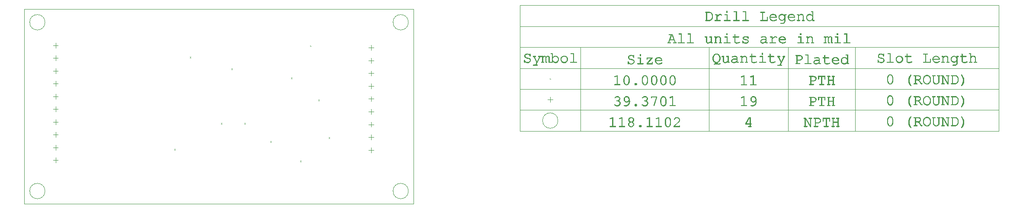
<source format=gbr>
G04 Generated by Ultiboard 14.2 *
%FSLAX24Y24*%
%MOIN*%

%ADD10C,0.0001*%
%ADD11C,0.0039*%
%ADD12C,0.0004*%
%ADD13C,0.0001*%


G04 ColorRGB 000000 for the following layer *
%LNDrill Symbols-Copper Top-Copper Bottom*%
%LPD*%
G54D11*
X2210Y4355D02*
X2604Y4355D01*
X2407Y4158D02*
X2407Y4552D01*
X2210Y5339D02*
X2604Y5339D01*
X2407Y5143D02*
X2407Y5536D01*
X2407Y6127D02*
X2407Y6520D01*
X2210Y6324D02*
X2604Y6324D01*
X2210Y7308D02*
X2604Y7308D01*
X2407Y7111D02*
X2407Y7505D01*
X2210Y8292D02*
X2604Y8292D01*
X2407Y8095D02*
X2407Y8489D01*
X2210Y9276D02*
X2604Y9276D01*
X2407Y9080D02*
X2407Y9473D01*
X2210Y10261D02*
X2604Y10261D01*
X2407Y10064D02*
X2407Y10457D01*
X2407Y11048D02*
X2407Y11442D01*
X2210Y11245D02*
X2604Y11245D01*
X2210Y12229D02*
X2604Y12229D01*
X2407Y12032D02*
X2407Y12426D01*
X2407Y3174D02*
X2407Y3568D01*
X2210Y3371D02*
X2604Y3371D01*
X26725Y10856D02*
X26725Y11250D01*
X26528Y11053D02*
X26922Y11053D01*
X26528Y10069D02*
X26922Y10069D01*
X26725Y9872D02*
X26725Y10265D01*
X26528Y9084D02*
X26922Y9084D01*
X26725Y8887D02*
X26725Y9281D01*
X26528Y8100D02*
X26922Y8100D01*
X26725Y7903D02*
X26725Y8297D01*
X26528Y7116D02*
X26922Y7116D01*
X26725Y6919D02*
X26725Y7313D01*
X26528Y6131D02*
X26922Y6131D01*
X26725Y5935D02*
X26725Y6328D01*
X26528Y5147D02*
X26922Y5147D01*
X26725Y4950D02*
X26725Y5344D01*
X26528Y4163D02*
X26922Y4163D01*
X26725Y3966D02*
X26725Y4360D01*
X26528Y12037D02*
X26922Y12037D01*
X26725Y11840D02*
X26725Y12234D01*
X28409Y14000D02*
G75*
D01*
G02X28409Y14000I591J0*
G01*
X28409Y1000D02*
G75*
D01*
G02X28409Y1000I591J0*
G01*
X409Y1000D02*
G75*
D01*
G02X409Y1000I591J0*
G01*
X409Y14000D02*
G75*
D01*
G02X409Y14000I591J0*
G01*
X39933Y6429D02*
G75*
D01*
G02X39933Y6429I591J0*
G01*
X40327Y8043D02*
X40721Y8043D01*
X40524Y7846D02*
X40524Y8240D01*
G54D12*
X20565Y9665D02*
X20635Y9735D01*
X20565Y9735D02*
X20635Y9665D01*
X23465Y5065D02*
X23535Y5135D01*
X23465Y5135D02*
X23535Y5065D01*
X11565Y4165D02*
X11635Y4235D01*
X11565Y4235D02*
X11635Y4165D01*
X22665Y7965D02*
X22735Y8035D01*
X22665Y8035D02*
X22735Y7965D01*
X16965Y6235D02*
X17035Y6165D01*
X16965Y6165D02*
X17035Y6235D01*
X15965Y10365D02*
X16035Y10435D01*
X15965Y10435D02*
X16035Y10365D01*
X15165Y6165D02*
X15235Y6235D01*
X15165Y6235D02*
X15235Y6165D01*
X22022Y12149D02*
X22093Y12220D01*
X22022Y12220D02*
X22093Y12149D01*
X21265Y3265D02*
X21335Y3335D01*
X21265Y3335D02*
X21335Y3265D01*
X18965Y4765D02*
X19035Y4835D01*
X18965Y4835D02*
X19035Y4765D01*
X12765Y11335D02*
X12835Y11265D01*
X12765Y11265D02*
X12835Y11335D01*
X40488Y9622D02*
X40559Y9693D01*
X40488Y9693D02*
X40559Y9622D01*
G54D13*
G36*
X45106Y5972D02*
X45106Y5972D01*
X45106Y5992D01*
X45104Y5982D01*
X45106Y5972D01*
D02*
G37*
X45106Y5992D01*
X45104Y5982D01*
X45106Y5972D01*
G36*
X45106Y5992D02*
X45106Y5992D01*
X45106Y5972D01*
X45111Y5965D01*
X45106Y5992D01*
D02*
G37*
X45106Y5972D01*
X45111Y5965D01*
X45106Y5992D01*
G36*
X45111Y5965D02*
X45111Y5965D01*
X45111Y6000D01*
X45106Y5992D01*
X45111Y5965D01*
D02*
G37*
X45111Y6000D01*
X45106Y5992D01*
X45111Y5965D01*
G36*
X45111Y6000D02*
X45111Y6000D01*
X45111Y5965D01*
X45121Y5959D01*
X45111Y6000D01*
D02*
G37*
X45111Y5965D01*
X45121Y5959D01*
X45111Y6000D01*
G36*
X45121Y5959D02*
X45121Y5959D01*
X45121Y6005D01*
X45111Y6000D01*
X45121Y5959D01*
D02*
G37*
X45121Y6005D01*
X45111Y6000D01*
X45121Y5959D01*
G36*
X45121Y6005D02*
X45121Y6005D01*
X45121Y5959D01*
X45136Y5958D01*
X45121Y6005D01*
D02*
G37*
X45121Y5959D01*
X45136Y5958D01*
X45121Y6005D01*
G36*
X45136Y5958D02*
X45136Y5958D01*
X45136Y6006D01*
X45121Y6005D01*
X45136Y5958D01*
D02*
G37*
X45136Y6006D01*
X45121Y6005D01*
X45136Y5958D01*
G36*
X45136Y6006D02*
X45136Y6006D01*
X45136Y5958D01*
X45517Y5958D01*
X45136Y6006D01*
D02*
G37*
X45136Y5958D01*
X45517Y5958D01*
X45136Y6006D01*
G36*
X45517Y5958D02*
X45517Y5958D01*
X45302Y6006D01*
X45136Y6006D01*
X45517Y5958D01*
D02*
G37*
X45302Y6006D01*
X45136Y6006D01*
X45517Y5958D01*
G36*
X45302Y6006D02*
X45302Y6006D01*
X45517Y5958D01*
X45351Y6006D01*
X45302Y6006D01*
D02*
G37*
X45517Y5958D01*
X45351Y6006D01*
X45302Y6006D01*
G36*
X45351Y6006D02*
X45351Y6006D01*
X45302Y6624D01*
X45302Y6006D01*
X45351Y6006D01*
D02*
G37*
X45302Y6624D01*
X45302Y6006D01*
X45351Y6006D01*
G36*
X45302Y6624D02*
X45302Y6624D01*
X45351Y6006D01*
X45351Y6691D01*
X45302Y6624D01*
D02*
G37*
X45351Y6006D01*
X45351Y6691D01*
X45302Y6624D01*
G36*
X45351Y6691D02*
X45351Y6691D01*
X45144Y6575D01*
X45302Y6624D01*
X45351Y6691D01*
D02*
G37*
X45144Y6575D01*
X45302Y6624D01*
X45351Y6691D01*
G36*
X45144Y6575D02*
X45144Y6575D01*
X45351Y6691D01*
X45134Y6572D01*
X45144Y6575D01*
D02*
G37*
X45351Y6691D01*
X45134Y6572D01*
X45144Y6575D01*
G36*
X45129Y6622D02*
X45129Y6622D01*
X45117Y6616D01*
X45119Y6573D01*
X45129Y6622D01*
D02*
G37*
X45117Y6616D01*
X45119Y6573D01*
X45129Y6622D01*
G36*
X45129Y6622D01*
X45119Y6573D01*
X45128Y6571D01*
X45129Y6622D01*
D02*
G37*
X45119Y6573D01*
X45128Y6571D01*
X45129Y6622D01*
G36*
X45129Y6622D01*
X45128Y6571D01*
X45134Y6572D01*
X45129Y6622D01*
D02*
G37*
X45128Y6571D01*
X45134Y6572D01*
X45129Y6622D01*
G36*
X45129Y6622D01*
X45134Y6572D01*
X45351Y6691D01*
X45129Y6622D01*
D02*
G37*
X45134Y6572D01*
X45351Y6691D01*
X45129Y6622D01*
G36*
X45117Y6616D02*
X45117Y6616D01*
X45112Y6579D01*
X45119Y6573D01*
X45117Y6616D01*
D02*
G37*
X45112Y6579D01*
X45119Y6573D01*
X45117Y6616D01*
G36*
X45112Y6579D02*
X45112Y6579D01*
X45117Y6616D01*
X45110Y6612D01*
X45112Y6579D01*
D02*
G37*
X45117Y6616D01*
X45110Y6612D01*
X45112Y6579D01*
G36*
X45110Y6612D02*
X45110Y6612D01*
X45106Y6586D01*
X45112Y6579D01*
X45110Y6612D01*
D02*
G37*
X45106Y6586D01*
X45112Y6579D01*
X45110Y6612D01*
G36*
X45106Y6586D02*
X45106Y6586D01*
X45110Y6612D01*
X45106Y6604D01*
X45106Y6586D01*
D02*
G37*
X45110Y6612D01*
X45106Y6604D01*
X45106Y6586D01*
G36*
X45106Y6604D02*
X45106Y6604D01*
X45105Y6596D01*
X45106Y6586D01*
X45106Y6604D01*
D02*
G37*
X45105Y6596D01*
X45106Y6586D01*
X45106Y6604D01*
G36*
X45517Y5958D02*
X45517Y5958D01*
X45517Y6006D01*
X45351Y6006D01*
X45517Y5958D01*
D02*
G37*
X45517Y6006D01*
X45351Y6006D01*
X45517Y5958D01*
G36*
X45517Y6006D02*
X45517Y6006D01*
X45517Y5958D01*
X45532Y5959D01*
X45517Y6006D01*
D02*
G37*
X45517Y5958D01*
X45532Y5959D01*
X45517Y6006D01*
G36*
X45532Y5959D02*
X45532Y5959D01*
X45532Y6005D01*
X45517Y6006D01*
X45532Y5959D01*
D02*
G37*
X45532Y6005D01*
X45517Y6006D01*
X45532Y5959D01*
G36*
X45532Y6005D02*
X45532Y6005D01*
X45532Y5959D01*
X45542Y5965D01*
X45532Y6005D01*
D02*
G37*
X45532Y5959D01*
X45542Y5965D01*
X45532Y6005D01*
G36*
X45542Y5965D02*
X45542Y5965D01*
X45542Y6000D01*
X45532Y6005D01*
X45542Y5965D01*
D02*
G37*
X45542Y6000D01*
X45532Y6005D01*
X45542Y5965D01*
G36*
X45542Y6000D02*
X45542Y6000D01*
X45542Y5965D01*
X45547Y5972D01*
X45542Y6000D01*
D02*
G37*
X45542Y5965D01*
X45547Y5972D01*
X45542Y6000D01*
G36*
X45547Y5972D02*
X45547Y5972D01*
X45547Y5992D01*
X45542Y6000D01*
X45547Y5972D01*
D02*
G37*
X45547Y5992D01*
X45542Y6000D01*
X45547Y5972D01*
G36*
X45547Y5992D02*
X45547Y5992D01*
X45547Y5972D01*
X45549Y5982D01*
X45547Y5992D01*
D02*
G37*
X45547Y5972D01*
X45549Y5982D01*
X45547Y5992D01*
G36*
X45815Y5972D02*
X45815Y5972D01*
X45815Y5992D01*
X45813Y5982D01*
X45815Y5972D01*
D02*
G37*
X45815Y5992D01*
X45813Y5982D01*
X45815Y5972D01*
G36*
X45815Y5992D02*
X45815Y5992D01*
X45815Y5972D01*
X45820Y5965D01*
X45815Y5992D01*
D02*
G37*
X45815Y5972D01*
X45820Y5965D01*
X45815Y5992D01*
G36*
X45820Y5965D02*
X45820Y5965D01*
X45820Y6000D01*
X45815Y5992D01*
X45820Y5965D01*
D02*
G37*
X45820Y6000D01*
X45815Y5992D01*
X45820Y5965D01*
G36*
X45820Y6000D02*
X45820Y6000D01*
X45820Y5965D01*
X45830Y5959D01*
X45820Y6000D01*
D02*
G37*
X45820Y5965D01*
X45830Y5959D01*
X45820Y6000D01*
G36*
X45830Y5959D02*
X45830Y5959D01*
X45830Y6005D01*
X45820Y6000D01*
X45830Y5959D01*
D02*
G37*
X45830Y6005D01*
X45820Y6000D01*
X45830Y5959D01*
G36*
X45830Y6005D02*
X45830Y6005D01*
X45830Y5959D01*
X45845Y5958D01*
X45830Y6005D01*
D02*
G37*
X45830Y5959D01*
X45845Y5958D01*
X45830Y6005D01*
G36*
X45845Y5958D02*
X45845Y5958D01*
X45845Y6006D01*
X45830Y6005D01*
X45845Y5958D01*
D02*
G37*
X45845Y6006D01*
X45830Y6005D01*
X45845Y5958D01*
G36*
X45845Y6006D02*
X45845Y6006D01*
X45845Y5958D01*
X46226Y5958D01*
X45845Y6006D01*
D02*
G37*
X45845Y5958D01*
X46226Y5958D01*
X45845Y6006D01*
G36*
X46226Y5958D02*
X46226Y5958D01*
X46011Y6006D01*
X45845Y6006D01*
X46226Y5958D01*
D02*
G37*
X46011Y6006D01*
X45845Y6006D01*
X46226Y5958D01*
G36*
X46011Y6006D02*
X46011Y6006D01*
X46226Y5958D01*
X46060Y6006D01*
X46011Y6006D01*
D02*
G37*
X46226Y5958D01*
X46060Y6006D01*
X46011Y6006D01*
G36*
X46060Y6006D02*
X46060Y6006D01*
X46011Y6624D01*
X46011Y6006D01*
X46060Y6006D01*
D02*
G37*
X46011Y6624D01*
X46011Y6006D01*
X46060Y6006D01*
G36*
X46011Y6624D02*
X46011Y6624D01*
X46060Y6006D01*
X46060Y6691D01*
X46011Y6624D01*
D02*
G37*
X46060Y6006D01*
X46060Y6691D01*
X46011Y6624D01*
G36*
X46060Y6691D02*
X46060Y6691D01*
X45853Y6575D01*
X46011Y6624D01*
X46060Y6691D01*
D02*
G37*
X45853Y6575D01*
X46011Y6624D01*
X46060Y6691D01*
G36*
X45853Y6575D02*
X45853Y6575D01*
X46060Y6691D01*
X45843Y6572D01*
X45853Y6575D01*
D02*
G37*
X46060Y6691D01*
X45843Y6572D01*
X45853Y6575D01*
G36*
X45838Y6622D02*
X45838Y6622D01*
X45826Y6616D01*
X45828Y6573D01*
X45838Y6622D01*
D02*
G37*
X45826Y6616D01*
X45828Y6573D01*
X45838Y6622D01*
G36*
X45838Y6622D01*
X45828Y6573D01*
X45836Y6571D01*
X45838Y6622D01*
D02*
G37*
X45828Y6573D01*
X45836Y6571D01*
X45838Y6622D01*
G36*
X45838Y6622D01*
X45836Y6571D01*
X45843Y6572D01*
X45838Y6622D01*
D02*
G37*
X45836Y6571D01*
X45843Y6572D01*
X45838Y6622D01*
G36*
X45838Y6622D01*
X45843Y6572D01*
X46060Y6691D01*
X45838Y6622D01*
D02*
G37*
X45843Y6572D01*
X46060Y6691D01*
X45838Y6622D01*
G36*
X45826Y6616D02*
X45826Y6616D01*
X45820Y6579D01*
X45828Y6573D01*
X45826Y6616D01*
D02*
G37*
X45820Y6579D01*
X45828Y6573D01*
X45826Y6616D01*
G36*
X45820Y6579D02*
X45820Y6579D01*
X45826Y6616D01*
X45819Y6612D01*
X45820Y6579D01*
D02*
G37*
X45826Y6616D01*
X45819Y6612D01*
X45820Y6579D01*
G36*
X45819Y6612D02*
X45819Y6612D01*
X45815Y6586D01*
X45820Y6579D01*
X45819Y6612D01*
D02*
G37*
X45815Y6586D01*
X45820Y6579D01*
X45819Y6612D01*
G36*
X45815Y6586D02*
X45815Y6586D01*
X45819Y6612D01*
X45815Y6604D01*
X45815Y6586D01*
D02*
G37*
X45819Y6612D01*
X45815Y6604D01*
X45815Y6586D01*
G36*
X45815Y6604D02*
X45815Y6604D01*
X45813Y6596D01*
X45815Y6586D01*
X45815Y6604D01*
D02*
G37*
X45813Y6596D01*
X45815Y6586D01*
X45815Y6604D01*
G36*
X46226Y5958D02*
X46226Y5958D01*
X46226Y6006D01*
X46060Y6006D01*
X46226Y5958D01*
D02*
G37*
X46226Y6006D01*
X46060Y6006D01*
X46226Y5958D01*
G36*
X46226Y6006D02*
X46226Y6006D01*
X46226Y5958D01*
X46240Y5959D01*
X46226Y6006D01*
D02*
G37*
X46226Y5958D01*
X46240Y5959D01*
X46226Y6006D01*
G36*
X46240Y5959D02*
X46240Y5959D01*
X46240Y6005D01*
X46226Y6006D01*
X46240Y5959D01*
D02*
G37*
X46240Y6005D01*
X46226Y6006D01*
X46240Y5959D01*
G36*
X46240Y6005D02*
X46240Y6005D01*
X46240Y5959D01*
X46250Y5965D01*
X46240Y6005D01*
D02*
G37*
X46240Y5959D01*
X46250Y5965D01*
X46240Y6005D01*
G36*
X46250Y5965D02*
X46250Y5965D01*
X46250Y6000D01*
X46240Y6005D01*
X46250Y5965D01*
D02*
G37*
X46250Y6000D01*
X46240Y6005D01*
X46250Y5965D01*
G36*
X46250Y6000D02*
X46250Y6000D01*
X46250Y5965D01*
X46256Y5972D01*
X46250Y6000D01*
D02*
G37*
X46250Y5965D01*
X46256Y5972D01*
X46250Y6000D01*
G36*
X46256Y5972D02*
X46256Y5972D01*
X46256Y5992D01*
X46250Y6000D01*
X46256Y5972D01*
D02*
G37*
X46256Y5992D01*
X46250Y6000D01*
X46256Y5972D01*
G36*
X46256Y5992D02*
X46256Y5992D01*
X46256Y5972D01*
X46258Y5982D01*
X46256Y5992D01*
D02*
G37*
X46256Y5972D01*
X46258Y5982D01*
X46256Y5992D01*
G36*
X46858Y6605D02*
X46858Y6605D01*
X46861Y6665D01*
X46833Y6625D01*
X46858Y6605D01*
D02*
G37*
X46861Y6665D01*
X46833Y6625D01*
X46858Y6605D01*
G36*
X46861Y6665D02*
X46861Y6665D01*
X46858Y6605D01*
X46878Y6582D01*
X46861Y6665D01*
D02*
G37*
X46858Y6605D01*
X46878Y6582D01*
X46861Y6665D01*
G36*
X46878Y6582D02*
X46878Y6582D01*
X46893Y6639D01*
X46861Y6665D01*
X46878Y6582D01*
D02*
G37*
X46893Y6639D01*
X46861Y6665D01*
X46878Y6582D01*
G36*
X46893Y6639D02*
X46893Y6639D01*
X46878Y6582D01*
X46902Y6528D01*
X46893Y6639D01*
D02*
G37*
X46878Y6582D01*
X46902Y6528D01*
X46893Y6639D01*
G36*
X46902Y6528D02*
X46902Y6528D01*
X46920Y6608D01*
X46893Y6639D01*
X46902Y6528D01*
D02*
G37*
X46920Y6608D01*
X46893Y6639D01*
X46902Y6528D01*
G36*
X46920Y6608D02*
X46920Y6608D01*
X46902Y6528D01*
X46904Y6498D01*
X46920Y6608D01*
D02*
G37*
X46902Y6528D01*
X46904Y6498D01*
X46920Y6608D01*
G36*
X46904Y6498D02*
X46904Y6498D01*
X46921Y6397D01*
X46920Y6608D01*
X46904Y6498D01*
D02*
G37*
X46921Y6397D01*
X46920Y6608D01*
X46904Y6498D01*
G36*
X46921Y6397D02*
X46921Y6397D01*
X46904Y6498D01*
X46902Y6471D01*
X46921Y6397D01*
D02*
G37*
X46904Y6498D01*
X46902Y6471D01*
X46921Y6397D01*
G36*
X46902Y6471D02*
X46902Y6471D01*
X46890Y6364D01*
X46921Y6397D01*
X46902Y6471D01*
D02*
G37*
X46890Y6364D01*
X46921Y6397D01*
X46902Y6471D01*
G36*
X46890Y6364D02*
X46890Y6364D01*
X46902Y6471D01*
X46879Y6422D01*
X46890Y6364D01*
D02*
G37*
X46902Y6471D01*
X46879Y6422D01*
X46890Y6364D01*
G36*
X46879Y6422D02*
X46879Y6422D01*
X46859Y6400D01*
X46890Y6364D01*
X46879Y6422D01*
D02*
G37*
X46859Y6400D01*
X46890Y6364D01*
X46879Y6422D01*
G36*
X46744Y6650D02*
X46744Y6650D01*
X46745Y6699D01*
X46712Y6647D01*
X46744Y6650D01*
D02*
G37*
X46745Y6699D01*
X46712Y6647D01*
X46744Y6650D01*
G36*
X46745Y6699D02*
X46745Y6699D01*
X46744Y6650D01*
X46777Y6647D01*
X46745Y6699D01*
D02*
G37*
X46744Y6650D01*
X46777Y6647D01*
X46745Y6699D01*
G36*
X46777Y6647D02*
X46777Y6647D01*
X46787Y6695D01*
X46745Y6699D01*
X46777Y6647D01*
D02*
G37*
X46787Y6695D01*
X46745Y6699D01*
X46777Y6647D01*
G36*
X46787Y6695D02*
X46787Y6695D01*
X46777Y6647D01*
X46833Y6625D01*
X46787Y6695D01*
D02*
G37*
X46777Y6647D01*
X46833Y6625D01*
X46787Y6695D01*
G36*
X46833Y6625D02*
X46833Y6625D01*
X46861Y6665D01*
X46787Y6695D01*
X46833Y6625D01*
D02*
G37*
X46861Y6665D01*
X46787Y6695D01*
X46833Y6625D01*
G36*
X46703Y6695D02*
X46703Y6695D01*
X46629Y6665D01*
X46631Y6605D01*
X46703Y6695D01*
D02*
G37*
X46629Y6665D01*
X46631Y6605D01*
X46703Y6695D01*
G36*
X46703Y6695D01*
X46631Y6605D01*
X46655Y6624D01*
X46703Y6695D01*
D02*
G37*
X46631Y6605D01*
X46655Y6624D01*
X46703Y6695D01*
G36*
X46703Y6695D01*
X46655Y6624D01*
X46712Y6647D01*
X46703Y6695D01*
D02*
G37*
X46655Y6624D01*
X46712Y6647D01*
X46703Y6695D01*
G36*
X46703Y6695D01*
X46712Y6647D01*
X46745Y6699D01*
X46703Y6695D01*
D02*
G37*
X46712Y6647D01*
X46745Y6699D01*
X46703Y6695D01*
G36*
X46587Y6528D02*
X46587Y6528D01*
X46597Y6639D01*
X46584Y6499D01*
X46587Y6528D01*
D02*
G37*
X46597Y6639D01*
X46584Y6499D01*
X46587Y6528D01*
G36*
X46597Y6639D02*
X46597Y6639D01*
X46587Y6528D01*
X46610Y6581D01*
X46597Y6639D01*
D02*
G37*
X46587Y6528D01*
X46610Y6581D01*
X46597Y6639D01*
G36*
X46610Y6581D02*
X46610Y6581D01*
X46629Y6665D01*
X46597Y6639D01*
X46610Y6581D01*
D02*
G37*
X46629Y6665D01*
X46597Y6639D01*
X46610Y6581D01*
G36*
X46629Y6665D02*
X46629Y6665D01*
X46610Y6581D01*
X46631Y6605D01*
X46629Y6665D01*
D02*
G37*
X46610Y6581D01*
X46631Y6605D01*
X46629Y6665D01*
G36*
X46630Y6400D02*
X46630Y6400D01*
X46646Y6333D01*
X46654Y6381D01*
X46630Y6400D01*
D02*
G37*
X46646Y6333D01*
X46654Y6381D01*
X46630Y6400D01*
G36*
X46646Y6333D02*
X46646Y6333D01*
X46630Y6400D01*
X46610Y6422D01*
X46646Y6333D01*
D02*
G37*
X46630Y6400D01*
X46610Y6422D01*
X46646Y6333D01*
G36*
X46610Y6422D02*
X46610Y6422D01*
X46600Y6364D01*
X46646Y6333D01*
X46610Y6422D01*
D02*
G37*
X46600Y6364D01*
X46646Y6333D01*
X46610Y6422D01*
G36*
X46600Y6364D02*
X46600Y6364D01*
X46610Y6422D01*
X46587Y6471D01*
X46600Y6364D01*
D02*
G37*
X46610Y6422D01*
X46587Y6471D01*
X46600Y6364D01*
G36*
X46587Y6471D02*
X46587Y6471D01*
X46570Y6608D01*
X46600Y6364D01*
X46587Y6471D01*
D02*
G37*
X46570Y6608D01*
X46600Y6364D01*
X46587Y6471D01*
G36*
X46570Y6608D02*
X46570Y6608D01*
X46587Y6471D01*
X46584Y6499D01*
X46570Y6608D01*
D02*
G37*
X46587Y6471D01*
X46584Y6499D01*
X46570Y6608D01*
G36*
X46584Y6499D02*
X46584Y6499D01*
X46597Y6639D01*
X46570Y6608D01*
X46584Y6499D01*
D02*
G37*
X46597Y6639D01*
X46570Y6608D01*
X46584Y6499D01*
G36*
X46950Y6538D02*
X46950Y6538D01*
X46920Y6608D01*
X46921Y6397D01*
X46950Y6538D01*
D02*
G37*
X46920Y6608D01*
X46921Y6397D01*
X46950Y6538D01*
G36*
X46950Y6538D01*
X46921Y6397D01*
X46946Y6446D01*
X46950Y6538D01*
D02*
G37*
X46921Y6397D01*
X46946Y6446D01*
X46950Y6538D01*
G36*
X46950Y6538D01*
X46946Y6446D01*
X46954Y6500D01*
X46950Y6538D01*
D02*
G37*
X46946Y6446D01*
X46954Y6500D01*
X46950Y6538D01*
G36*
X46844Y6333D02*
X46844Y6333D01*
X46890Y6364D01*
X46859Y6400D01*
X46844Y6333D01*
D02*
G37*
X46890Y6364D01*
X46859Y6400D01*
X46844Y6333D01*
G36*
X46844Y6333D01*
X46859Y6400D01*
X46834Y6381D01*
X46844Y6333D01*
D02*
G37*
X46859Y6400D01*
X46834Y6381D01*
X46844Y6333D01*
G36*
X46844Y6333D01*
X46834Y6381D01*
X46842Y6283D01*
X46844Y6333D01*
D02*
G37*
X46834Y6381D01*
X46842Y6283D01*
X46844Y6333D01*
G36*
X46844Y6333D01*
X46842Y6283D01*
X46868Y6262D01*
X46844Y6333D01*
D02*
G37*
X46842Y6283D01*
X46868Y6262D01*
X46844Y6333D01*
G36*
X46844Y6333D01*
X46868Y6262D01*
X46897Y6299D01*
X46844Y6333D01*
D02*
G37*
X46868Y6262D01*
X46897Y6299D01*
X46844Y6333D01*
G36*
X46834Y6381D02*
X46834Y6381D01*
X46780Y6307D01*
X46842Y6283D01*
X46834Y6381D01*
D02*
G37*
X46780Y6307D01*
X46842Y6283D01*
X46834Y6381D01*
G36*
X46780Y6307D02*
X46780Y6307D01*
X46834Y6381D01*
X46777Y6360D01*
X46780Y6307D01*
D02*
G37*
X46834Y6381D01*
X46777Y6360D01*
X46780Y6307D01*
G36*
X46777Y6360D02*
X46777Y6360D01*
X46745Y6310D01*
X46780Y6307D01*
X46777Y6360D01*
D02*
G37*
X46745Y6310D01*
X46780Y6307D01*
X46777Y6360D01*
G36*
X46745Y6310D02*
X46745Y6310D01*
X46777Y6360D01*
X46744Y6357D01*
X46745Y6310D01*
D02*
G37*
X46777Y6360D01*
X46744Y6357D01*
X46745Y6310D01*
G36*
X46744Y6357D02*
X46744Y6357D01*
X46711Y6360D01*
X46745Y6310D01*
X46744Y6357D01*
D02*
G37*
X46711Y6360D01*
X46745Y6310D01*
X46744Y6357D01*
G36*
X46621Y6262D02*
X46621Y6262D01*
X46646Y6333D01*
X46600Y6238D01*
X46621Y6262D01*
D02*
G37*
X46646Y6333D01*
X46600Y6238D01*
X46621Y6262D01*
G36*
X46646Y6333D02*
X46646Y6333D01*
X46621Y6262D01*
X46648Y6283D01*
X46646Y6333D01*
D02*
G37*
X46621Y6262D01*
X46648Y6283D01*
X46646Y6333D01*
G36*
X46648Y6283D02*
X46648Y6283D01*
X46654Y6381D01*
X46646Y6333D01*
X46648Y6283D01*
D02*
G37*
X46654Y6381D01*
X46646Y6333D01*
X46648Y6283D01*
G36*
X46654Y6381D02*
X46654Y6381D01*
X46648Y6283D01*
X46709Y6307D01*
X46654Y6381D01*
D02*
G37*
X46648Y6283D01*
X46709Y6307D01*
X46654Y6381D01*
G36*
X46709Y6307D02*
X46709Y6307D01*
X46711Y6360D01*
X46654Y6381D01*
X46709Y6307D01*
D02*
G37*
X46711Y6360D01*
X46654Y6381D01*
X46709Y6307D01*
G36*
X46711Y6360D02*
X46711Y6360D01*
X46709Y6307D01*
X46745Y6310D01*
X46711Y6360D01*
D02*
G37*
X46709Y6307D01*
X46745Y6310D01*
X46711Y6360D01*
G36*
X46570Y6608D02*
X46570Y6608D01*
X46539Y6538D01*
X46544Y6446D01*
X46570Y6608D01*
D02*
G37*
X46539Y6538D01*
X46544Y6446D01*
X46570Y6608D01*
G36*
X46570Y6608D01*
X46544Y6446D01*
X46569Y6397D01*
X46570Y6608D01*
D02*
G37*
X46544Y6446D01*
X46569Y6397D01*
X46570Y6608D01*
G36*
X46570Y6608D01*
X46569Y6397D01*
X46600Y6364D01*
X46570Y6608D01*
D02*
G37*
X46569Y6397D01*
X46600Y6364D01*
X46570Y6608D01*
G36*
X46958Y6206D02*
X46958Y6206D01*
X46962Y6111D01*
X46966Y6152D01*
X46958Y6206D01*
D02*
G37*
X46962Y6111D01*
X46966Y6152D01*
X46958Y6206D01*
G36*
X46962Y6111D02*
X46962Y6111D01*
X46958Y6206D01*
X46935Y6256D01*
X46962Y6111D01*
D02*
G37*
X46958Y6206D01*
X46935Y6256D01*
X46962Y6111D01*
G36*
X46935Y6256D02*
X46935Y6256D01*
X46930Y6036D01*
X46962Y6111D01*
X46935Y6256D01*
D02*
G37*
X46930Y6036D01*
X46962Y6111D01*
X46935Y6256D01*
G36*
X46930Y6036D02*
X46930Y6036D01*
X46935Y6256D01*
X46918Y6151D01*
X46930Y6036D01*
D02*
G37*
X46935Y6256D01*
X46918Y6151D01*
X46930Y6036D01*
G36*
X46918Y6151D02*
X46918Y6151D01*
X46915Y6119D01*
X46930Y6036D01*
X46918Y6151D01*
D02*
G37*
X46915Y6119D01*
X46930Y6036D01*
X46918Y6151D01*
G36*
X46890Y6238D02*
X46890Y6238D01*
X46897Y6299D01*
X46868Y6262D01*
X46890Y6238D01*
D02*
G37*
X46897Y6299D01*
X46868Y6262D01*
X46890Y6238D01*
G36*
X46897Y6299D02*
X46897Y6299D01*
X46890Y6238D01*
X46915Y6182D01*
X46897Y6299D01*
D02*
G37*
X46890Y6238D01*
X46915Y6182D01*
X46897Y6299D01*
G36*
X46915Y6182D02*
X46915Y6182D01*
X46935Y6256D01*
X46897Y6299D01*
X46915Y6182D01*
D02*
G37*
X46935Y6256D01*
X46897Y6299D01*
X46915Y6182D01*
G36*
X46935Y6256D02*
X46935Y6256D01*
X46915Y6182D01*
X46918Y6151D01*
X46935Y6256D01*
D02*
G37*
X46915Y6182D01*
X46918Y6151D01*
X46935Y6256D01*
G36*
X46902Y6003D02*
X46902Y6003D01*
X46930Y6036D01*
X46915Y6119D01*
X46902Y6003D01*
D02*
G37*
X46930Y6036D01*
X46915Y6119D01*
X46902Y6003D01*
G36*
X46902Y6003D01*
X46915Y6119D01*
X46890Y6063D01*
X46902Y6003D01*
D02*
G37*
X46915Y6119D01*
X46890Y6063D01*
X46902Y6003D01*
G36*
X46902Y6003D01*
X46890Y6063D01*
X46868Y6037D01*
X46902Y6003D01*
D02*
G37*
X46890Y6063D01*
X46868Y6037D01*
X46902Y6003D01*
G36*
X46902Y6003D01*
X46868Y6037D01*
X46868Y5976D01*
X46902Y6003D01*
D02*
G37*
X46868Y6037D01*
X46868Y5976D01*
X46902Y6003D01*
G36*
X46841Y6016D02*
X46841Y6016D01*
X46780Y5992D01*
X46789Y5944D01*
X46841Y6016D01*
D02*
G37*
X46780Y5992D01*
X46789Y5944D01*
X46841Y6016D01*
G36*
X46841Y6016D01*
X46789Y5944D01*
X46868Y5976D01*
X46841Y6016D01*
D02*
G37*
X46789Y5944D01*
X46868Y5976D01*
X46841Y6016D01*
G36*
X46841Y6016D01*
X46868Y5976D01*
X46868Y6037D01*
X46841Y6016D01*
D02*
G37*
X46868Y5976D01*
X46868Y6037D01*
X46841Y6016D01*
G36*
X46622Y5976D02*
X46622Y5976D01*
X46648Y6016D01*
X46622Y6037D01*
X46622Y5976D01*
D02*
G37*
X46648Y6016D01*
X46622Y6037D01*
X46622Y5976D01*
G36*
X46648Y6016D02*
X46648Y6016D01*
X46622Y5976D01*
X46700Y5944D01*
X46648Y6016D01*
D02*
G37*
X46622Y5976D01*
X46700Y5944D01*
X46648Y6016D01*
G36*
X46700Y5944D02*
X46700Y5944D01*
X46710Y5992D01*
X46648Y6016D01*
X46700Y5944D01*
D02*
G37*
X46710Y5992D01*
X46648Y6016D01*
X46700Y5944D01*
G36*
X46710Y5992D02*
X46710Y5992D01*
X46700Y5944D01*
X46745Y5940D01*
X46710Y5992D01*
D02*
G37*
X46700Y5944D01*
X46745Y5940D01*
X46710Y5992D01*
G36*
X46745Y5940D02*
X46745Y5940D01*
X46745Y5989D01*
X46710Y5992D01*
X46745Y5940D01*
D02*
G37*
X46745Y5989D01*
X46710Y5992D01*
X46745Y5940D01*
G36*
X46745Y5989D02*
X46745Y5989D01*
X46745Y5940D01*
X46789Y5944D01*
X46745Y5989D01*
D02*
G37*
X46745Y5940D01*
X46789Y5944D01*
X46745Y5989D01*
G36*
X46789Y5944D02*
X46789Y5944D01*
X46780Y5992D01*
X46745Y5989D01*
X46789Y5944D01*
D02*
G37*
X46780Y5992D01*
X46745Y5989D01*
X46789Y5944D01*
G36*
X46560Y6036D02*
X46560Y6036D01*
X46575Y6120D01*
X46572Y6152D01*
X46560Y6036D01*
D02*
G37*
X46575Y6120D01*
X46572Y6152D01*
X46560Y6036D01*
G36*
X46575Y6120D02*
X46575Y6120D01*
X46560Y6036D01*
X46588Y6003D01*
X46575Y6120D01*
D02*
G37*
X46560Y6036D01*
X46588Y6003D01*
X46575Y6120D01*
G36*
X46588Y6003D02*
X46588Y6003D01*
X46600Y6063D01*
X46575Y6120D01*
X46588Y6003D01*
D02*
G37*
X46600Y6063D01*
X46575Y6120D01*
X46588Y6003D01*
G36*
X46600Y6063D02*
X46600Y6063D01*
X46588Y6003D01*
X46622Y5976D01*
X46600Y6063D01*
D02*
G37*
X46588Y6003D01*
X46622Y5976D01*
X46600Y6063D01*
G36*
X46622Y5976D02*
X46622Y5976D01*
X46622Y6037D01*
X46600Y6063D01*
X46622Y5976D01*
D02*
G37*
X46622Y6037D01*
X46600Y6063D01*
X46622Y5976D01*
G36*
X46527Y6111D02*
X46527Y6111D01*
X46531Y6205D01*
X46523Y6152D01*
X46527Y6111D01*
D02*
G37*
X46531Y6205D01*
X46523Y6152D01*
X46527Y6111D01*
G36*
X46531Y6205D02*
X46531Y6205D01*
X46527Y6111D01*
X46560Y6036D01*
X46531Y6205D01*
D02*
G37*
X46527Y6111D01*
X46560Y6036D01*
X46531Y6205D01*
G36*
X46560Y6036D02*
X46560Y6036D01*
X46554Y6255D01*
X46531Y6205D01*
X46560Y6036D01*
D02*
G37*
X46554Y6255D01*
X46531Y6205D01*
X46560Y6036D01*
G36*
X46554Y6255D02*
X46554Y6255D01*
X46560Y6036D01*
X46575Y6182D01*
X46554Y6255D01*
D02*
G37*
X46560Y6036D01*
X46575Y6182D01*
X46554Y6255D01*
G36*
X46575Y6182D02*
X46575Y6182D01*
X46592Y6299D01*
X46554Y6255D01*
X46575Y6182D01*
D02*
G37*
X46592Y6299D01*
X46554Y6255D01*
X46575Y6182D01*
G36*
X46592Y6299D02*
X46592Y6299D01*
X46575Y6182D01*
X46600Y6238D01*
X46592Y6299D01*
D02*
G37*
X46575Y6182D01*
X46600Y6238D01*
X46592Y6299D01*
G36*
X46600Y6238D02*
X46600Y6238D01*
X46646Y6333D01*
X46592Y6299D01*
X46600Y6238D01*
D02*
G37*
X46646Y6333D01*
X46592Y6299D01*
X46600Y6238D01*
G36*
X46575Y6182D02*
X46575Y6182D01*
X46560Y6036D01*
X46572Y6152D01*
X46575Y6182D01*
D02*
G37*
X46560Y6036D01*
X46572Y6152D01*
X46575Y6182D01*
G36*
X46544Y6446D02*
X46544Y6446D01*
X46539Y6538D01*
X46535Y6500D01*
X46544Y6446D01*
D02*
G37*
X46539Y6538D01*
X46535Y6500D01*
X46544Y6446D01*
G36*
X47443Y6097D02*
X47443Y6097D01*
X47413Y6091D01*
X47443Y6097D01*
D02*
G37*
X47413Y6091D01*
X47443Y6097D01*
G36*
X47443Y6097D01*
X47413Y6091D01*
X47388Y6074D01*
X47443Y6097D01*
D02*
G37*
X47413Y6091D01*
X47388Y6074D01*
X47443Y6097D01*
G36*
X47443Y6097D01*
X47388Y6074D01*
X47370Y6049D01*
X47443Y6097D01*
D02*
G37*
X47388Y6074D01*
X47370Y6049D01*
X47443Y6097D01*
G36*
X47443Y6097D01*
X47370Y6049D01*
X47365Y6018D01*
X47443Y6097D01*
D02*
G37*
X47370Y6049D01*
X47365Y6018D01*
X47443Y6097D01*
G36*
X47443Y6097D01*
X47365Y6018D01*
X47370Y5988D01*
X47443Y6097D01*
D02*
G37*
X47365Y6018D01*
X47370Y5988D01*
X47443Y6097D01*
G36*
X47443Y6097D01*
X47370Y5988D01*
X47388Y5963D01*
X47443Y6097D01*
D02*
G37*
X47370Y5988D01*
X47388Y5963D01*
X47443Y6097D01*
G36*
X47443Y6097D01*
X47388Y5963D01*
X47413Y5946D01*
X47443Y6097D01*
D02*
G37*
X47388Y5963D01*
X47413Y5946D01*
X47443Y6097D01*
G36*
X47443Y6097D01*
X47413Y5946D01*
X47443Y5940D01*
X47443Y6097D01*
D02*
G37*
X47413Y5946D01*
X47443Y5940D01*
X47443Y6097D01*
G36*
X47443Y6097D01*
X47443Y5940D01*
X47464Y5940D01*
X47443Y6097D01*
D02*
G37*
X47443Y5940D01*
X47464Y5940D01*
X47443Y6097D01*
G36*
X47443Y6097D01*
X47464Y5940D01*
X47493Y5946D01*
X47443Y6097D01*
D02*
G37*
X47464Y5940D01*
X47493Y5946D01*
X47443Y6097D01*
G36*
X47443Y6097D01*
X47493Y5946D01*
X47519Y5963D01*
X47443Y6097D01*
D02*
G37*
X47493Y5946D01*
X47519Y5963D01*
X47443Y6097D01*
G36*
X47443Y6097D01*
X47519Y5963D01*
X47536Y5988D01*
X47443Y6097D01*
D02*
G37*
X47519Y5963D01*
X47536Y5988D01*
X47443Y6097D01*
G36*
X47443Y6097D01*
X47536Y5988D01*
X47542Y6019D01*
X47443Y6097D01*
D02*
G37*
X47536Y5988D01*
X47542Y6019D01*
X47443Y6097D01*
G36*
X47443Y6097D01*
X47542Y6019D01*
X47536Y6049D01*
X47443Y6097D01*
D02*
G37*
X47542Y6019D01*
X47536Y6049D01*
X47443Y6097D01*
G36*
X47443Y6097D01*
X47536Y6049D01*
X47519Y6074D01*
X47443Y6097D01*
D02*
G37*
X47536Y6049D01*
X47519Y6074D01*
X47443Y6097D01*
G36*
X47443Y6097D01*
X47519Y6074D01*
X47494Y6091D01*
X47443Y6097D01*
D02*
G37*
X47519Y6074D01*
X47494Y6091D01*
X47443Y6097D01*
G36*
X47443Y6097D01*
X47494Y6091D01*
X47464Y6097D01*
X47443Y6097D01*
D02*
G37*
X47494Y6091D01*
X47464Y6097D01*
X47443Y6097D01*
G36*
X47941Y5972D02*
X47941Y5972D01*
X47941Y5992D01*
X47939Y5982D01*
X47941Y5972D01*
D02*
G37*
X47941Y5992D01*
X47939Y5982D01*
X47941Y5972D01*
G36*
X47941Y5992D02*
X47941Y5992D01*
X47941Y5972D01*
X47947Y5965D01*
X47941Y5992D01*
D02*
G37*
X47941Y5972D01*
X47947Y5965D01*
X47941Y5992D01*
G36*
X47947Y5965D02*
X47947Y5965D01*
X47947Y6000D01*
X47941Y5992D01*
X47947Y5965D01*
D02*
G37*
X47947Y6000D01*
X47941Y5992D01*
X47947Y5965D01*
G36*
X47947Y6000D02*
X47947Y6000D01*
X47947Y5965D01*
X47956Y5959D01*
X47947Y6000D01*
D02*
G37*
X47947Y5965D01*
X47956Y5959D01*
X47947Y6000D01*
G36*
X47956Y5959D02*
X47956Y5959D01*
X47956Y6005D01*
X47947Y6000D01*
X47956Y5959D01*
D02*
G37*
X47956Y6005D01*
X47947Y6000D01*
X47956Y5959D01*
G36*
X47956Y6005D02*
X47956Y6005D01*
X47956Y5959D01*
X47971Y5958D01*
X47956Y6005D01*
D02*
G37*
X47956Y5959D01*
X47971Y5958D01*
X47956Y6005D01*
G36*
X47971Y5958D02*
X47971Y5958D01*
X47971Y6006D01*
X47956Y6005D01*
X47971Y5958D01*
D02*
G37*
X47971Y6006D01*
X47956Y6005D01*
X47971Y5958D01*
G36*
X47971Y6006D02*
X47971Y6006D01*
X47971Y5958D01*
X48352Y5958D01*
X47971Y6006D01*
D02*
G37*
X47971Y5958D01*
X48352Y5958D01*
X47971Y6006D01*
G36*
X48352Y5958D02*
X48352Y5958D01*
X48137Y6006D01*
X47971Y6006D01*
X48352Y5958D01*
D02*
G37*
X48137Y6006D01*
X47971Y6006D01*
X48352Y5958D01*
G36*
X48137Y6006D02*
X48137Y6006D01*
X48352Y5958D01*
X48186Y6006D01*
X48137Y6006D01*
D02*
G37*
X48352Y5958D01*
X48186Y6006D01*
X48137Y6006D01*
G36*
X48186Y6006D02*
X48186Y6006D01*
X48137Y6624D01*
X48137Y6006D01*
X48186Y6006D01*
D02*
G37*
X48137Y6624D01*
X48137Y6006D01*
X48186Y6006D01*
G36*
X48137Y6624D02*
X48137Y6624D01*
X48186Y6006D01*
X48186Y6691D01*
X48137Y6624D01*
D02*
G37*
X48186Y6006D01*
X48186Y6691D01*
X48137Y6624D01*
G36*
X48186Y6691D02*
X48186Y6691D01*
X47979Y6575D01*
X48137Y6624D01*
X48186Y6691D01*
D02*
G37*
X47979Y6575D01*
X48137Y6624D01*
X48186Y6691D01*
G36*
X47979Y6575D02*
X47979Y6575D01*
X48186Y6691D01*
X47969Y6572D01*
X47979Y6575D01*
D02*
G37*
X48186Y6691D01*
X47969Y6572D01*
X47979Y6575D01*
G36*
X47964Y6622D02*
X47964Y6622D01*
X47952Y6616D01*
X47954Y6573D01*
X47964Y6622D01*
D02*
G37*
X47952Y6616D01*
X47954Y6573D01*
X47964Y6622D01*
G36*
X47964Y6622D01*
X47954Y6573D01*
X47963Y6571D01*
X47964Y6622D01*
D02*
G37*
X47954Y6573D01*
X47963Y6571D01*
X47964Y6622D01*
G36*
X47964Y6622D01*
X47963Y6571D01*
X47969Y6572D01*
X47964Y6622D01*
D02*
G37*
X47963Y6571D01*
X47969Y6572D01*
X47964Y6622D01*
G36*
X47964Y6622D01*
X47969Y6572D01*
X48186Y6691D01*
X47964Y6622D01*
D02*
G37*
X47969Y6572D01*
X48186Y6691D01*
X47964Y6622D01*
G36*
X47952Y6616D02*
X47952Y6616D01*
X47947Y6579D01*
X47954Y6573D01*
X47952Y6616D01*
D02*
G37*
X47947Y6579D01*
X47954Y6573D01*
X47952Y6616D01*
G36*
X47947Y6579D02*
X47947Y6579D01*
X47952Y6616D01*
X47945Y6612D01*
X47947Y6579D01*
D02*
G37*
X47952Y6616D01*
X47945Y6612D01*
X47947Y6579D01*
G36*
X47945Y6612D02*
X47945Y6612D01*
X47941Y6586D01*
X47947Y6579D01*
X47945Y6612D01*
D02*
G37*
X47941Y6586D01*
X47947Y6579D01*
X47945Y6612D01*
G36*
X47941Y6586D02*
X47941Y6586D01*
X47945Y6612D01*
X47941Y6604D01*
X47941Y6586D01*
D02*
G37*
X47945Y6612D01*
X47941Y6604D01*
X47941Y6586D01*
G36*
X47941Y6604D02*
X47941Y6604D01*
X47940Y6596D01*
X47941Y6586D01*
X47941Y6604D01*
D02*
G37*
X47940Y6596D01*
X47941Y6586D01*
X47941Y6604D01*
G36*
X48352Y5958D02*
X48352Y5958D01*
X48352Y6006D01*
X48186Y6006D01*
X48352Y5958D01*
D02*
G37*
X48352Y6006D01*
X48186Y6006D01*
X48352Y5958D01*
G36*
X48352Y6006D02*
X48352Y6006D01*
X48352Y5958D01*
X48367Y5959D01*
X48352Y6006D01*
D02*
G37*
X48352Y5958D01*
X48367Y5959D01*
X48352Y6006D01*
G36*
X48367Y5959D02*
X48367Y5959D01*
X48367Y6005D01*
X48352Y6006D01*
X48367Y5959D01*
D02*
G37*
X48367Y6005D01*
X48352Y6006D01*
X48367Y5959D01*
G36*
X48367Y6005D02*
X48367Y6005D01*
X48367Y5959D01*
X48377Y5965D01*
X48367Y6005D01*
D02*
G37*
X48367Y5959D01*
X48377Y5965D01*
X48367Y6005D01*
G36*
X48377Y5965D02*
X48377Y5965D01*
X48377Y6000D01*
X48367Y6005D01*
X48377Y5965D01*
D02*
G37*
X48377Y6000D01*
X48367Y6005D01*
X48377Y5965D01*
G36*
X48377Y6000D02*
X48377Y6000D01*
X48377Y5965D01*
X48382Y5972D01*
X48377Y6000D01*
D02*
G37*
X48377Y5965D01*
X48382Y5972D01*
X48377Y6000D01*
G36*
X48382Y5972D02*
X48382Y5972D01*
X48382Y5992D01*
X48377Y6000D01*
X48382Y5972D01*
D02*
G37*
X48382Y5992D01*
X48377Y6000D01*
X48382Y5972D01*
G36*
X48382Y5992D02*
X48382Y5992D01*
X48382Y5972D01*
X48384Y5982D01*
X48382Y5992D01*
D02*
G37*
X48382Y5972D01*
X48384Y5982D01*
X48382Y5992D01*
G36*
X48650Y5972D02*
X48650Y5972D01*
X48650Y5992D01*
X48648Y5982D01*
X48650Y5972D01*
D02*
G37*
X48650Y5992D01*
X48648Y5982D01*
X48650Y5972D01*
G36*
X48650Y5992D02*
X48650Y5992D01*
X48650Y5972D01*
X48655Y5965D01*
X48650Y5992D01*
D02*
G37*
X48650Y5972D01*
X48655Y5965D01*
X48650Y5992D01*
G36*
X48655Y5965D02*
X48655Y5965D01*
X48655Y6000D01*
X48650Y5992D01*
X48655Y5965D01*
D02*
G37*
X48655Y6000D01*
X48650Y5992D01*
X48655Y5965D01*
G36*
X48655Y6000D02*
X48655Y6000D01*
X48655Y5965D01*
X48665Y5959D01*
X48655Y6000D01*
D02*
G37*
X48655Y5965D01*
X48665Y5959D01*
X48655Y6000D01*
G36*
X48665Y5959D02*
X48665Y5959D01*
X48665Y6005D01*
X48655Y6000D01*
X48665Y5959D01*
D02*
G37*
X48665Y6005D01*
X48655Y6000D01*
X48665Y5959D01*
G36*
X48665Y6005D02*
X48665Y6005D01*
X48665Y5959D01*
X48680Y5958D01*
X48665Y6005D01*
D02*
G37*
X48665Y5959D01*
X48680Y5958D01*
X48665Y6005D01*
G36*
X48680Y5958D02*
X48680Y5958D01*
X48680Y6006D01*
X48665Y6005D01*
X48680Y5958D01*
D02*
G37*
X48680Y6006D01*
X48665Y6005D01*
X48680Y5958D01*
G36*
X48680Y6006D02*
X48680Y6006D01*
X48680Y5958D01*
X49061Y5958D01*
X48680Y6006D01*
D02*
G37*
X48680Y5958D01*
X49061Y5958D01*
X48680Y6006D01*
G36*
X49061Y5958D02*
X49061Y5958D01*
X48846Y6006D01*
X48680Y6006D01*
X49061Y5958D01*
D02*
G37*
X48846Y6006D01*
X48680Y6006D01*
X49061Y5958D01*
G36*
X48846Y6006D02*
X48846Y6006D01*
X49061Y5958D01*
X48895Y6006D01*
X48846Y6006D01*
D02*
G37*
X49061Y5958D01*
X48895Y6006D01*
X48846Y6006D01*
G36*
X48895Y6006D02*
X48895Y6006D01*
X48846Y6624D01*
X48846Y6006D01*
X48895Y6006D01*
D02*
G37*
X48846Y6624D01*
X48846Y6006D01*
X48895Y6006D01*
G36*
X48846Y6624D02*
X48846Y6624D01*
X48895Y6006D01*
X48895Y6691D01*
X48846Y6624D01*
D02*
G37*
X48895Y6006D01*
X48895Y6691D01*
X48846Y6624D01*
G36*
X48895Y6691D02*
X48895Y6691D01*
X48688Y6575D01*
X48846Y6624D01*
X48895Y6691D01*
D02*
G37*
X48688Y6575D01*
X48846Y6624D01*
X48895Y6691D01*
G36*
X48688Y6575D02*
X48688Y6575D01*
X48895Y6691D01*
X48678Y6572D01*
X48688Y6575D01*
D02*
G37*
X48895Y6691D01*
X48678Y6572D01*
X48688Y6575D01*
G36*
X48673Y6622D02*
X48673Y6622D01*
X48661Y6616D01*
X48663Y6573D01*
X48673Y6622D01*
D02*
G37*
X48661Y6616D01*
X48663Y6573D01*
X48673Y6622D01*
G36*
X48673Y6622D01*
X48663Y6573D01*
X48671Y6571D01*
X48673Y6622D01*
D02*
G37*
X48663Y6573D01*
X48671Y6571D01*
X48673Y6622D01*
G36*
X48673Y6622D01*
X48671Y6571D01*
X48678Y6572D01*
X48673Y6622D01*
D02*
G37*
X48671Y6571D01*
X48678Y6572D01*
X48673Y6622D01*
G36*
X48673Y6622D01*
X48678Y6572D01*
X48895Y6691D01*
X48673Y6622D01*
D02*
G37*
X48678Y6572D01*
X48895Y6691D01*
X48673Y6622D01*
G36*
X48661Y6616D02*
X48661Y6616D01*
X48656Y6579D01*
X48663Y6573D01*
X48661Y6616D01*
D02*
G37*
X48656Y6579D01*
X48663Y6573D01*
X48661Y6616D01*
G36*
X48656Y6579D02*
X48656Y6579D01*
X48661Y6616D01*
X48654Y6612D01*
X48656Y6579D01*
D02*
G37*
X48661Y6616D01*
X48654Y6612D01*
X48656Y6579D01*
G36*
X48654Y6612D02*
X48654Y6612D01*
X48650Y6586D01*
X48656Y6579D01*
X48654Y6612D01*
D02*
G37*
X48650Y6586D01*
X48656Y6579D01*
X48654Y6612D01*
G36*
X48650Y6586D02*
X48650Y6586D01*
X48654Y6612D01*
X48650Y6604D01*
X48650Y6586D01*
D02*
G37*
X48654Y6612D01*
X48650Y6604D01*
X48650Y6586D01*
G36*
X48650Y6604D02*
X48650Y6604D01*
X48648Y6596D01*
X48650Y6586D01*
X48650Y6604D01*
D02*
G37*
X48648Y6596D01*
X48650Y6586D01*
X48650Y6604D01*
G36*
X49061Y5958D02*
X49061Y5958D01*
X49061Y6006D01*
X48895Y6006D01*
X49061Y5958D01*
D02*
G37*
X49061Y6006D01*
X48895Y6006D01*
X49061Y5958D01*
G36*
X49061Y6006D02*
X49061Y6006D01*
X49061Y5958D01*
X49076Y5959D01*
X49061Y6006D01*
D02*
G37*
X49061Y5958D01*
X49076Y5959D01*
X49061Y6006D01*
G36*
X49076Y5959D02*
X49076Y5959D01*
X49076Y6005D01*
X49061Y6006D01*
X49076Y5959D01*
D02*
G37*
X49076Y6005D01*
X49061Y6006D01*
X49076Y5959D01*
G36*
X49076Y6005D02*
X49076Y6005D01*
X49076Y5959D01*
X49086Y5965D01*
X49076Y6005D01*
D02*
G37*
X49076Y5959D01*
X49086Y5965D01*
X49076Y6005D01*
G36*
X49086Y5965D02*
X49086Y5965D01*
X49086Y6000D01*
X49076Y6005D01*
X49086Y5965D01*
D02*
G37*
X49086Y6000D01*
X49076Y6005D01*
X49086Y5965D01*
G36*
X49086Y6000D02*
X49086Y6000D01*
X49086Y5965D01*
X49091Y5972D01*
X49086Y6000D01*
D02*
G37*
X49086Y5965D01*
X49091Y5972D01*
X49086Y6000D01*
G36*
X49091Y5972D02*
X49091Y5972D01*
X49091Y5992D01*
X49086Y6000D01*
X49091Y5972D01*
D02*
G37*
X49091Y5992D01*
X49086Y6000D01*
X49091Y5972D01*
G36*
X49091Y5992D02*
X49091Y5992D01*
X49091Y5972D01*
X49093Y5982D01*
X49091Y5992D01*
D02*
G37*
X49091Y5972D01*
X49093Y5982D01*
X49091Y5992D01*
G36*
X49799Y6442D02*
X49799Y6442D01*
X49789Y6496D01*
X49797Y6185D01*
X49799Y6442D01*
D02*
G37*
X49789Y6496D01*
X49797Y6185D01*
X49799Y6442D01*
G36*
X49799Y6442D01*
X49797Y6185D01*
X49802Y6259D01*
X49799Y6442D01*
D02*
G37*
X49797Y6185D01*
X49802Y6259D01*
X49799Y6442D01*
G36*
X49799Y6442D01*
X49802Y6259D01*
X49802Y6379D01*
X49799Y6442D01*
D02*
G37*
X49802Y6259D01*
X49802Y6379D01*
X49799Y6442D01*
G36*
X49777Y6532D02*
X49777Y6532D01*
X49797Y6185D01*
X49789Y6496D01*
X49777Y6532D01*
D02*
G37*
X49797Y6185D01*
X49789Y6496D01*
X49777Y6532D01*
G36*
X49797Y6185D02*
X49797Y6185D01*
X49777Y6532D01*
X49760Y6572D01*
X49797Y6185D01*
D02*
G37*
X49777Y6532D01*
X49760Y6572D01*
X49797Y6185D01*
G36*
X49760Y6572D02*
X49760Y6572D01*
X49760Y6062D01*
X49797Y6185D01*
X49760Y6572D01*
D02*
G37*
X49760Y6062D01*
X49797Y6185D01*
X49760Y6572D01*
G36*
X49760Y6062D02*
X49760Y6062D01*
X49760Y6572D01*
X49753Y6373D01*
X49760Y6062D01*
D02*
G37*
X49760Y6572D01*
X49753Y6373D01*
X49760Y6062D01*
G36*
X49753Y6373D02*
X49753Y6373D01*
X49753Y6266D01*
X49760Y6062D01*
X49753Y6373D01*
D02*
G37*
X49753Y6266D01*
X49760Y6062D01*
X49753Y6373D01*
G36*
X49691Y6595D02*
X49691Y6595D01*
X49694Y6661D01*
X49674Y6614D01*
X49691Y6595D01*
D02*
G37*
X49694Y6661D01*
X49674Y6614D01*
X49691Y6595D01*
G36*
X49694Y6661D02*
X49694Y6661D01*
X49691Y6595D01*
X49713Y6554D01*
X49694Y6661D01*
D02*
G37*
X49691Y6595D01*
X49713Y6554D01*
X49694Y6661D01*
G36*
X49713Y6554D02*
X49713Y6554D01*
X49723Y6634D01*
X49694Y6661D01*
X49713Y6554D01*
D02*
G37*
X49723Y6634D01*
X49694Y6661D01*
X49713Y6554D01*
G36*
X49723Y6634D02*
X49723Y6634D01*
X49713Y6554D01*
X49734Y6501D01*
X49723Y6634D01*
D02*
G37*
X49713Y6554D01*
X49734Y6501D01*
X49723Y6634D01*
G36*
X49734Y6501D02*
X49734Y6501D01*
X49741Y6609D01*
X49723Y6634D01*
X49734Y6501D01*
D02*
G37*
X49741Y6609D01*
X49723Y6634D01*
X49734Y6501D01*
G36*
X49741Y6609D02*
X49741Y6609D01*
X49734Y6501D01*
X49749Y6439D01*
X49741Y6609D01*
D02*
G37*
X49734Y6501D01*
X49749Y6439D01*
X49741Y6609D01*
G36*
X49749Y6439D02*
X49749Y6439D01*
X49760Y6572D01*
X49741Y6609D01*
X49749Y6439D01*
D02*
G37*
X49760Y6572D01*
X49741Y6609D01*
X49749Y6439D01*
G36*
X49760Y6572D02*
X49760Y6572D01*
X49749Y6439D01*
X49753Y6373D01*
X49760Y6572D01*
D02*
G37*
X49749Y6439D01*
X49753Y6373D01*
X49760Y6572D01*
G36*
X49618Y6645D02*
X49618Y6645D01*
X49620Y6695D01*
X49579Y6650D01*
X49618Y6645D01*
D02*
G37*
X49620Y6695D01*
X49579Y6650D01*
X49618Y6645D01*
G36*
X49620Y6695D02*
X49620Y6695D01*
X49618Y6645D01*
X49653Y6630D01*
X49620Y6695D01*
D02*
G37*
X49618Y6645D01*
X49653Y6630D01*
X49620Y6695D01*
G36*
X49653Y6630D02*
X49653Y6630D01*
X49659Y6682D01*
X49620Y6695D01*
X49653Y6630D01*
D02*
G37*
X49659Y6682D01*
X49620Y6695D01*
X49653Y6630D01*
G36*
X49659Y6682D02*
X49659Y6682D01*
X49653Y6630D01*
X49674Y6614D01*
X49659Y6682D01*
D02*
G37*
X49653Y6630D01*
X49674Y6614D01*
X49659Y6682D01*
G36*
X49674Y6614D02*
X49674Y6614D01*
X49694Y6661D01*
X49659Y6682D01*
X49674Y6614D01*
D02*
G37*
X49694Y6661D01*
X49659Y6682D01*
X49674Y6614D01*
G36*
X49432Y6523D02*
X49432Y6523D01*
X49432Y6627D01*
X49408Y6427D01*
X49432Y6523D01*
D02*
G37*
X49432Y6627D01*
X49408Y6427D01*
X49432Y6523D01*
G36*
X49432Y6627D02*
X49432Y6627D01*
X49432Y6523D01*
X49452Y6567D01*
X49432Y6627D01*
D02*
G37*
X49432Y6523D01*
X49452Y6567D01*
X49432Y6627D01*
G36*
X49452Y6567D02*
X49452Y6567D01*
X49463Y6659D01*
X49432Y6627D01*
X49452Y6567D01*
D02*
G37*
X49463Y6659D01*
X49432Y6627D01*
X49452Y6567D01*
G36*
X49463Y6659D02*
X49463Y6659D01*
X49452Y6567D01*
X49477Y6603D01*
X49463Y6659D01*
D02*
G37*
X49452Y6567D01*
X49477Y6603D01*
X49463Y6659D01*
G36*
X49477Y6603D02*
X49477Y6603D01*
X49536Y6694D01*
X49463Y6659D01*
X49477Y6603D01*
D02*
G37*
X49536Y6694D01*
X49463Y6659D01*
X49477Y6603D01*
G36*
X49536Y6694D02*
X49536Y6694D01*
X49477Y6603D01*
X49541Y6645D01*
X49536Y6694D01*
D02*
G37*
X49477Y6603D01*
X49541Y6645D01*
X49536Y6694D01*
G36*
X49541Y6645D02*
X49541Y6645D01*
X49579Y6699D01*
X49536Y6694D01*
X49541Y6645D01*
D02*
G37*
X49579Y6699D01*
X49536Y6694D01*
X49541Y6645D01*
G36*
X49579Y6699D02*
X49579Y6699D01*
X49541Y6645D01*
X49579Y6650D01*
X49579Y6699D01*
D02*
G37*
X49541Y6645D01*
X49579Y6650D01*
X49579Y6699D01*
G36*
X49579Y6650D02*
X49579Y6650D01*
X49620Y6695D01*
X49579Y6699D01*
X49579Y6650D01*
D02*
G37*
X49620Y6695D01*
X49579Y6699D01*
X49579Y6650D01*
G36*
X49399Y6578D02*
X49399Y6578D01*
X49362Y6454D01*
X49370Y6143D01*
X49399Y6578D01*
D02*
G37*
X49362Y6454D01*
X49370Y6143D01*
X49399Y6578D01*
G36*
X49399Y6578D01*
X49370Y6143D01*
X49382Y6107D01*
X49399Y6578D01*
D02*
G37*
X49370Y6143D01*
X49382Y6107D01*
X49399Y6578D01*
G36*
X49399Y6578D01*
X49382Y6107D01*
X49399Y6066D01*
X49399Y6578D01*
D02*
G37*
X49382Y6107D01*
X49399Y6066D01*
X49399Y6578D01*
G36*
X49399Y6578D01*
X49399Y6066D01*
X49406Y6266D01*
X49399Y6578D01*
D02*
G37*
X49399Y6066D01*
X49406Y6266D01*
X49399Y6578D01*
G36*
X49399Y6578D01*
X49406Y6266D01*
X49406Y6373D01*
X49399Y6578D01*
D02*
G37*
X49406Y6266D01*
X49406Y6373D01*
X49399Y6578D01*
G36*
X49399Y6578D01*
X49406Y6373D01*
X49408Y6427D01*
X49399Y6578D01*
D02*
G37*
X49406Y6373D01*
X49408Y6427D01*
X49399Y6578D01*
G36*
X49399Y6578D01*
X49408Y6427D01*
X49432Y6627D01*
X49399Y6578D01*
D02*
G37*
X49408Y6427D01*
X49432Y6627D01*
X49399Y6578D01*
G36*
X49750Y6213D02*
X49750Y6213D01*
X49760Y6062D01*
X49753Y6266D01*
X49750Y6213D01*
D02*
G37*
X49760Y6062D01*
X49753Y6266D01*
X49750Y6213D01*
G36*
X49760Y6062D02*
X49760Y6062D01*
X49750Y6213D01*
X49727Y6116D01*
X49760Y6062D01*
D02*
G37*
X49750Y6213D01*
X49727Y6116D01*
X49760Y6062D01*
G36*
X49727Y6116D02*
X49727Y6116D01*
X49727Y6012D01*
X49760Y6062D01*
X49727Y6116D01*
D02*
G37*
X49727Y6012D01*
X49760Y6062D01*
X49727Y6116D01*
G36*
X49727Y6012D02*
X49727Y6012D01*
X49727Y6116D01*
X49707Y6072D01*
X49727Y6012D01*
D02*
G37*
X49727Y6116D01*
X49707Y6072D01*
X49727Y6012D01*
G36*
X49707Y6072D02*
X49707Y6072D01*
X49696Y5981D01*
X49727Y6012D01*
X49707Y6072D01*
D02*
G37*
X49696Y5981D01*
X49727Y6012D01*
X49707Y6072D01*
G36*
X49696Y5981D02*
X49696Y5981D01*
X49707Y6072D01*
X49682Y6036D01*
X49696Y5981D01*
D02*
G37*
X49707Y6072D01*
X49682Y6036D01*
X49696Y5981D01*
G36*
X49682Y6036D02*
X49682Y6036D01*
X49623Y5945D01*
X49696Y5981D01*
X49682Y6036D01*
D02*
G37*
X49623Y5945D01*
X49696Y5981D01*
X49682Y6036D01*
G36*
X49623Y5945D02*
X49623Y5945D01*
X49682Y6036D01*
X49619Y5994D01*
X49623Y5945D01*
D02*
G37*
X49682Y6036D01*
X49619Y5994D01*
X49623Y5945D01*
G36*
X49619Y5994D02*
X49619Y5994D01*
X49580Y5989D01*
X49623Y5945D01*
X49619Y5994D01*
D02*
G37*
X49580Y5989D01*
X49623Y5945D01*
X49619Y5994D01*
G36*
X49580Y5989D02*
X49580Y5989D01*
X49580Y5940D01*
X49623Y5945D01*
X49580Y5989D01*
D02*
G37*
X49580Y5940D01*
X49623Y5945D01*
X49580Y5989D01*
G36*
X49580Y5940D02*
X49580Y5940D01*
X49580Y5989D01*
X49541Y5994D01*
X49580Y5940D01*
D02*
G37*
X49580Y5989D01*
X49541Y5994D01*
X49580Y5940D01*
G36*
X49541Y5994D02*
X49541Y5994D01*
X49539Y5945D01*
X49580Y5940D01*
X49541Y5994D01*
D02*
G37*
X49539Y5945D01*
X49580Y5940D01*
X49541Y5994D01*
G36*
X49539Y5945D02*
X49539Y5945D01*
X49541Y5994D01*
X49506Y6010D01*
X49539Y5945D01*
D02*
G37*
X49541Y5994D01*
X49506Y6010D01*
X49539Y5945D01*
G36*
X49506Y6010D02*
X49506Y6010D01*
X49500Y5957D01*
X49539Y5945D01*
X49506Y6010D01*
D02*
G37*
X49500Y5957D01*
X49539Y5945D01*
X49506Y6010D01*
G36*
X49500Y5957D02*
X49500Y5957D01*
X49506Y6010D01*
X49485Y6025D01*
X49500Y5957D01*
D02*
G37*
X49506Y6010D01*
X49485Y6025D01*
X49500Y5957D01*
G36*
X49485Y6025D02*
X49485Y6025D01*
X49469Y6044D01*
X49500Y5957D01*
X49485Y6025D01*
D02*
G37*
X49469Y6044D01*
X49500Y5957D01*
X49485Y6025D01*
G36*
X49469Y6044D02*
X49469Y6044D01*
X49465Y5978D01*
X49500Y5957D01*
X49469Y6044D01*
D02*
G37*
X49465Y5978D01*
X49500Y5957D01*
X49469Y6044D01*
G36*
X49465Y5978D02*
X49465Y5978D01*
X49469Y6044D01*
X49446Y6085D01*
X49465Y5978D01*
D02*
G37*
X49469Y6044D01*
X49446Y6085D01*
X49465Y5978D01*
G36*
X49446Y6085D02*
X49446Y6085D01*
X49436Y6005D01*
X49465Y5978D01*
X49446Y6085D01*
D02*
G37*
X49436Y6005D01*
X49465Y5978D01*
X49446Y6085D01*
G36*
X49436Y6005D02*
X49436Y6005D01*
X49446Y6085D01*
X49425Y6138D01*
X49436Y6005D01*
D02*
G37*
X49446Y6085D01*
X49425Y6138D01*
X49436Y6005D01*
G36*
X49425Y6138D02*
X49425Y6138D01*
X49418Y6030D01*
X49436Y6005D01*
X49425Y6138D01*
D02*
G37*
X49418Y6030D01*
X49436Y6005D01*
X49425Y6138D01*
G36*
X49418Y6030D02*
X49418Y6030D01*
X49425Y6138D01*
X49410Y6200D01*
X49418Y6030D01*
D02*
G37*
X49425Y6138D01*
X49410Y6200D01*
X49418Y6030D01*
G36*
X49410Y6200D02*
X49410Y6200D01*
X49406Y6266D01*
X49418Y6030D01*
X49410Y6200D01*
D02*
G37*
X49406Y6266D01*
X49418Y6030D01*
X49410Y6200D01*
G36*
X49360Y6197D02*
X49360Y6197D01*
X49370Y6143D01*
X49362Y6454D01*
X49360Y6197D01*
D02*
G37*
X49370Y6143D01*
X49362Y6454D01*
X49360Y6197D01*
G36*
X49360Y6197D01*
X49362Y6454D01*
X49357Y6379D01*
X49360Y6197D01*
D02*
G37*
X49362Y6454D01*
X49357Y6379D01*
X49360Y6197D01*
G36*
X49360Y6197D01*
X49357Y6379D01*
X49357Y6259D01*
X49360Y6197D01*
D02*
G37*
X49357Y6379D01*
X49357Y6259D01*
X49360Y6197D01*
G36*
X49406Y6266D02*
X49406Y6266D01*
X49399Y6066D01*
X49418Y6030D01*
X49406Y6266D01*
D02*
G37*
X49399Y6066D01*
X49418Y6030D01*
X49406Y6266D01*
G36*
X50501Y5958D02*
X50501Y5958D01*
X50501Y6025D01*
X50499Y6040D01*
X50501Y5958D01*
D02*
G37*
X50501Y6025D01*
X50499Y6040D01*
X50501Y5958D01*
G36*
X50501Y5958D01*
X50499Y6040D01*
X50494Y6050D01*
X50501Y5958D01*
D02*
G37*
X50499Y6040D01*
X50494Y6050D01*
X50501Y5958D01*
G36*
X50501Y5958D01*
X50494Y6050D01*
X50486Y6056D01*
X50501Y5958D01*
D02*
G37*
X50494Y6050D01*
X50486Y6056D01*
X50501Y5958D01*
G36*
X50501Y5958D01*
X50486Y6056D01*
X50477Y6057D01*
X50501Y5958D01*
D02*
G37*
X50486Y6056D01*
X50477Y6057D01*
X50501Y5958D01*
G36*
X50501Y5958D01*
X50477Y6057D01*
X50467Y6056D01*
X50501Y5958D01*
D02*
G37*
X50477Y6057D01*
X50467Y6056D01*
X50501Y5958D01*
G36*
X50501Y5958D01*
X50467Y6056D01*
X50459Y6050D01*
X50501Y5958D01*
D02*
G37*
X50467Y6056D01*
X50459Y6050D01*
X50501Y5958D01*
G36*
X50501Y5958D01*
X50459Y6050D01*
X50453Y6040D01*
X50501Y5958D01*
D02*
G37*
X50459Y6050D01*
X50453Y6040D01*
X50501Y5958D01*
G36*
X50501Y5958D01*
X50453Y6040D01*
X50452Y6025D01*
X50501Y5958D01*
D02*
G37*
X50453Y6040D01*
X50452Y6025D01*
X50501Y5958D01*
G36*
X50501Y5958D01*
X50452Y6025D01*
X50452Y6006D01*
X50501Y5958D01*
D02*
G37*
X50452Y6025D01*
X50452Y6006D01*
X50501Y5958D01*
G36*
X50501Y5958D01*
X50452Y6006D01*
X50080Y6006D01*
X50501Y5958D01*
D02*
G37*
X50452Y6006D01*
X50080Y6006D01*
X50501Y5958D01*
G36*
X50501Y5958D01*
X50080Y6006D01*
X50032Y5958D01*
X50501Y5958D01*
D02*
G37*
X50080Y6006D01*
X50032Y5958D01*
X50501Y5958D01*
G36*
X50409Y6393D02*
X50409Y6393D01*
X50415Y6329D01*
X50429Y6421D01*
X50409Y6393D01*
D02*
G37*
X50415Y6329D01*
X50429Y6421D01*
X50409Y6393D01*
G36*
X50415Y6329D02*
X50415Y6329D01*
X50409Y6393D01*
X50375Y6355D01*
X50415Y6329D01*
D02*
G37*
X50409Y6393D01*
X50375Y6355D01*
X50415Y6329D01*
G36*
X50375Y6355D02*
X50375Y6355D01*
X50358Y6271D01*
X50415Y6329D01*
X50375Y6355D01*
D02*
G37*
X50358Y6271D01*
X50415Y6329D01*
X50375Y6355D01*
G36*
X50358Y6271D02*
X50358Y6271D01*
X50375Y6355D01*
X50320Y6299D01*
X50358Y6271D01*
D02*
G37*
X50375Y6355D01*
X50320Y6299D01*
X50358Y6271D01*
G36*
X50320Y6299D02*
X50320Y6299D01*
X50203Y6121D01*
X50358Y6271D01*
X50320Y6299D01*
D02*
G37*
X50203Y6121D01*
X50358Y6271D01*
X50320Y6299D01*
G36*
X50203Y6121D02*
X50203Y6121D01*
X50320Y6299D01*
X50178Y6163D01*
X50203Y6121D01*
D02*
G37*
X50320Y6299D01*
X50178Y6163D01*
X50203Y6121D01*
G36*
X50178Y6163D02*
X50178Y6163D01*
X50080Y6010D01*
X50203Y6121D01*
X50178Y6163D01*
D02*
G37*
X50080Y6010D01*
X50203Y6121D01*
X50178Y6163D01*
G36*
X50080Y6010D02*
X50080Y6010D01*
X50178Y6163D01*
X50032Y6029D01*
X50080Y6010D01*
D02*
G37*
X50178Y6163D01*
X50032Y6029D01*
X50080Y6010D01*
G36*
X50032Y6029D02*
X50032Y6029D01*
X50080Y6006D01*
X50080Y6010D01*
X50032Y6029D01*
D02*
G37*
X50080Y6006D01*
X50080Y6010D01*
X50032Y6029D01*
G36*
X50080Y6006D02*
X50080Y6006D01*
X50032Y6029D01*
X50032Y5958D01*
X50080Y6006D01*
D02*
G37*
X50032Y6029D01*
X50032Y5958D01*
X50080Y6006D01*
G36*
X50496Y6532D02*
X50496Y6532D01*
X50464Y6603D01*
X50474Y6403D01*
X50496Y6532D01*
D02*
G37*
X50464Y6603D01*
X50474Y6403D01*
X50496Y6532D01*
G36*
X50496Y6532D01*
X50474Y6403D01*
X50489Y6432D01*
X50496Y6532D01*
D02*
G37*
X50474Y6403D01*
X50489Y6432D01*
X50496Y6532D01*
G36*
X50496Y6532D01*
X50489Y6432D01*
X50497Y6461D01*
X50496Y6532D01*
D02*
G37*
X50489Y6432D01*
X50497Y6461D01*
X50496Y6532D01*
G36*
X50496Y6532D01*
X50497Y6461D01*
X50500Y6493D01*
X50496Y6532D01*
D02*
G37*
X50497Y6461D01*
X50500Y6493D01*
X50496Y6532D01*
G36*
X50452Y6371D02*
X50452Y6371D01*
X50474Y6403D01*
X50464Y6603D01*
X50452Y6371D01*
D02*
G37*
X50474Y6403D01*
X50464Y6603D01*
X50452Y6371D01*
G36*
X50452Y6371D01*
X50464Y6603D01*
X50451Y6492D01*
X50452Y6371D01*
D02*
G37*
X50464Y6603D01*
X50451Y6492D01*
X50452Y6371D01*
G36*
X50452Y6371D01*
X50451Y6492D01*
X50449Y6469D01*
X50452Y6371D01*
D02*
G37*
X50451Y6492D01*
X50449Y6469D01*
X50452Y6371D01*
G36*
X50452Y6371D01*
X50449Y6469D01*
X50442Y6446D01*
X50452Y6371D01*
D02*
G37*
X50449Y6469D01*
X50442Y6446D01*
X50452Y6371D01*
G36*
X50452Y6371D01*
X50442Y6446D01*
X50429Y6421D01*
X50452Y6371D01*
D02*
G37*
X50442Y6446D01*
X50429Y6421D01*
X50452Y6371D01*
G36*
X50452Y6371D01*
X50429Y6421D01*
X50415Y6329D01*
X50452Y6371D01*
D02*
G37*
X50429Y6421D01*
X50415Y6329D01*
X50452Y6371D01*
G36*
X50423Y6577D02*
X50423Y6577D01*
X50435Y6636D01*
X50401Y6602D01*
X50423Y6577D01*
D02*
G37*
X50435Y6636D01*
X50401Y6602D01*
X50423Y6577D01*
G36*
X50435Y6636D02*
X50435Y6636D01*
X50423Y6577D01*
X50448Y6522D01*
X50435Y6636D01*
D02*
G37*
X50423Y6577D01*
X50448Y6522D01*
X50435Y6636D01*
G36*
X50448Y6522D02*
X50448Y6522D01*
X50464Y6603D01*
X50435Y6636D01*
X50448Y6522D01*
D02*
G37*
X50464Y6603D01*
X50435Y6636D01*
X50448Y6522D01*
G36*
X50464Y6603D02*
X50464Y6603D01*
X50448Y6522D01*
X50451Y6492D01*
X50464Y6603D01*
D02*
G37*
X50448Y6522D01*
X50451Y6492D01*
X50464Y6603D01*
G36*
X50314Y6647D02*
X50314Y6647D01*
X50323Y6695D01*
X50280Y6650D01*
X50314Y6647D01*
D02*
G37*
X50323Y6695D01*
X50280Y6650D01*
X50314Y6647D01*
G36*
X50323Y6695D02*
X50323Y6695D01*
X50314Y6647D01*
X50375Y6623D01*
X50323Y6695D01*
D02*
G37*
X50314Y6647D01*
X50375Y6623D01*
X50323Y6695D01*
G36*
X50375Y6623D02*
X50375Y6623D01*
X50401Y6663D01*
X50323Y6695D01*
X50375Y6623D01*
D02*
G37*
X50401Y6663D01*
X50323Y6695D01*
X50375Y6623D01*
G36*
X50401Y6663D02*
X50401Y6663D01*
X50375Y6623D01*
X50401Y6602D01*
X50401Y6663D01*
D02*
G37*
X50375Y6623D01*
X50401Y6602D01*
X50401Y6663D01*
G36*
X50401Y6602D02*
X50401Y6602D01*
X50435Y6636D01*
X50401Y6663D01*
X50401Y6602D01*
D02*
G37*
X50435Y6636D01*
X50401Y6663D01*
X50401Y6602D01*
G36*
X50167Y6613D02*
X50167Y6613D01*
X50170Y6672D01*
X50127Y6573D01*
X50167Y6613D01*
D02*
G37*
X50170Y6672D01*
X50127Y6573D01*
X50167Y6613D01*
G36*
X50170Y6672D02*
X50170Y6672D01*
X50167Y6613D01*
X50220Y6641D01*
X50170Y6672D01*
D02*
G37*
X50167Y6613D01*
X50220Y6641D01*
X50170Y6672D01*
G36*
X50220Y6641D02*
X50220Y6641D01*
X50224Y6692D01*
X50170Y6672D01*
X50220Y6641D01*
D02*
G37*
X50224Y6692D01*
X50170Y6672D01*
X50220Y6641D01*
G36*
X50224Y6692D02*
X50224Y6692D01*
X50220Y6641D01*
X50280Y6650D01*
X50224Y6692D01*
D02*
G37*
X50220Y6641D01*
X50280Y6650D01*
X50224Y6692D01*
G36*
X50280Y6650D02*
X50280Y6650D01*
X50279Y6699D01*
X50224Y6692D01*
X50280Y6650D01*
D02*
G37*
X50279Y6699D01*
X50224Y6692D01*
X50280Y6650D01*
G36*
X50279Y6699D02*
X50279Y6699D01*
X50280Y6650D01*
X50323Y6695D01*
X50279Y6699D01*
D02*
G37*
X50280Y6650D01*
X50323Y6695D01*
X50279Y6699D01*
G36*
X50122Y6640D02*
X50122Y6640D01*
X50086Y6597D01*
X50088Y6501D01*
X50122Y6640D01*
D02*
G37*
X50086Y6597D01*
X50088Y6501D01*
X50122Y6640D01*
G36*
X50122Y6640D01*
X50088Y6501D01*
X50095Y6506D01*
X50122Y6640D01*
D02*
G37*
X50088Y6501D01*
X50095Y6506D01*
X50122Y6640D01*
G36*
X50122Y6640D01*
X50095Y6506D01*
X50100Y6512D01*
X50122Y6640D01*
D02*
G37*
X50095Y6506D01*
X50100Y6512D01*
X50122Y6640D01*
G36*
X50122Y6640D01*
X50100Y6512D01*
X50104Y6523D01*
X50122Y6640D01*
D02*
G37*
X50100Y6512D01*
X50104Y6523D01*
X50122Y6640D01*
G36*
X50122Y6640D01*
X50104Y6523D01*
X50127Y6573D01*
X50122Y6640D01*
D02*
G37*
X50104Y6523D01*
X50127Y6573D01*
X50122Y6640D01*
G36*
X50122Y6640D01*
X50127Y6573D01*
X50170Y6672D01*
X50122Y6640D01*
D02*
G37*
X50127Y6573D01*
X50170Y6672D01*
X50122Y6640D01*
G36*
X50063Y6506D02*
X50063Y6506D01*
X50064Y6555D01*
X50058Y6514D01*
X50063Y6506D01*
D02*
G37*
X50064Y6555D01*
X50058Y6514D01*
X50063Y6506D01*
G36*
X50064Y6555D02*
X50064Y6555D01*
X50063Y6506D01*
X50070Y6501D01*
X50064Y6555D01*
D02*
G37*
X50063Y6506D01*
X50070Y6501D01*
X50064Y6555D01*
G36*
X50070Y6501D02*
X50070Y6501D01*
X50086Y6597D01*
X50064Y6555D01*
X50070Y6501D01*
D02*
G37*
X50086Y6597D01*
X50064Y6555D01*
X50070Y6501D01*
G36*
X50086Y6597D02*
X50086Y6597D01*
X50070Y6501D01*
X50079Y6500D01*
X50086Y6597D01*
D02*
G37*
X50070Y6501D01*
X50079Y6500D01*
X50086Y6597D01*
G36*
X50079Y6500D02*
X50079Y6500D01*
X50088Y6501D01*
X50086Y6597D01*
X50079Y6500D01*
D02*
G37*
X50088Y6501D01*
X50086Y6597D01*
X50079Y6500D01*
G36*
X50058Y6514D02*
X50058Y6514D01*
X50064Y6555D01*
X50056Y6522D01*
X50058Y6514D01*
D02*
G37*
X50064Y6555D01*
X50056Y6522D01*
X50058Y6514D01*
G36*
X55769Y5968D02*
X55769Y5968D01*
X55769Y5987D01*
X55767Y5978D01*
X55769Y5968D01*
D02*
G37*
X55769Y5987D01*
X55767Y5978D01*
X55769Y5968D01*
G36*
X55769Y5987D02*
X55769Y5987D01*
X55769Y5968D01*
X55774Y5960D01*
X55769Y5987D01*
D02*
G37*
X55769Y5968D01*
X55774Y5960D01*
X55769Y5987D01*
G36*
X55774Y5960D02*
X55774Y5960D01*
X55774Y5995D01*
X55769Y5987D01*
X55774Y5960D01*
D02*
G37*
X55774Y5995D01*
X55769Y5987D01*
X55774Y5960D01*
G36*
X55774Y5995D02*
X55774Y5995D01*
X55774Y5960D01*
X55785Y5955D01*
X55774Y5995D01*
D02*
G37*
X55774Y5960D01*
X55785Y5955D01*
X55774Y5995D01*
G36*
X55785Y5955D02*
X55785Y5955D01*
X55785Y6000D01*
X55774Y5995D01*
X55785Y5955D01*
D02*
G37*
X55785Y6000D01*
X55774Y5995D01*
X55785Y5955D01*
G36*
X55785Y6000D02*
X55785Y6000D01*
X55785Y5955D01*
X55800Y5953D01*
X55785Y6000D01*
D02*
G37*
X55785Y5955D01*
X55800Y5953D01*
X55785Y6000D01*
G36*
X55800Y5953D02*
X55800Y5953D01*
X55800Y6002D01*
X55785Y6000D01*
X55800Y5953D01*
D02*
G37*
X55800Y6002D01*
X55785Y6000D01*
X55800Y5953D01*
G36*
X55800Y6002D02*
X55800Y6002D01*
X55800Y5953D01*
X55980Y5953D01*
X55800Y6002D01*
D02*
G37*
X55800Y5953D01*
X55980Y5953D01*
X55800Y6002D01*
G36*
X55980Y5953D02*
X55980Y5953D01*
X55890Y6002D01*
X55800Y6002D01*
X55980Y5953D01*
D02*
G37*
X55890Y6002D01*
X55800Y6002D01*
X55980Y5953D01*
G36*
X55890Y6002D02*
X55890Y6002D01*
X55980Y5953D01*
X55939Y6002D01*
X55890Y6002D01*
D02*
G37*
X55980Y5953D01*
X55939Y6002D01*
X55890Y6002D01*
G36*
X55939Y6002D02*
X55939Y6002D01*
X55890Y6156D01*
X55890Y6002D01*
X55939Y6002D01*
D02*
G37*
X55890Y6156D01*
X55890Y6002D01*
X55939Y6002D01*
G36*
X55890Y6156D02*
X55890Y6156D01*
X55939Y6002D01*
X55890Y6204D01*
X55890Y6156D01*
D02*
G37*
X55939Y6002D01*
X55890Y6204D01*
X55890Y6156D01*
G36*
X55890Y6204D02*
X55890Y6204D01*
X55620Y6204D01*
X55890Y6156D01*
X55890Y6204D01*
D02*
G37*
X55620Y6204D01*
X55890Y6156D01*
X55890Y6204D01*
G36*
X55890Y6156D02*
X55890Y6156D01*
X55569Y6212D01*
X55569Y6156D01*
X55890Y6156D01*
D02*
G37*
X55569Y6212D01*
X55569Y6156D01*
X55890Y6156D01*
G36*
X55569Y6212D02*
X55569Y6212D01*
X55890Y6156D01*
X55620Y6204D01*
X55569Y6212D01*
D02*
G37*
X55890Y6156D01*
X55620Y6204D01*
X55569Y6212D01*
G36*
X55620Y6204D02*
X55620Y6204D01*
X55838Y6677D01*
X55569Y6212D01*
X55620Y6204D01*
D02*
G37*
X55838Y6677D01*
X55569Y6212D01*
X55620Y6204D01*
G36*
X55838Y6677D02*
X55838Y6677D01*
X55620Y6204D01*
X55865Y6628D01*
X55838Y6677D01*
D02*
G37*
X55620Y6204D01*
X55865Y6628D01*
X55838Y6677D01*
G36*
X55865Y6628D02*
X55865Y6628D01*
X55939Y6677D01*
X55838Y6677D01*
X55865Y6628D01*
D02*
G37*
X55939Y6677D01*
X55838Y6677D01*
X55865Y6628D01*
G36*
X55939Y6677D02*
X55939Y6677D01*
X55865Y6628D01*
X55890Y6628D01*
X55939Y6677D01*
D02*
G37*
X55865Y6628D01*
X55890Y6628D01*
X55939Y6677D01*
G36*
X55890Y6628D02*
X55890Y6628D01*
X55939Y6002D01*
X55939Y6677D01*
X55890Y6628D01*
D02*
G37*
X55939Y6002D01*
X55939Y6677D01*
X55890Y6628D01*
G36*
X55939Y6002D02*
X55939Y6002D01*
X55890Y6628D01*
X55890Y6204D01*
X55939Y6002D01*
D02*
G37*
X55890Y6628D01*
X55890Y6204D01*
X55939Y6002D01*
G36*
X56011Y6190D02*
X56011Y6190D01*
X56011Y6171D01*
X56013Y6180D01*
X56011Y6190D01*
D02*
G37*
X56011Y6171D01*
X56013Y6180D01*
X56011Y6190D01*
G36*
X56011Y6171D02*
X56011Y6171D01*
X56011Y6190D01*
X56005Y6198D01*
X56011Y6171D01*
D02*
G37*
X56011Y6190D01*
X56005Y6198D01*
X56011Y6171D01*
G36*
X56005Y6198D02*
X56005Y6198D01*
X56005Y6163D01*
X56011Y6171D01*
X56005Y6198D01*
D02*
G37*
X56005Y6163D01*
X56011Y6171D01*
X56005Y6198D01*
G36*
X56005Y6163D02*
X56005Y6163D01*
X56005Y6198D01*
X55995Y6203D01*
X56005Y6163D01*
D02*
G37*
X56005Y6198D01*
X55995Y6203D01*
X56005Y6163D01*
G36*
X55995Y6203D02*
X55995Y6203D01*
X55995Y6158D01*
X56005Y6163D01*
X55995Y6203D01*
D02*
G37*
X55995Y6158D01*
X56005Y6163D01*
X55995Y6203D01*
G36*
X55995Y6158D02*
X55995Y6158D01*
X55995Y6203D01*
X55980Y6204D01*
X55995Y6158D01*
D02*
G37*
X55995Y6203D01*
X55980Y6204D01*
X55995Y6158D01*
G36*
X55980Y6204D02*
X55980Y6204D01*
X55980Y6156D01*
X55995Y6158D01*
X55980Y6204D01*
D02*
G37*
X55980Y6156D01*
X55995Y6158D01*
X55980Y6204D01*
G36*
X55980Y6156D02*
X55980Y6156D01*
X55980Y6204D01*
X55939Y6204D01*
X55980Y6156D01*
D02*
G37*
X55980Y6204D01*
X55939Y6204D01*
X55980Y6156D01*
G36*
X55939Y6204D02*
X55939Y6204D01*
X55939Y6156D01*
X55980Y6156D01*
X55939Y6204D01*
D02*
G37*
X55939Y6156D01*
X55980Y6156D01*
X55939Y6204D01*
G36*
X55939Y6156D02*
X55939Y6156D01*
X55939Y6677D01*
X55939Y6156D01*
D02*
G37*
X55939Y6677D01*
X55939Y6156D01*
G36*
X55939Y6677D02*
X55939Y6677D01*
X55939Y6002D01*
X55939Y6156D01*
X55939Y6677D01*
D02*
G37*
X55939Y6002D01*
X55939Y6156D01*
X55939Y6677D01*
G36*
X55980Y5953D02*
X55980Y5953D01*
X55980Y6002D01*
X55939Y6002D01*
X55980Y5953D01*
D02*
G37*
X55980Y6002D01*
X55939Y6002D01*
X55980Y5953D01*
G36*
X55980Y6002D02*
X55980Y6002D01*
X55980Y5953D01*
X55995Y5955D01*
X55980Y6002D01*
D02*
G37*
X55980Y5953D01*
X55995Y5955D01*
X55980Y6002D01*
G36*
X55995Y5955D02*
X55995Y5955D01*
X55995Y6000D01*
X55980Y6002D01*
X55995Y5955D01*
D02*
G37*
X55995Y6000D01*
X55980Y6002D01*
X55995Y5955D01*
G36*
X55995Y6000D02*
X55995Y6000D01*
X55995Y5955D01*
X56005Y5960D01*
X55995Y6000D01*
D02*
G37*
X55995Y5955D01*
X56005Y5960D01*
X55995Y6000D01*
G36*
X56005Y5960D02*
X56005Y5960D01*
X56005Y5995D01*
X55995Y6000D01*
X56005Y5960D01*
D02*
G37*
X56005Y5995D01*
X55995Y6000D01*
X56005Y5960D01*
G36*
X56005Y5995D02*
X56005Y5995D01*
X56005Y5960D01*
X56011Y5968D01*
X56005Y5995D01*
D02*
G37*
X56005Y5960D01*
X56011Y5968D01*
X56005Y5995D01*
G36*
X56011Y5968D02*
X56011Y5968D01*
X56011Y5987D01*
X56005Y5995D01*
X56011Y5968D01*
D02*
G37*
X56011Y5987D01*
X56005Y5995D01*
X56011Y5968D01*
G36*
X56011Y5987D02*
X56011Y5987D01*
X56011Y5968D01*
X56013Y5978D01*
X56011Y5987D01*
D02*
G37*
X56011Y5968D01*
X56013Y5978D01*
X56011Y5987D01*
G36*
X60646Y6592D02*
X60646Y6592D01*
X60646Y6640D01*
X60605Y6592D01*
X60646Y6592D01*
D02*
G37*
X60646Y6640D01*
X60605Y6592D01*
X60646Y6592D01*
G36*
X60646Y6640D02*
X60646Y6640D01*
X60646Y6592D01*
X60660Y6593D01*
X60646Y6640D01*
D02*
G37*
X60646Y6592D01*
X60660Y6593D01*
X60646Y6640D01*
G36*
X60660Y6593D02*
X60660Y6593D01*
X60660Y6639D01*
X60646Y6640D01*
X60660Y6593D01*
D02*
G37*
X60660Y6639D01*
X60646Y6640D01*
X60660Y6593D01*
G36*
X60660Y6639D02*
X60660Y6639D01*
X60660Y6593D01*
X60670Y6598D01*
X60660Y6639D01*
D02*
G37*
X60660Y6593D01*
X60670Y6598D01*
X60660Y6639D01*
G36*
X60670Y6598D02*
X60670Y6598D01*
X60670Y6634D01*
X60660Y6639D01*
X60670Y6598D01*
D02*
G37*
X60670Y6634D01*
X60660Y6639D01*
X60670Y6598D01*
G36*
X60670Y6634D02*
X60670Y6634D01*
X60670Y6598D01*
X60676Y6606D01*
X60670Y6634D01*
D02*
G37*
X60670Y6598D01*
X60676Y6606D01*
X60670Y6634D01*
G36*
X60676Y6606D02*
X60676Y6606D01*
X60676Y6626D01*
X60670Y6634D01*
X60676Y6606D01*
D02*
G37*
X60676Y6626D01*
X60670Y6634D01*
X60676Y6606D01*
G36*
X60676Y6626D02*
X60676Y6626D01*
X60676Y6606D01*
X60678Y6616D01*
X60676Y6626D01*
D02*
G37*
X60676Y6606D01*
X60678Y6616D01*
X60676Y6626D01*
G36*
X60066Y5980D02*
X60066Y5980D01*
X60066Y6000D01*
X60064Y5990D01*
X60066Y5980D01*
D02*
G37*
X60066Y6000D01*
X60064Y5990D01*
X60066Y5980D01*
G36*
X60066Y6000D02*
X60066Y6000D01*
X60066Y5980D01*
X60071Y5972D01*
X60066Y6000D01*
D02*
G37*
X60066Y5980D01*
X60071Y5972D01*
X60066Y6000D01*
G36*
X60071Y5972D02*
X60071Y5972D01*
X60071Y6007D01*
X60066Y6000D01*
X60071Y5972D01*
D02*
G37*
X60071Y6007D01*
X60066Y6000D01*
X60071Y5972D01*
G36*
X60071Y6007D02*
X60071Y6007D01*
X60071Y5972D01*
X60081Y5967D01*
X60071Y6007D01*
D02*
G37*
X60071Y5972D01*
X60081Y5967D01*
X60071Y6007D01*
G36*
X60081Y5967D02*
X60081Y5967D01*
X60081Y6012D01*
X60071Y6007D01*
X60081Y5967D01*
D02*
G37*
X60081Y6012D01*
X60071Y6007D01*
X60081Y5967D01*
G36*
X60081Y6012D02*
X60081Y6012D01*
X60081Y5967D01*
X60097Y5966D01*
X60081Y6012D01*
D02*
G37*
X60081Y5967D01*
X60097Y5966D01*
X60081Y6012D01*
G36*
X60097Y5966D02*
X60097Y5966D01*
X60097Y6014D01*
X60081Y6012D01*
X60097Y5966D01*
D02*
G37*
X60097Y6014D01*
X60081Y6012D01*
X60097Y5966D01*
G36*
X60097Y6014D02*
X60097Y6014D01*
X60097Y5966D01*
X60275Y5966D01*
X60097Y6014D01*
D02*
G37*
X60097Y5966D01*
X60275Y5966D01*
X60097Y6014D01*
G36*
X60275Y5966D02*
X60275Y5966D01*
X60137Y6014D01*
X60097Y6014D01*
X60275Y5966D01*
D02*
G37*
X60137Y6014D01*
X60097Y6014D01*
X60275Y5966D01*
G36*
X60137Y6014D02*
X60137Y6014D01*
X60275Y5966D01*
X60185Y6014D01*
X60137Y6014D01*
D02*
G37*
X60275Y5966D01*
X60185Y6014D01*
X60137Y6014D01*
G36*
X60185Y6014D02*
X60185Y6014D01*
X60137Y6592D01*
X60137Y6014D01*
X60185Y6014D01*
D02*
G37*
X60137Y6592D01*
X60137Y6014D01*
X60185Y6014D01*
G36*
X60137Y6592D02*
X60137Y6592D01*
X60185Y6014D01*
X60185Y6569D01*
X60137Y6592D01*
D02*
G37*
X60185Y6014D01*
X60185Y6569D01*
X60137Y6592D01*
G36*
X60185Y6569D02*
X60185Y6569D01*
X60199Y6640D01*
X60137Y6592D01*
X60185Y6569D01*
D02*
G37*
X60199Y6640D01*
X60137Y6592D01*
X60185Y6569D01*
G36*
X60199Y6640D02*
X60199Y6640D01*
X60185Y6569D01*
X60542Y5966D01*
X60199Y6640D01*
D02*
G37*
X60185Y6569D01*
X60542Y5966D01*
X60199Y6640D01*
G36*
X60542Y5966D02*
X60542Y5966D01*
X60556Y6035D01*
X60199Y6640D01*
X60542Y5966D01*
D02*
G37*
X60556Y6035D01*
X60199Y6640D01*
X60542Y5966D01*
G36*
X60556Y6035D02*
X60556Y6035D01*
X60542Y5966D01*
X60605Y5966D01*
X60556Y6035D01*
D02*
G37*
X60542Y5966D01*
X60605Y5966D01*
X60556Y6035D01*
G36*
X60605Y5966D02*
X60605Y5966D01*
X60556Y6592D01*
X60556Y6035D01*
X60605Y5966D01*
D02*
G37*
X60556Y6592D01*
X60556Y6035D01*
X60605Y5966D01*
G36*
X60556Y6592D02*
X60556Y6592D01*
X60605Y5966D01*
X60605Y6592D01*
X60556Y6592D01*
D02*
G37*
X60605Y5966D01*
X60605Y6592D01*
X60556Y6592D01*
G36*
X60605Y6592D02*
X60605Y6592D01*
X60646Y6640D01*
X60556Y6592D01*
X60605Y6592D01*
D02*
G37*
X60646Y6640D01*
X60556Y6592D01*
X60605Y6592D01*
G36*
X60467Y6640D02*
X60467Y6640D01*
X60452Y6639D01*
X60452Y6593D01*
X60467Y6640D01*
D02*
G37*
X60452Y6639D01*
X60452Y6593D01*
X60467Y6640D01*
G36*
X60467Y6640D01*
X60452Y6593D01*
X60467Y6592D01*
X60467Y6640D01*
D02*
G37*
X60452Y6593D01*
X60467Y6592D01*
X60467Y6640D01*
G36*
X60467Y6640D01*
X60467Y6592D01*
X60556Y6592D01*
X60467Y6640D01*
D02*
G37*
X60467Y6592D01*
X60556Y6592D01*
X60467Y6640D01*
G36*
X60467Y6640D01*
X60556Y6592D01*
X60646Y6640D01*
X60467Y6640D01*
D02*
G37*
X60556Y6592D01*
X60646Y6640D01*
X60467Y6640D01*
G36*
X60452Y6639D02*
X60452Y6639D01*
X60442Y6598D01*
X60452Y6593D01*
X60452Y6639D01*
D02*
G37*
X60442Y6598D01*
X60452Y6593D01*
X60452Y6639D01*
G36*
X60442Y6598D02*
X60442Y6598D01*
X60452Y6639D01*
X60442Y6634D01*
X60442Y6598D01*
D02*
G37*
X60452Y6639D01*
X60442Y6634D01*
X60442Y6598D01*
G36*
X60442Y6634D02*
X60442Y6634D01*
X60436Y6606D01*
X60442Y6598D01*
X60442Y6634D01*
D02*
G37*
X60436Y6606D01*
X60442Y6598D01*
X60442Y6634D01*
G36*
X60436Y6606D02*
X60436Y6606D01*
X60442Y6634D01*
X60436Y6626D01*
X60436Y6606D01*
D02*
G37*
X60442Y6634D01*
X60436Y6626D01*
X60436Y6606D01*
G36*
X60436Y6626D02*
X60436Y6626D01*
X60435Y6616D01*
X60436Y6606D01*
X60436Y6626D01*
D02*
G37*
X60435Y6616D01*
X60436Y6606D01*
X60436Y6626D01*
G36*
X60041Y6606D02*
X60041Y6606D01*
X60041Y6626D01*
X60039Y6616D01*
X60041Y6606D01*
D02*
G37*
X60041Y6626D01*
X60039Y6616D01*
X60041Y6606D01*
G36*
X60041Y6626D02*
X60041Y6626D01*
X60041Y6606D01*
X60047Y6598D01*
X60041Y6626D01*
D02*
G37*
X60041Y6606D01*
X60047Y6598D01*
X60041Y6626D01*
G36*
X60047Y6598D02*
X60047Y6598D01*
X60047Y6634D01*
X60041Y6626D01*
X60047Y6598D01*
D02*
G37*
X60047Y6634D01*
X60041Y6626D01*
X60047Y6598D01*
G36*
X60047Y6634D02*
X60047Y6634D01*
X60047Y6598D01*
X60057Y6593D01*
X60047Y6634D01*
D02*
G37*
X60047Y6598D01*
X60057Y6593D01*
X60047Y6634D01*
G36*
X60057Y6593D02*
X60057Y6593D01*
X60057Y6639D01*
X60047Y6634D01*
X60057Y6593D01*
D02*
G37*
X60057Y6639D01*
X60047Y6634D01*
X60057Y6593D01*
G36*
X60057Y6639D02*
X60057Y6639D01*
X60057Y6593D01*
X60072Y6592D01*
X60057Y6639D01*
D02*
G37*
X60057Y6593D01*
X60072Y6592D01*
X60057Y6639D01*
G36*
X60072Y6592D02*
X60072Y6592D01*
X60072Y6640D01*
X60057Y6639D01*
X60072Y6592D01*
D02*
G37*
X60072Y6640D01*
X60057Y6639D01*
X60072Y6592D01*
G36*
X60072Y6640D02*
X60072Y6640D01*
X60072Y6592D01*
X60137Y6592D01*
X60072Y6640D01*
D02*
G37*
X60072Y6592D01*
X60137Y6592D01*
X60072Y6640D01*
G36*
X60137Y6592D02*
X60137Y6592D01*
X60199Y6640D01*
X60072Y6640D01*
X60137Y6592D01*
D02*
G37*
X60199Y6640D01*
X60072Y6640D01*
X60137Y6592D01*
G36*
X60275Y5966D02*
X60275Y5966D01*
X60275Y6014D01*
X60185Y6014D01*
X60275Y5966D01*
D02*
G37*
X60275Y6014D01*
X60185Y6014D01*
X60275Y5966D01*
G36*
X60275Y6014D02*
X60275Y6014D01*
X60275Y5966D01*
X60290Y5967D01*
X60275Y6014D01*
D02*
G37*
X60275Y5966D01*
X60290Y5967D01*
X60275Y6014D01*
G36*
X60290Y5967D02*
X60290Y5967D01*
X60290Y6012D01*
X60275Y6014D01*
X60290Y5967D01*
D02*
G37*
X60290Y6012D01*
X60275Y6014D01*
X60290Y5967D01*
G36*
X60290Y6012D02*
X60290Y6012D01*
X60290Y5967D01*
X60300Y5972D01*
X60290Y6012D01*
D02*
G37*
X60290Y5967D01*
X60300Y5972D01*
X60290Y6012D01*
G36*
X60300Y5972D02*
X60300Y5972D01*
X60300Y6007D01*
X60290Y6012D01*
X60300Y5972D01*
D02*
G37*
X60300Y6007D01*
X60290Y6012D01*
X60300Y5972D01*
G36*
X60300Y6007D02*
X60300Y6007D01*
X60300Y5972D01*
X60306Y5980D01*
X60300Y6007D01*
D02*
G37*
X60300Y5972D01*
X60306Y5980D01*
X60300Y6007D01*
G36*
X60306Y5980D02*
X60306Y5980D01*
X60306Y6000D01*
X60300Y6007D01*
X60306Y5980D01*
D02*
G37*
X60306Y6000D01*
X60300Y6007D01*
X60306Y5980D01*
G36*
X60306Y6000D02*
X60306Y6000D01*
X60306Y5980D01*
X60308Y5990D01*
X60306Y6000D01*
D02*
G37*
X60306Y5980D01*
X60308Y5990D01*
X60306Y6000D01*
G36*
X61322Y6326D02*
X61322Y6326D01*
X61329Y6551D01*
X61316Y6444D01*
X61322Y6326D01*
D02*
G37*
X61329Y6551D01*
X61316Y6444D01*
X61322Y6326D01*
G36*
X61329Y6551D02*
X61329Y6551D01*
X61322Y6326D01*
X61344Y6359D01*
X61329Y6551D01*
D02*
G37*
X61322Y6326D01*
X61344Y6359D01*
X61329Y6551D01*
G36*
X61344Y6359D02*
X61344Y6359D01*
X61361Y6482D01*
X61329Y6551D01*
X61344Y6359D01*
D02*
G37*
X61361Y6482D01*
X61329Y6551D01*
X61344Y6359D01*
G36*
X61361Y6482D02*
X61361Y6482D01*
X61344Y6359D01*
X61360Y6399D01*
X61361Y6482D01*
D02*
G37*
X61344Y6359D01*
X61360Y6399D01*
X61361Y6482D01*
G36*
X61360Y6399D02*
X61360Y6399D01*
X61365Y6444D01*
X61361Y6482D01*
X61360Y6399D01*
D02*
G37*
X61365Y6444D01*
X61361Y6482D01*
X61360Y6399D01*
G36*
X61267Y6546D02*
X61267Y6546D01*
X61268Y6607D01*
X61241Y6566D01*
X61267Y6546D01*
D02*
G37*
X61268Y6607D01*
X61241Y6566D01*
X61267Y6546D01*
G36*
X61268Y6607D02*
X61268Y6607D01*
X61267Y6546D01*
X61289Y6523D01*
X61268Y6607D01*
D02*
G37*
X61267Y6546D01*
X61289Y6523D01*
X61268Y6607D01*
G36*
X61289Y6523D02*
X61289Y6523D01*
X61302Y6581D01*
X61268Y6607D01*
X61289Y6523D01*
D02*
G37*
X61302Y6581D01*
X61268Y6607D01*
X61289Y6523D01*
G36*
X61302Y6581D02*
X61302Y6581D01*
X61289Y6523D01*
X61313Y6471D01*
X61302Y6581D01*
D02*
G37*
X61289Y6523D01*
X61313Y6471D01*
X61302Y6581D01*
G36*
X61313Y6471D02*
X61313Y6471D01*
X61329Y6551D01*
X61302Y6581D01*
X61313Y6471D01*
D02*
G37*
X61329Y6551D01*
X61302Y6581D01*
X61313Y6471D01*
G36*
X61329Y6551D02*
X61329Y6551D01*
X61313Y6471D01*
X61316Y6444D01*
X61329Y6551D01*
D02*
G37*
X61313Y6471D01*
X61316Y6444D01*
X61329Y6551D01*
G36*
X61186Y6637D02*
X61186Y6637D01*
X61139Y6640D01*
X61143Y6592D01*
X61186Y6637D01*
D02*
G37*
X61139Y6640D01*
X61143Y6592D01*
X61186Y6637D01*
G36*
X61186Y6637D01*
X61143Y6592D01*
X61179Y6589D01*
X61186Y6637D01*
D02*
G37*
X61143Y6592D01*
X61179Y6589D01*
X61186Y6637D01*
G36*
X61186Y6637D01*
X61179Y6589D01*
X61241Y6566D01*
X61186Y6637D01*
D02*
G37*
X61179Y6589D01*
X61241Y6566D01*
X61186Y6637D01*
G36*
X61186Y6637D01*
X61241Y6566D01*
X61268Y6607D01*
X61186Y6637D01*
D02*
G37*
X61241Y6566D01*
X61268Y6607D01*
X61186Y6637D01*
G36*
X60827Y5980D02*
X60827Y5980D01*
X60827Y6000D01*
X60825Y5990D01*
X60827Y5980D01*
D02*
G37*
X60827Y6000D01*
X60825Y5990D01*
X60827Y5980D01*
G36*
X60827Y6000D02*
X60827Y6000D01*
X60827Y5980D01*
X60832Y5972D01*
X60827Y6000D01*
D02*
G37*
X60827Y5980D01*
X60832Y5972D01*
X60827Y6000D01*
G36*
X60832Y5972D02*
X60832Y5972D01*
X60832Y6007D01*
X60827Y6000D01*
X60832Y5972D01*
D02*
G37*
X60832Y6007D01*
X60827Y6000D01*
X60832Y5972D01*
G36*
X60832Y6007D02*
X60832Y6007D01*
X60832Y5972D01*
X60842Y5967D01*
X60832Y6007D01*
D02*
G37*
X60832Y5972D01*
X60842Y5967D01*
X60832Y6007D01*
G36*
X60842Y5967D02*
X60842Y5967D01*
X60842Y6012D01*
X60832Y6007D01*
X60842Y5967D01*
D02*
G37*
X60842Y6012D01*
X60832Y6007D01*
X60842Y5967D01*
G36*
X60842Y6012D02*
X60842Y6012D01*
X60842Y5967D01*
X60857Y5966D01*
X60842Y6012D01*
D02*
G37*
X60842Y5967D01*
X60857Y5966D01*
X60842Y6012D01*
G36*
X60857Y5966D02*
X60857Y5966D01*
X60857Y6014D01*
X60842Y6012D01*
X60857Y5966D01*
D02*
G37*
X60857Y6014D01*
X60842Y6012D01*
X60857Y5966D01*
G36*
X60857Y6014D02*
X60857Y6014D01*
X60857Y5966D01*
X61137Y5966D01*
X60857Y6014D01*
D02*
G37*
X60857Y5966D01*
X61137Y5966D01*
X60857Y6014D01*
G36*
X61137Y5966D02*
X61137Y5966D01*
X60922Y6014D01*
X60857Y6014D01*
X61137Y5966D01*
D02*
G37*
X60922Y6014D01*
X60857Y6014D01*
X61137Y5966D01*
G36*
X60922Y6014D02*
X60922Y6014D01*
X61137Y5966D01*
X60971Y6014D01*
X60922Y6014D01*
D02*
G37*
X61137Y5966D01*
X60971Y6014D01*
X60922Y6014D01*
G36*
X60971Y6014D02*
X60971Y6014D01*
X60922Y6592D01*
X60922Y6014D01*
X60971Y6014D01*
D02*
G37*
X60922Y6592D01*
X60922Y6014D01*
X60971Y6014D01*
G36*
X60922Y6592D02*
X60922Y6592D01*
X60971Y6014D01*
X60971Y6592D01*
X60922Y6592D01*
D02*
G37*
X60971Y6014D01*
X60971Y6592D01*
X60922Y6592D01*
G36*
X60971Y6592D02*
X60971Y6592D01*
X61139Y6640D01*
X60922Y6592D01*
X60971Y6592D01*
D02*
G37*
X61139Y6640D01*
X60922Y6592D01*
X60971Y6592D01*
G36*
X61139Y6640D02*
X61139Y6640D01*
X60971Y6592D01*
X61143Y6592D01*
X61139Y6640D01*
D02*
G37*
X60971Y6592D01*
X61143Y6592D01*
X61139Y6640D01*
G36*
X61295Y6373D02*
X61295Y6373D01*
X61295Y6301D01*
X61311Y6408D01*
X61295Y6373D01*
D02*
G37*
X61295Y6301D01*
X61311Y6408D01*
X61295Y6373D01*
G36*
X61295Y6301D02*
X61295Y6301D01*
X61295Y6373D01*
X61267Y6341D01*
X61295Y6301D01*
D02*
G37*
X61295Y6373D01*
X61267Y6341D01*
X61295Y6301D01*
G36*
X61267Y6341D02*
X61267Y6341D01*
X61251Y6273D01*
X61295Y6301D01*
X61267Y6341D01*
D02*
G37*
X61251Y6273D01*
X61295Y6301D01*
X61267Y6341D01*
G36*
X61251Y6273D02*
X61251Y6273D01*
X61267Y6341D01*
X61226Y6315D01*
X61251Y6273D01*
D02*
G37*
X61267Y6341D01*
X61226Y6315D01*
X61251Y6273D01*
G36*
X61226Y6315D02*
X61226Y6315D01*
X61206Y6253D01*
X61251Y6273D01*
X61226Y6315D01*
D02*
G37*
X61206Y6253D01*
X61251Y6273D01*
X61226Y6315D01*
G36*
X61206Y6253D02*
X61206Y6253D01*
X61226Y6315D01*
X61177Y6297D01*
X61206Y6253D01*
D02*
G37*
X61226Y6315D01*
X61177Y6297D01*
X61206Y6253D01*
G36*
X61177Y6297D02*
X61177Y6297D01*
X61168Y6245D01*
X61206Y6253D01*
X61177Y6297D01*
D02*
G37*
X61168Y6245D01*
X61206Y6253D01*
X61177Y6297D01*
G36*
X61168Y6245D02*
X61168Y6245D01*
X61177Y6297D01*
X61125Y6291D01*
X61168Y6245D01*
D02*
G37*
X61177Y6297D01*
X61125Y6291D01*
X61168Y6245D01*
G36*
X61125Y6291D02*
X61125Y6291D01*
X61123Y6242D01*
X61168Y6245D01*
X61125Y6291D01*
D02*
G37*
X61123Y6242D01*
X61168Y6245D01*
X61125Y6291D01*
G36*
X61123Y6242D02*
X61123Y6242D01*
X61125Y6291D01*
X60971Y6291D01*
X61123Y6242D01*
D02*
G37*
X61125Y6291D01*
X60971Y6291D01*
X61123Y6242D01*
G36*
X60971Y6291D02*
X60971Y6291D01*
X60971Y6242D01*
X61123Y6242D01*
X60971Y6291D01*
D02*
G37*
X60971Y6242D01*
X61123Y6242D01*
X60971Y6291D01*
G36*
X60971Y6242D02*
X60971Y6242D01*
X60971Y6592D01*
X60971Y6242D01*
D02*
G37*
X60971Y6592D01*
X60971Y6242D01*
G36*
X60971Y6592D02*
X60971Y6592D01*
X60971Y6014D01*
X60971Y6242D01*
X60971Y6592D01*
D02*
G37*
X60971Y6014D01*
X60971Y6242D01*
X60971Y6592D01*
G36*
X60827Y6606D02*
X60827Y6606D01*
X60827Y6626D01*
X60825Y6616D01*
X60827Y6606D01*
D02*
G37*
X60827Y6626D01*
X60825Y6616D01*
X60827Y6606D01*
G36*
X60827Y6626D02*
X60827Y6626D01*
X60827Y6606D01*
X60832Y6598D01*
X60827Y6626D01*
D02*
G37*
X60827Y6606D01*
X60832Y6598D01*
X60827Y6626D01*
G36*
X60832Y6598D02*
X60832Y6598D01*
X60832Y6634D01*
X60827Y6626D01*
X60832Y6598D01*
D02*
G37*
X60832Y6634D01*
X60827Y6626D01*
X60832Y6598D01*
G36*
X60832Y6634D02*
X60832Y6634D01*
X60832Y6598D01*
X60842Y6593D01*
X60832Y6634D01*
D02*
G37*
X60832Y6598D01*
X60842Y6593D01*
X60832Y6634D01*
G36*
X60842Y6593D02*
X60842Y6593D01*
X60842Y6639D01*
X60832Y6634D01*
X60842Y6593D01*
D02*
G37*
X60842Y6639D01*
X60832Y6634D01*
X60842Y6593D01*
G36*
X60842Y6639D02*
X60842Y6639D01*
X60842Y6593D01*
X60857Y6592D01*
X60842Y6639D01*
D02*
G37*
X60842Y6593D01*
X60857Y6592D01*
X60842Y6639D01*
G36*
X60857Y6592D02*
X60857Y6592D01*
X60857Y6640D01*
X60842Y6639D01*
X60857Y6592D01*
D02*
G37*
X60857Y6640D01*
X60842Y6639D01*
X60857Y6592D01*
G36*
X60857Y6640D02*
X60857Y6640D01*
X60857Y6592D01*
X60922Y6592D01*
X60857Y6640D01*
D02*
G37*
X60857Y6592D01*
X60922Y6592D01*
X60857Y6640D01*
G36*
X60922Y6592D02*
X60922Y6592D01*
X61139Y6640D01*
X60857Y6640D01*
X60922Y6592D01*
D02*
G37*
X61139Y6640D01*
X60857Y6640D01*
X60922Y6592D01*
G36*
X61311Y6408D02*
X61311Y6408D01*
X61295Y6301D01*
X61322Y6326D01*
X61311Y6408D01*
D02*
G37*
X61295Y6301D01*
X61322Y6326D01*
X61311Y6408D01*
G36*
X61311Y6408D01*
X61322Y6326D01*
X61316Y6444D01*
X61311Y6408D01*
D02*
G37*
X61322Y6326D01*
X61316Y6444D01*
X61311Y6408D01*
G36*
X61137Y5966D02*
X61137Y5966D01*
X61137Y6014D01*
X60971Y6014D01*
X61137Y5966D01*
D02*
G37*
X61137Y6014D01*
X60971Y6014D01*
X61137Y5966D01*
G36*
X61137Y6014D02*
X61137Y6014D01*
X61137Y5966D01*
X61152Y5967D01*
X61137Y6014D01*
D02*
G37*
X61137Y5966D01*
X61152Y5967D01*
X61137Y6014D01*
G36*
X61152Y5967D02*
X61152Y5967D01*
X61152Y6012D01*
X61137Y6014D01*
X61152Y5967D01*
D02*
G37*
X61152Y6012D01*
X61137Y6014D01*
X61152Y5967D01*
G36*
X61152Y6012D02*
X61152Y6012D01*
X61152Y5967D01*
X61162Y5972D01*
X61152Y6012D01*
D02*
G37*
X61152Y5967D01*
X61162Y5972D01*
X61152Y6012D01*
G36*
X61162Y5972D02*
X61162Y5972D01*
X61162Y6007D01*
X61152Y6012D01*
X61162Y5972D01*
D02*
G37*
X61162Y6007D01*
X61152Y6012D01*
X61162Y5972D01*
G36*
X61162Y6007D02*
X61162Y6007D01*
X61162Y5972D01*
X61167Y5980D01*
X61162Y6007D01*
D02*
G37*
X61162Y5972D01*
X61167Y5980D01*
X61162Y6007D01*
G36*
X61167Y5980D02*
X61167Y5980D01*
X61167Y6000D01*
X61162Y6007D01*
X61167Y5980D01*
D02*
G37*
X61167Y6000D01*
X61162Y6007D01*
X61167Y5980D01*
G36*
X61167Y6000D02*
X61167Y6000D01*
X61167Y5980D01*
X61169Y5990D01*
X61167Y6000D01*
D02*
G37*
X61167Y5980D01*
X61169Y5990D01*
X61167Y6000D01*
G36*
X62056Y6640D02*
X62056Y6640D01*
X61513Y6640D01*
X61561Y6592D01*
X62056Y6640D01*
D02*
G37*
X61513Y6640D01*
X61561Y6592D01*
X62056Y6640D01*
G36*
X62056Y6640D01*
X61561Y6592D01*
X61760Y6592D01*
X62056Y6640D01*
D02*
G37*
X61561Y6592D01*
X61760Y6592D01*
X62056Y6640D01*
G36*
X62056Y6640D01*
X61760Y6592D01*
X61809Y6592D01*
X62056Y6640D01*
D02*
G37*
X61760Y6592D01*
X61809Y6592D01*
X62056Y6640D01*
G36*
X62056Y6640D01*
X61809Y6592D01*
X62007Y6592D01*
X62056Y6640D01*
D02*
G37*
X61809Y6592D01*
X62007Y6592D01*
X62056Y6640D01*
G36*
X62056Y6640D01*
X62007Y6592D01*
X62009Y6409D01*
X62056Y6640D01*
D02*
G37*
X62007Y6592D01*
X62009Y6409D01*
X62056Y6640D01*
G36*
X62056Y6640D01*
X62009Y6409D01*
X62014Y6399D01*
X62056Y6640D01*
D02*
G37*
X62009Y6409D01*
X62014Y6399D01*
X62056Y6640D01*
G36*
X62056Y6640D01*
X62014Y6399D01*
X62022Y6393D01*
X62056Y6640D01*
D02*
G37*
X62014Y6399D01*
X62022Y6393D01*
X62056Y6640D01*
G36*
X62056Y6640D01*
X62022Y6393D01*
X62031Y6391D01*
X62056Y6640D01*
D02*
G37*
X62022Y6393D01*
X62031Y6391D01*
X62056Y6640D01*
G36*
X62056Y6640D01*
X62031Y6391D01*
X62041Y6393D01*
X62056Y6640D01*
D02*
G37*
X62031Y6391D01*
X62041Y6393D01*
X62056Y6640D01*
G36*
X62056Y6640D01*
X62041Y6393D01*
X62049Y6399D01*
X62056Y6640D01*
D02*
G37*
X62041Y6393D01*
X62049Y6399D01*
X62056Y6640D01*
G36*
X62056Y6640D01*
X62049Y6399D01*
X62054Y6409D01*
X62056Y6640D01*
D02*
G37*
X62049Y6399D01*
X62054Y6409D01*
X62056Y6640D01*
G36*
X62056Y6640D01*
X62054Y6409D01*
X62056Y6424D01*
X62056Y6640D01*
D02*
G37*
X62054Y6409D01*
X62056Y6424D01*
X62056Y6640D01*
G36*
X61604Y5980D02*
X61604Y5980D01*
X61604Y6000D01*
X61602Y5990D01*
X61604Y5980D01*
D02*
G37*
X61604Y6000D01*
X61602Y5990D01*
X61604Y5980D01*
G36*
X61604Y6000D02*
X61604Y6000D01*
X61604Y5980D01*
X61609Y5972D01*
X61604Y6000D01*
D02*
G37*
X61604Y5980D01*
X61609Y5972D01*
X61604Y6000D01*
G36*
X61609Y5972D02*
X61609Y5972D01*
X61609Y6007D01*
X61604Y6000D01*
X61609Y5972D01*
D02*
G37*
X61609Y6007D01*
X61604Y6000D01*
X61609Y5972D01*
G36*
X61609Y6007D02*
X61609Y6007D01*
X61609Y5972D01*
X61619Y5967D01*
X61609Y6007D01*
D02*
G37*
X61609Y5972D01*
X61619Y5967D01*
X61609Y6007D01*
G36*
X61619Y5967D02*
X61619Y5967D01*
X61619Y6012D01*
X61609Y6007D01*
X61619Y5967D01*
D02*
G37*
X61619Y6012D01*
X61609Y6007D01*
X61619Y5967D01*
G36*
X61619Y6012D02*
X61619Y6012D01*
X61619Y5967D01*
X61634Y5966D01*
X61619Y6012D01*
D02*
G37*
X61619Y5967D01*
X61634Y5966D01*
X61619Y6012D01*
G36*
X61634Y5966D02*
X61634Y5966D01*
X61634Y6014D01*
X61619Y6012D01*
X61634Y5966D01*
D02*
G37*
X61634Y6014D01*
X61619Y6012D01*
X61634Y5966D01*
G36*
X61634Y6014D02*
X61634Y6014D01*
X61634Y5966D01*
X61935Y5966D01*
X61634Y6014D01*
D02*
G37*
X61634Y5966D01*
X61935Y5966D01*
X61634Y6014D01*
G36*
X61935Y5966D02*
X61935Y5966D01*
X61760Y6014D01*
X61634Y6014D01*
X61935Y5966D01*
D02*
G37*
X61760Y6014D01*
X61634Y6014D01*
X61935Y5966D01*
G36*
X61760Y6014D02*
X61760Y6014D01*
X61935Y5966D01*
X61809Y6014D01*
X61760Y6014D01*
D02*
G37*
X61935Y5966D01*
X61809Y6014D01*
X61760Y6014D01*
G36*
X61809Y6014D02*
X61809Y6014D01*
X61760Y6592D01*
X61760Y6014D01*
X61809Y6014D01*
D02*
G37*
X61760Y6592D01*
X61760Y6014D01*
X61809Y6014D01*
G36*
X61760Y6592D02*
X61760Y6592D01*
X61809Y6014D01*
X61809Y6592D01*
X61760Y6592D01*
D02*
G37*
X61809Y6014D01*
X61809Y6592D01*
X61760Y6592D01*
G36*
X61561Y6592D02*
X61561Y6592D01*
X61513Y6640D01*
X61515Y6409D01*
X61561Y6592D01*
D02*
G37*
X61513Y6640D01*
X61515Y6409D01*
X61561Y6592D01*
G36*
X61561Y6592D01*
X61515Y6409D01*
X61520Y6399D01*
X61561Y6592D01*
D02*
G37*
X61515Y6409D01*
X61520Y6399D01*
X61561Y6592D01*
G36*
X61561Y6592D01*
X61520Y6399D01*
X61528Y6393D01*
X61561Y6592D01*
D02*
G37*
X61520Y6399D01*
X61528Y6393D01*
X61561Y6592D01*
G36*
X61561Y6592D01*
X61528Y6393D01*
X61537Y6391D01*
X61561Y6592D01*
D02*
G37*
X61528Y6393D01*
X61537Y6391D01*
X61561Y6592D01*
G36*
X61561Y6592D01*
X61537Y6391D01*
X61547Y6393D01*
X61561Y6592D01*
D02*
G37*
X61537Y6391D01*
X61547Y6393D01*
X61561Y6592D01*
G36*
X61561Y6592D01*
X61547Y6393D01*
X61555Y6399D01*
X61561Y6592D01*
D02*
G37*
X61547Y6393D01*
X61555Y6399D01*
X61561Y6592D01*
G36*
X61561Y6592D01*
X61555Y6399D01*
X61560Y6409D01*
X61561Y6592D01*
D02*
G37*
X61555Y6399D01*
X61560Y6409D01*
X61561Y6592D01*
G36*
X61561Y6592D01*
X61560Y6409D01*
X61561Y6424D01*
X61561Y6592D01*
D02*
G37*
X61560Y6409D01*
X61561Y6424D01*
X61561Y6592D01*
G36*
X61935Y5966D02*
X61935Y5966D01*
X61935Y6014D01*
X61809Y6014D01*
X61935Y5966D01*
D02*
G37*
X61935Y6014D01*
X61809Y6014D01*
X61935Y5966D01*
G36*
X61935Y6014D02*
X61935Y6014D01*
X61935Y5966D01*
X61949Y5967D01*
X61935Y6014D01*
D02*
G37*
X61935Y5966D01*
X61949Y5967D01*
X61935Y6014D01*
G36*
X61949Y5967D02*
X61949Y5967D01*
X61949Y6012D01*
X61935Y6014D01*
X61949Y5967D01*
D02*
G37*
X61949Y6012D01*
X61935Y6014D01*
X61949Y5967D01*
G36*
X61949Y6012D02*
X61949Y6012D01*
X61949Y5967D01*
X61959Y5972D01*
X61949Y6012D01*
D02*
G37*
X61949Y5967D01*
X61959Y5972D01*
X61949Y6012D01*
G36*
X61959Y5972D02*
X61959Y5972D01*
X61959Y6007D01*
X61949Y6012D01*
X61959Y5972D01*
D02*
G37*
X61959Y6007D01*
X61949Y6012D01*
X61959Y5972D01*
G36*
X61959Y6007D02*
X61959Y6007D01*
X61959Y5972D01*
X61965Y5980D01*
X61959Y6007D01*
D02*
G37*
X61959Y5972D01*
X61965Y5980D01*
X61959Y6007D01*
G36*
X61965Y5980D02*
X61965Y5980D01*
X61965Y6000D01*
X61959Y6007D01*
X61965Y5980D01*
D02*
G37*
X61965Y6000D01*
X61959Y6007D01*
X61965Y5980D01*
G36*
X61965Y6000D02*
X61965Y6000D01*
X61965Y5980D01*
X61967Y5990D01*
X61965Y6000D01*
D02*
G37*
X61965Y5980D01*
X61967Y5990D01*
X61965Y6000D01*
G36*
X62009Y6409D02*
X62009Y6409D01*
X62007Y6592D01*
X62007Y6424D01*
X62009Y6409D01*
D02*
G37*
X62007Y6592D01*
X62007Y6424D01*
X62009Y6409D01*
G36*
X61515Y6409D02*
X61515Y6409D01*
X61513Y6640D01*
X61513Y6424D01*
X61515Y6409D01*
D02*
G37*
X61513Y6640D01*
X61513Y6424D01*
X61515Y6409D01*
G36*
X62402Y6592D02*
X62402Y6592D01*
X62402Y6640D01*
X62337Y6592D01*
X62402Y6592D01*
D02*
G37*
X62402Y6640D01*
X62337Y6592D01*
X62402Y6592D01*
G36*
X62402Y6640D02*
X62402Y6640D01*
X62402Y6592D01*
X62417Y6593D01*
X62402Y6640D01*
D02*
G37*
X62402Y6592D01*
X62417Y6593D01*
X62402Y6640D01*
G36*
X62417Y6593D02*
X62417Y6593D01*
X62417Y6639D01*
X62402Y6640D01*
X62417Y6593D01*
D02*
G37*
X62417Y6639D01*
X62402Y6640D01*
X62417Y6593D01*
G36*
X62417Y6639D02*
X62417Y6639D01*
X62417Y6593D01*
X62426Y6598D01*
X62417Y6639D01*
D02*
G37*
X62417Y6593D01*
X62426Y6598D01*
X62417Y6639D01*
G36*
X62426Y6598D02*
X62426Y6598D01*
X62426Y6634D01*
X62417Y6639D01*
X62426Y6598D01*
D02*
G37*
X62426Y6634D01*
X62417Y6639D01*
X62426Y6598D01*
G36*
X62426Y6634D02*
X62426Y6634D01*
X62426Y6598D01*
X62432Y6606D01*
X62426Y6634D01*
D02*
G37*
X62426Y6598D01*
X62432Y6606D01*
X62426Y6634D01*
G36*
X62432Y6606D02*
X62432Y6606D01*
X62432Y6626D01*
X62426Y6634D01*
X62432Y6606D01*
D02*
G37*
X62432Y6626D01*
X62426Y6634D01*
X62432Y6606D01*
G36*
X62432Y6626D02*
X62432Y6626D01*
X62432Y6606D01*
X62434Y6616D01*
X62432Y6626D01*
D02*
G37*
X62432Y6606D01*
X62434Y6616D01*
X62432Y6626D01*
G36*
X62337Y6014D02*
X62337Y6014D01*
X62337Y6592D01*
X62288Y6592D01*
X62337Y6014D01*
D02*
G37*
X62337Y6592D01*
X62288Y6592D01*
X62337Y6014D01*
G36*
X62337Y6592D02*
X62337Y6592D01*
X62337Y6014D01*
X62337Y6292D01*
X62337Y6592D01*
D02*
G37*
X62337Y6014D01*
X62337Y6292D01*
X62337Y6592D01*
G36*
X62337Y6292D02*
X62337Y6292D01*
X62337Y6592D01*
X62337Y6292D01*
D02*
G37*
X62337Y6592D01*
X62337Y6292D01*
G36*
X62337Y6340D02*
X62337Y6340D01*
X62337Y6292D01*
X62658Y6292D01*
X62337Y6340D01*
D02*
G37*
X62337Y6292D01*
X62658Y6292D01*
X62337Y6340D01*
G36*
X62658Y6292D02*
X62658Y6292D01*
X62658Y6340D01*
X62337Y6340D01*
X62658Y6292D01*
D02*
G37*
X62658Y6340D01*
X62337Y6340D01*
X62658Y6292D01*
G36*
X62658Y6340D02*
X62658Y6340D01*
X62658Y6292D01*
X62707Y6014D01*
X62658Y6340D01*
D02*
G37*
X62658Y6292D01*
X62707Y6014D01*
X62658Y6340D01*
G36*
X62707Y6014D02*
X62707Y6014D01*
X62658Y6592D01*
X62658Y6340D01*
X62707Y6014D01*
D02*
G37*
X62658Y6592D01*
X62658Y6340D01*
X62707Y6014D01*
G36*
X62658Y6592D02*
X62658Y6592D01*
X62707Y6014D01*
X62707Y6592D01*
X62658Y6592D01*
D02*
G37*
X62707Y6014D01*
X62707Y6592D01*
X62658Y6592D01*
G36*
X62707Y6592D02*
X62707Y6592D01*
X62737Y6640D01*
X62658Y6592D01*
X62707Y6592D01*
D02*
G37*
X62737Y6640D01*
X62658Y6592D01*
X62707Y6592D01*
G36*
X62737Y6640D02*
X62737Y6640D01*
X62707Y6592D01*
X62737Y6592D01*
X62737Y6640D01*
D02*
G37*
X62707Y6592D01*
X62737Y6592D01*
X62737Y6640D01*
G36*
X62737Y6592D02*
X62737Y6592D01*
X62752Y6593D01*
X62737Y6640D01*
X62737Y6592D01*
D02*
G37*
X62752Y6593D01*
X62737Y6640D01*
X62737Y6592D01*
G36*
X62227Y6606D02*
X62227Y6606D01*
X62227Y6626D01*
X62225Y6616D01*
X62227Y6606D01*
D02*
G37*
X62227Y6626D01*
X62225Y6616D01*
X62227Y6606D01*
G36*
X62227Y6626D02*
X62227Y6626D01*
X62227Y6606D01*
X62233Y6598D01*
X62227Y6626D01*
D02*
G37*
X62227Y6606D01*
X62233Y6598D01*
X62227Y6626D01*
G36*
X62233Y6598D02*
X62233Y6598D01*
X62233Y6634D01*
X62227Y6626D01*
X62233Y6598D01*
D02*
G37*
X62233Y6634D01*
X62227Y6626D01*
X62233Y6598D01*
G36*
X62233Y6634D02*
X62233Y6634D01*
X62233Y6598D01*
X62243Y6593D01*
X62233Y6634D01*
D02*
G37*
X62233Y6598D01*
X62243Y6593D01*
X62233Y6634D01*
G36*
X62243Y6593D02*
X62243Y6593D01*
X62243Y6639D01*
X62233Y6634D01*
X62243Y6593D01*
D02*
G37*
X62243Y6639D01*
X62233Y6634D01*
X62243Y6593D01*
G36*
X62243Y6639D02*
X62243Y6639D01*
X62243Y6593D01*
X62258Y6592D01*
X62243Y6639D01*
D02*
G37*
X62243Y6593D01*
X62258Y6592D01*
X62243Y6639D01*
G36*
X62258Y6592D02*
X62258Y6592D01*
X62258Y6640D01*
X62243Y6639D01*
X62258Y6592D01*
D02*
G37*
X62258Y6640D01*
X62243Y6639D01*
X62258Y6592D01*
G36*
X62258Y6640D02*
X62258Y6640D01*
X62258Y6592D01*
X62288Y6592D01*
X62258Y6640D01*
D02*
G37*
X62258Y6592D01*
X62288Y6592D01*
X62258Y6640D01*
G36*
X62288Y6592D02*
X62288Y6592D01*
X62402Y6640D01*
X62258Y6640D01*
X62288Y6592D01*
D02*
G37*
X62402Y6640D01*
X62258Y6640D01*
X62288Y6592D01*
G36*
X62402Y6640D02*
X62402Y6640D01*
X62288Y6592D01*
X62337Y6592D01*
X62402Y6640D01*
D02*
G37*
X62288Y6592D01*
X62337Y6592D01*
X62402Y6640D01*
G36*
X62752Y6593D02*
X62752Y6593D01*
X62752Y6639D01*
X62737Y6640D01*
X62752Y6593D01*
D02*
G37*
X62752Y6639D01*
X62737Y6640D01*
X62752Y6593D01*
G36*
X62752Y6639D02*
X62752Y6639D01*
X62752Y6593D01*
X62762Y6598D01*
X62752Y6639D01*
D02*
G37*
X62752Y6593D01*
X62762Y6598D01*
X62752Y6639D01*
G36*
X62762Y6598D02*
X62762Y6598D01*
X62762Y6634D01*
X62752Y6639D01*
X62762Y6598D01*
D02*
G37*
X62762Y6634D01*
X62752Y6639D01*
X62762Y6598D01*
G36*
X62762Y6634D02*
X62762Y6634D01*
X62762Y6598D01*
X62768Y6606D01*
X62762Y6634D01*
D02*
G37*
X62762Y6598D01*
X62768Y6606D01*
X62762Y6634D01*
G36*
X62768Y6606D02*
X62768Y6606D01*
X62768Y6626D01*
X62762Y6634D01*
X62768Y6606D01*
D02*
G37*
X62768Y6626D01*
X62762Y6634D01*
X62768Y6606D01*
G36*
X62768Y6626D02*
X62768Y6626D01*
X62768Y6606D01*
X62770Y6616D01*
X62768Y6626D01*
D02*
G37*
X62768Y6606D01*
X62770Y6616D01*
X62768Y6626D01*
G36*
X62593Y6640D02*
X62593Y6640D01*
X62578Y6639D01*
X62578Y6593D01*
X62593Y6640D01*
D02*
G37*
X62578Y6639D01*
X62578Y6593D01*
X62593Y6640D01*
G36*
X62593Y6640D01*
X62578Y6593D01*
X62593Y6592D01*
X62593Y6640D01*
D02*
G37*
X62578Y6593D01*
X62593Y6592D01*
X62593Y6640D01*
G36*
X62593Y6640D01*
X62593Y6592D01*
X62658Y6592D01*
X62593Y6640D01*
D02*
G37*
X62593Y6592D01*
X62658Y6592D01*
X62593Y6640D01*
G36*
X62593Y6640D01*
X62658Y6592D01*
X62737Y6640D01*
X62593Y6640D01*
D02*
G37*
X62658Y6592D01*
X62737Y6640D01*
X62593Y6640D01*
G36*
X62578Y6639D02*
X62578Y6639D01*
X62568Y6598D01*
X62578Y6593D01*
X62578Y6639D01*
D02*
G37*
X62568Y6598D01*
X62578Y6593D01*
X62578Y6639D01*
G36*
X62568Y6598D02*
X62568Y6598D01*
X62578Y6639D01*
X62568Y6634D01*
X62568Y6598D01*
D02*
G37*
X62578Y6639D01*
X62568Y6634D01*
X62568Y6598D01*
G36*
X62568Y6634D02*
X62568Y6634D01*
X62563Y6606D01*
X62568Y6598D01*
X62568Y6634D01*
D02*
G37*
X62563Y6606D01*
X62568Y6598D01*
X62568Y6634D01*
G36*
X62563Y6606D02*
X62563Y6606D01*
X62568Y6634D01*
X62563Y6626D01*
X62563Y6606D01*
D02*
G37*
X62568Y6634D01*
X62563Y6626D01*
X62563Y6606D01*
G36*
X62563Y6626D02*
X62563Y6626D01*
X62561Y6616D01*
X62563Y6606D01*
X62563Y6626D01*
D02*
G37*
X62561Y6616D01*
X62563Y6606D01*
X62563Y6626D01*
G36*
X62658Y6014D02*
X62658Y6014D01*
X62707Y6014D01*
X62658Y6292D01*
X62658Y6014D01*
D02*
G37*
X62707Y6014D01*
X62658Y6292D01*
X62658Y6014D01*
G36*
X62707Y6014D02*
X62707Y6014D01*
X62658Y6014D01*
X62762Y5966D01*
X62707Y6014D01*
D02*
G37*
X62658Y6014D01*
X62762Y5966D01*
X62707Y6014D01*
G36*
X62762Y5966D02*
X62762Y5966D01*
X62762Y6014D01*
X62707Y6014D01*
X62762Y5966D01*
D02*
G37*
X62762Y6014D01*
X62707Y6014D01*
X62762Y5966D01*
G36*
X62762Y6014D02*
X62762Y6014D01*
X62762Y5966D01*
X62776Y5967D01*
X62762Y6014D01*
D02*
G37*
X62762Y5966D01*
X62776Y5967D01*
X62762Y6014D01*
G36*
X62776Y5967D02*
X62776Y5967D01*
X62776Y6012D01*
X62762Y6014D01*
X62776Y5967D01*
D02*
G37*
X62776Y6012D01*
X62762Y6014D01*
X62776Y5967D01*
G36*
X62776Y6012D02*
X62776Y6012D01*
X62776Y5967D01*
X62786Y5972D01*
X62776Y6012D01*
D02*
G37*
X62776Y5967D01*
X62786Y5972D01*
X62776Y6012D01*
G36*
X62786Y5972D02*
X62786Y5972D01*
X62786Y6007D01*
X62776Y6012D01*
X62786Y5972D01*
D02*
G37*
X62786Y6007D01*
X62776Y6012D01*
X62786Y5972D01*
G36*
X62786Y6007D02*
X62786Y6007D01*
X62786Y5972D01*
X62792Y5980D01*
X62786Y6007D01*
D02*
G37*
X62786Y5972D01*
X62792Y5980D01*
X62786Y6007D01*
G36*
X62792Y5980D02*
X62792Y5980D01*
X62792Y6000D01*
X62786Y6007D01*
X62792Y5980D01*
D02*
G37*
X62792Y6000D01*
X62786Y6007D01*
X62792Y5980D01*
G36*
X62792Y6000D02*
X62792Y6000D01*
X62792Y5980D01*
X62794Y5990D01*
X62792Y6000D01*
D02*
G37*
X62792Y5980D01*
X62794Y5990D01*
X62792Y6000D01*
G36*
X62593Y6014D02*
X62593Y6014D01*
X62578Y6012D01*
X62578Y5967D01*
X62593Y6014D01*
D02*
G37*
X62578Y6012D01*
X62578Y5967D01*
X62593Y6014D01*
G36*
X62593Y6014D01*
X62578Y5967D01*
X62593Y5966D01*
X62593Y6014D01*
D02*
G37*
X62578Y5967D01*
X62593Y5966D01*
X62593Y6014D01*
G36*
X62593Y6014D01*
X62593Y5966D01*
X62762Y5966D01*
X62593Y6014D01*
D02*
G37*
X62593Y5966D01*
X62762Y5966D01*
X62593Y6014D01*
G36*
X62593Y6014D01*
X62762Y5966D01*
X62658Y6014D01*
X62593Y6014D01*
D02*
G37*
X62762Y5966D01*
X62658Y6014D01*
X62593Y6014D01*
G36*
X62578Y6012D02*
X62578Y6012D01*
X62568Y5972D01*
X62578Y5967D01*
X62578Y6012D01*
D02*
G37*
X62568Y5972D01*
X62578Y5967D01*
X62578Y6012D01*
G36*
X62568Y5972D02*
X62568Y5972D01*
X62578Y6012D01*
X62568Y6007D01*
X62568Y5972D01*
D02*
G37*
X62578Y6012D01*
X62568Y6007D01*
X62568Y5972D01*
G36*
X62568Y6007D02*
X62568Y6007D01*
X62563Y5980D01*
X62568Y5972D01*
X62568Y6007D01*
D02*
G37*
X62563Y5980D01*
X62568Y5972D01*
X62568Y6007D01*
G36*
X62563Y5980D02*
X62563Y5980D01*
X62568Y6007D01*
X62563Y6000D01*
X62563Y5980D01*
D02*
G37*
X62568Y6007D01*
X62563Y6000D01*
X62563Y5980D01*
G36*
X62563Y6000D02*
X62563Y6000D01*
X62561Y5990D01*
X62563Y5980D01*
X62563Y6000D01*
D02*
G37*
X62561Y5990D01*
X62563Y5980D01*
X62563Y6000D01*
G36*
X62288Y6014D02*
X62288Y6014D01*
X62337Y6014D01*
X62288Y6592D01*
X62288Y6014D01*
D02*
G37*
X62337Y6014D01*
X62288Y6592D01*
X62288Y6014D01*
G36*
X62337Y6014D02*
X62337Y6014D01*
X62288Y6014D01*
X62402Y5966D01*
X62337Y6014D01*
D02*
G37*
X62288Y6014D01*
X62402Y5966D01*
X62337Y6014D01*
G36*
X62402Y5966D02*
X62402Y5966D01*
X62402Y6014D01*
X62337Y6014D01*
X62402Y5966D01*
D02*
G37*
X62402Y6014D01*
X62337Y6014D01*
X62402Y5966D01*
G36*
X62402Y6014D02*
X62402Y6014D01*
X62402Y5966D01*
X62417Y5967D01*
X62402Y6014D01*
D02*
G37*
X62402Y5966D01*
X62417Y5967D01*
X62402Y6014D01*
G36*
X62417Y5967D02*
X62417Y5967D01*
X62417Y6012D01*
X62402Y6014D01*
X62417Y5967D01*
D02*
G37*
X62417Y6012D01*
X62402Y6014D01*
X62417Y5967D01*
G36*
X62417Y6012D02*
X62417Y6012D01*
X62417Y5967D01*
X62426Y5972D01*
X62417Y6012D01*
D02*
G37*
X62417Y5967D01*
X62426Y5972D01*
X62417Y6012D01*
G36*
X62426Y5972D02*
X62426Y5972D01*
X62426Y6007D01*
X62417Y6012D01*
X62426Y5972D01*
D02*
G37*
X62426Y6007D01*
X62417Y6012D01*
X62426Y5972D01*
G36*
X62426Y6007D02*
X62426Y6007D01*
X62426Y5972D01*
X62432Y5980D01*
X62426Y6007D01*
D02*
G37*
X62426Y5972D01*
X62432Y5980D01*
X62426Y6007D01*
G36*
X62432Y5980D02*
X62432Y5980D01*
X62432Y6000D01*
X62426Y6007D01*
X62432Y5980D01*
D02*
G37*
X62432Y6000D01*
X62426Y6007D01*
X62432Y5980D01*
G36*
X62432Y6000D02*
X62432Y6000D01*
X62432Y5980D01*
X62434Y5990D01*
X62432Y6000D01*
D02*
G37*
X62432Y5980D01*
X62434Y5990D01*
X62432Y6000D01*
G36*
X62203Y5980D02*
X62203Y5980D01*
X62203Y6000D01*
X62201Y5990D01*
X62203Y5980D01*
D02*
G37*
X62203Y6000D01*
X62201Y5990D01*
X62203Y5980D01*
G36*
X62203Y6000D02*
X62203Y6000D01*
X62203Y5980D01*
X62208Y5972D01*
X62203Y6000D01*
D02*
G37*
X62203Y5980D01*
X62208Y5972D01*
X62203Y6000D01*
G36*
X62208Y5972D02*
X62208Y5972D01*
X62208Y6007D01*
X62203Y6000D01*
X62208Y5972D01*
D02*
G37*
X62208Y6007D01*
X62203Y6000D01*
X62208Y5972D01*
G36*
X62208Y6007D02*
X62208Y6007D01*
X62208Y5972D01*
X62218Y5967D01*
X62208Y6007D01*
D02*
G37*
X62208Y5972D01*
X62218Y5967D01*
X62208Y6007D01*
G36*
X62218Y5967D02*
X62218Y5967D01*
X62218Y6012D01*
X62208Y6007D01*
X62218Y5967D01*
D02*
G37*
X62218Y6012D01*
X62208Y6007D01*
X62218Y5967D01*
G36*
X62218Y6012D02*
X62218Y6012D01*
X62218Y5967D01*
X62233Y5966D01*
X62218Y6012D01*
D02*
G37*
X62218Y5967D01*
X62233Y5966D01*
X62218Y6012D01*
G36*
X62233Y5966D02*
X62233Y5966D01*
X62233Y6014D01*
X62218Y6012D01*
X62233Y5966D01*
D02*
G37*
X62233Y6014D01*
X62218Y6012D01*
X62233Y5966D01*
G36*
X62233Y6014D02*
X62233Y6014D01*
X62233Y5966D01*
X62402Y5966D01*
X62233Y6014D01*
D02*
G37*
X62233Y5966D01*
X62402Y5966D01*
X62233Y6014D01*
G36*
X62402Y5966D02*
X62402Y5966D01*
X62288Y6014D01*
X62233Y6014D01*
X62402Y5966D01*
D02*
G37*
X62288Y6014D01*
X62233Y6014D01*
X62402Y5966D01*
G36*
X66925Y6508D02*
X66925Y6508D01*
X66915Y6562D01*
X66923Y6252D01*
X66925Y6508D01*
D02*
G37*
X66915Y6562D01*
X66923Y6252D01*
X66925Y6508D01*
G36*
X66925Y6508D01*
X66923Y6252D01*
X66928Y6326D01*
X66925Y6508D01*
D02*
G37*
X66923Y6252D01*
X66928Y6326D01*
X66925Y6508D01*
G36*
X66925Y6508D01*
X66928Y6326D01*
X66928Y6446D01*
X66925Y6508D01*
D02*
G37*
X66928Y6326D01*
X66928Y6446D01*
X66925Y6508D01*
G36*
X66903Y6599D02*
X66903Y6599D01*
X66923Y6252D01*
X66915Y6562D01*
X66903Y6599D01*
D02*
G37*
X66923Y6252D01*
X66915Y6562D01*
X66903Y6599D01*
G36*
X66923Y6252D02*
X66923Y6252D01*
X66903Y6599D01*
X66886Y6639D01*
X66923Y6252D01*
D02*
G37*
X66903Y6599D01*
X66886Y6639D01*
X66923Y6252D01*
G36*
X66886Y6639D02*
X66886Y6639D01*
X66886Y6128D01*
X66923Y6252D01*
X66886Y6639D01*
D02*
G37*
X66886Y6128D01*
X66923Y6252D01*
X66886Y6639D01*
G36*
X66886Y6128D02*
X66886Y6128D01*
X66886Y6639D01*
X66880Y6439D01*
X66886Y6128D01*
D02*
G37*
X66886Y6639D01*
X66880Y6439D01*
X66886Y6128D01*
G36*
X66880Y6439D02*
X66880Y6439D01*
X66880Y6333D01*
X66886Y6128D01*
X66880Y6439D01*
D02*
G37*
X66880Y6333D01*
X66886Y6128D01*
X66880Y6439D01*
G36*
X66817Y6661D02*
X66817Y6661D01*
X66820Y6728D01*
X66800Y6680D01*
X66817Y6661D01*
D02*
G37*
X66820Y6728D01*
X66800Y6680D01*
X66817Y6661D01*
G36*
X66820Y6728D02*
X66820Y6728D01*
X66817Y6661D01*
X66840Y6620D01*
X66820Y6728D01*
D02*
G37*
X66817Y6661D01*
X66840Y6620D01*
X66820Y6728D01*
G36*
X66840Y6620D02*
X66840Y6620D01*
X66850Y6701D01*
X66820Y6728D01*
X66840Y6620D01*
D02*
G37*
X66850Y6701D01*
X66820Y6728D01*
X66840Y6620D01*
G36*
X66850Y6701D02*
X66850Y6701D01*
X66840Y6620D01*
X66860Y6567D01*
X66850Y6701D01*
D02*
G37*
X66840Y6620D01*
X66860Y6567D01*
X66850Y6701D01*
G36*
X66860Y6567D02*
X66860Y6567D01*
X66867Y6675D01*
X66850Y6701D01*
X66860Y6567D01*
D02*
G37*
X66867Y6675D01*
X66850Y6701D01*
X66860Y6567D01*
G36*
X66867Y6675D02*
X66867Y6675D01*
X66860Y6567D01*
X66875Y6506D01*
X66867Y6675D01*
D02*
G37*
X66860Y6567D01*
X66875Y6506D01*
X66867Y6675D01*
G36*
X66875Y6506D02*
X66875Y6506D01*
X66886Y6639D01*
X66867Y6675D01*
X66875Y6506D01*
D02*
G37*
X66886Y6639D01*
X66867Y6675D01*
X66875Y6506D01*
G36*
X66886Y6639D02*
X66886Y6639D01*
X66875Y6506D01*
X66880Y6439D01*
X66886Y6639D01*
D02*
G37*
X66875Y6506D01*
X66880Y6439D01*
X66886Y6639D01*
G36*
X66744Y6711D02*
X66744Y6711D01*
X66747Y6761D01*
X66705Y6716D01*
X66744Y6711D01*
D02*
G37*
X66747Y6761D01*
X66705Y6716D01*
X66744Y6711D01*
G36*
X66747Y6761D02*
X66747Y6761D01*
X66744Y6711D01*
X66779Y6696D01*
X66747Y6761D01*
D02*
G37*
X66744Y6711D01*
X66779Y6696D01*
X66747Y6761D01*
G36*
X66779Y6696D02*
X66779Y6696D01*
X66786Y6748D01*
X66747Y6761D01*
X66779Y6696D01*
D02*
G37*
X66786Y6748D01*
X66747Y6761D01*
X66779Y6696D01*
G36*
X66786Y6748D02*
X66786Y6748D01*
X66779Y6696D01*
X66800Y6680D01*
X66786Y6748D01*
D02*
G37*
X66779Y6696D01*
X66800Y6680D01*
X66786Y6748D01*
G36*
X66800Y6680D02*
X66800Y6680D01*
X66820Y6728D01*
X66786Y6748D01*
X66800Y6680D01*
D02*
G37*
X66820Y6728D01*
X66786Y6748D01*
X66800Y6680D01*
G36*
X66558Y6590D02*
X66558Y6590D01*
X66558Y6694D01*
X66535Y6493D01*
X66558Y6590D01*
D02*
G37*
X66558Y6694D01*
X66535Y6493D01*
X66558Y6590D01*
G36*
X66558Y6694D02*
X66558Y6694D01*
X66558Y6590D01*
X66578Y6633D01*
X66558Y6694D01*
D02*
G37*
X66558Y6590D01*
X66578Y6633D01*
X66558Y6694D01*
G36*
X66578Y6633D02*
X66578Y6633D01*
X66589Y6725D01*
X66558Y6694D01*
X66578Y6633D01*
D02*
G37*
X66589Y6725D01*
X66558Y6694D01*
X66578Y6633D01*
G36*
X66589Y6725D02*
X66589Y6725D01*
X66578Y6633D01*
X66603Y6669D01*
X66589Y6725D01*
D02*
G37*
X66578Y6633D01*
X66603Y6669D01*
X66589Y6725D01*
G36*
X66603Y6669D02*
X66603Y6669D01*
X66662Y6761D01*
X66589Y6725D01*
X66603Y6669D01*
D02*
G37*
X66662Y6761D01*
X66589Y6725D01*
X66603Y6669D01*
G36*
X66662Y6761D02*
X66662Y6761D01*
X66603Y6669D01*
X66667Y6711D01*
X66662Y6761D01*
D02*
G37*
X66603Y6669D01*
X66667Y6711D01*
X66662Y6761D01*
G36*
X66667Y6711D02*
X66667Y6711D01*
X66705Y6765D01*
X66662Y6761D01*
X66667Y6711D01*
D02*
G37*
X66705Y6765D01*
X66662Y6761D01*
X66667Y6711D01*
G36*
X66705Y6765D02*
X66705Y6765D01*
X66667Y6711D01*
X66705Y6716D01*
X66705Y6765D01*
D02*
G37*
X66667Y6711D01*
X66705Y6716D01*
X66705Y6765D01*
G36*
X66705Y6716D02*
X66705Y6716D01*
X66747Y6761D01*
X66705Y6765D01*
X66705Y6716D01*
D02*
G37*
X66747Y6761D01*
X66705Y6765D01*
X66705Y6716D01*
G36*
X66525Y6644D02*
X66525Y6644D01*
X66488Y6520D01*
X66497Y6210D01*
X66525Y6644D01*
D02*
G37*
X66488Y6520D01*
X66497Y6210D01*
X66525Y6644D01*
G36*
X66525Y6644D01*
X66497Y6210D01*
X66508Y6173D01*
X66525Y6644D01*
D02*
G37*
X66497Y6210D01*
X66508Y6173D01*
X66525Y6644D01*
G36*
X66525Y6644D01*
X66508Y6173D01*
X66525Y6132D01*
X66525Y6644D01*
D02*
G37*
X66508Y6173D01*
X66525Y6132D01*
X66525Y6644D01*
G36*
X66525Y6644D01*
X66525Y6132D01*
X66532Y6333D01*
X66525Y6644D01*
D02*
G37*
X66525Y6132D01*
X66532Y6333D01*
X66525Y6644D01*
G36*
X66525Y6644D01*
X66532Y6333D01*
X66532Y6439D01*
X66525Y6644D01*
D02*
G37*
X66532Y6333D01*
X66532Y6439D01*
X66525Y6644D01*
G36*
X66525Y6644D01*
X66532Y6439D01*
X66535Y6493D01*
X66525Y6644D01*
D02*
G37*
X66532Y6439D01*
X66535Y6493D01*
X66525Y6644D01*
G36*
X66525Y6644D01*
X66535Y6493D01*
X66558Y6694D01*
X66525Y6644D01*
D02*
G37*
X66535Y6493D01*
X66558Y6694D01*
X66525Y6644D01*
G36*
X66877Y6279D02*
X66877Y6279D01*
X66886Y6128D01*
X66880Y6333D01*
X66877Y6279D01*
D02*
G37*
X66886Y6128D01*
X66880Y6333D01*
X66877Y6279D01*
G36*
X66886Y6128D02*
X66886Y6128D01*
X66877Y6279D01*
X66854Y6182D01*
X66886Y6128D01*
D02*
G37*
X66877Y6279D01*
X66854Y6182D01*
X66886Y6128D01*
G36*
X66854Y6182D02*
X66854Y6182D01*
X66854Y6078D01*
X66886Y6128D01*
X66854Y6182D01*
D02*
G37*
X66854Y6078D01*
X66886Y6128D01*
X66854Y6182D01*
G36*
X66854Y6078D02*
X66854Y6078D01*
X66854Y6182D01*
X66833Y6139D01*
X66854Y6078D01*
D02*
G37*
X66854Y6182D01*
X66833Y6139D01*
X66854Y6078D01*
G36*
X66833Y6139D02*
X66833Y6139D01*
X66823Y6047D01*
X66854Y6078D01*
X66833Y6139D01*
D02*
G37*
X66823Y6047D01*
X66854Y6078D01*
X66833Y6139D01*
G36*
X66823Y6047D02*
X66823Y6047D01*
X66833Y6139D01*
X66808Y6102D01*
X66823Y6047D01*
D02*
G37*
X66833Y6139D01*
X66808Y6102D01*
X66823Y6047D01*
G36*
X66808Y6102D02*
X66808Y6102D01*
X66749Y6011D01*
X66823Y6047D01*
X66808Y6102D01*
D02*
G37*
X66749Y6011D01*
X66823Y6047D01*
X66808Y6102D01*
G36*
X66749Y6011D02*
X66749Y6011D01*
X66808Y6102D01*
X66745Y6060D01*
X66749Y6011D01*
D02*
G37*
X66808Y6102D01*
X66745Y6060D01*
X66749Y6011D01*
G36*
X66745Y6060D02*
X66745Y6060D01*
X66707Y6055D01*
X66749Y6011D01*
X66745Y6060D01*
D02*
G37*
X66707Y6055D01*
X66749Y6011D01*
X66745Y6060D01*
G36*
X66707Y6055D02*
X66707Y6055D01*
X66707Y6007D01*
X66749Y6011D01*
X66707Y6055D01*
D02*
G37*
X66707Y6007D01*
X66749Y6011D01*
X66707Y6055D01*
G36*
X66707Y6007D02*
X66707Y6007D01*
X66707Y6055D01*
X66667Y6060D01*
X66707Y6007D01*
D02*
G37*
X66707Y6055D01*
X66667Y6060D01*
X66707Y6007D01*
G36*
X66667Y6060D02*
X66667Y6060D01*
X66665Y6011D01*
X66707Y6007D01*
X66667Y6060D01*
D02*
G37*
X66665Y6011D01*
X66707Y6007D01*
X66667Y6060D01*
G36*
X66665Y6011D02*
X66665Y6011D01*
X66667Y6060D01*
X66632Y6076D01*
X66665Y6011D01*
D02*
G37*
X66667Y6060D01*
X66632Y6076D01*
X66665Y6011D01*
G36*
X66632Y6076D02*
X66632Y6076D01*
X66626Y6024D01*
X66665Y6011D01*
X66632Y6076D01*
D02*
G37*
X66626Y6024D01*
X66665Y6011D01*
X66632Y6076D01*
G36*
X66626Y6024D02*
X66626Y6024D01*
X66632Y6076D01*
X66611Y6092D01*
X66626Y6024D01*
D02*
G37*
X66632Y6076D01*
X66611Y6092D01*
X66626Y6024D01*
G36*
X66611Y6092D02*
X66611Y6092D01*
X66595Y6110D01*
X66626Y6024D01*
X66611Y6092D01*
D02*
G37*
X66595Y6110D01*
X66626Y6024D01*
X66611Y6092D01*
G36*
X66595Y6110D02*
X66595Y6110D01*
X66591Y6044D01*
X66626Y6024D01*
X66595Y6110D01*
D02*
G37*
X66591Y6044D01*
X66626Y6024D01*
X66595Y6110D01*
G36*
X66591Y6044D02*
X66591Y6044D01*
X66595Y6110D01*
X66572Y6151D01*
X66591Y6044D01*
D02*
G37*
X66595Y6110D01*
X66572Y6151D01*
X66591Y6044D01*
G36*
X66572Y6151D02*
X66572Y6151D01*
X66562Y6071D01*
X66591Y6044D01*
X66572Y6151D01*
D02*
G37*
X66562Y6071D01*
X66591Y6044D01*
X66572Y6151D01*
G36*
X66562Y6071D02*
X66562Y6071D01*
X66572Y6151D01*
X66551Y6205D01*
X66562Y6071D01*
D02*
G37*
X66572Y6151D01*
X66551Y6205D01*
X66562Y6071D01*
G36*
X66551Y6205D02*
X66551Y6205D01*
X66544Y6096D01*
X66562Y6071D01*
X66551Y6205D01*
D02*
G37*
X66544Y6096D01*
X66562Y6071D01*
X66551Y6205D01*
G36*
X66544Y6096D02*
X66544Y6096D01*
X66551Y6205D01*
X66537Y6266D01*
X66544Y6096D01*
D02*
G37*
X66551Y6205D01*
X66537Y6266D01*
X66544Y6096D01*
G36*
X66537Y6266D02*
X66537Y6266D01*
X66532Y6333D01*
X66544Y6096D01*
X66537Y6266D01*
D02*
G37*
X66532Y6333D01*
X66544Y6096D01*
X66537Y6266D01*
G36*
X66487Y6264D02*
X66487Y6264D01*
X66497Y6210D01*
X66488Y6520D01*
X66487Y6264D01*
D02*
G37*
X66497Y6210D01*
X66488Y6520D01*
X66487Y6264D01*
G36*
X66487Y6264D01*
X66488Y6520D01*
X66483Y6446D01*
X66487Y6264D01*
D02*
G37*
X66488Y6520D01*
X66483Y6446D01*
X66487Y6264D01*
G36*
X66487Y6264D01*
X66483Y6446D01*
X66483Y6326D01*
X66487Y6264D01*
D02*
G37*
X66483Y6446D01*
X66483Y6326D01*
X66487Y6264D01*
G36*
X66532Y6333D02*
X66532Y6333D01*
X66525Y6132D01*
X66544Y6096D01*
X66532Y6333D01*
D02*
G37*
X66525Y6132D01*
X66544Y6096D01*
X66532Y6333D01*
G36*
X68311Y6733D02*
X68311Y6733D01*
X68305Y6741D01*
X68309Y6711D01*
X68311Y6733D01*
D02*
G37*
X68305Y6741D01*
X68309Y6711D01*
X68311Y6733D01*
G36*
X68311Y6733D01*
X68309Y6711D01*
X68312Y6718D01*
X68311Y6733D01*
D02*
G37*
X68309Y6711D01*
X68312Y6718D01*
X68311Y6733D01*
G36*
X68311Y6733D01*
X68312Y6718D01*
X68313Y6724D01*
X68311Y6733D01*
D02*
G37*
X68312Y6718D01*
X68313Y6724D01*
X68311Y6733D01*
G36*
X68309Y6711D02*
X68309Y6711D01*
X68305Y6741D01*
X68297Y6746D01*
X68309Y6711D01*
D02*
G37*
X68305Y6741D01*
X68297Y6746D01*
X68309Y6711D01*
G36*
X68309Y6711D01*
X68297Y6746D01*
X68288Y6748D01*
X68309Y6711D01*
D02*
G37*
X68297Y6746D01*
X68288Y6748D01*
X68309Y6711D01*
G36*
X68309Y6711D01*
X68288Y6748D01*
X68280Y6746D01*
X68309Y6711D01*
D02*
G37*
X68288Y6748D01*
X68280Y6746D01*
X68309Y6711D01*
G36*
X68309Y6711D01*
X68280Y6746D01*
X68273Y6741D01*
X68309Y6711D01*
D02*
G37*
X68280Y6746D01*
X68273Y6741D01*
X68309Y6711D01*
G36*
X68309Y6711D01*
X68273Y6741D01*
X68254Y6600D01*
X68309Y6711D01*
D02*
G37*
X68273Y6741D01*
X68254Y6600D01*
X68309Y6711D01*
G36*
X68198Y6406D02*
X68198Y6406D01*
X68201Y6624D01*
X68191Y6311D01*
X68198Y6406D01*
D02*
G37*
X68201Y6624D01*
X68191Y6311D01*
X68198Y6406D01*
G36*
X68201Y6624D02*
X68201Y6624D01*
X68198Y6406D01*
X68218Y6500D01*
X68201Y6624D01*
D02*
G37*
X68198Y6406D01*
X68218Y6500D01*
X68201Y6624D01*
G36*
X68218Y6500D02*
X68218Y6500D01*
X68244Y6702D01*
X68201Y6624D01*
X68218Y6500D01*
D02*
G37*
X68244Y6702D01*
X68201Y6624D01*
X68218Y6500D01*
G36*
X68244Y6702D02*
X68244Y6702D01*
X68218Y6500D01*
X68254Y6600D01*
X68244Y6702D01*
D02*
G37*
X68218Y6500D01*
X68254Y6600D01*
X68244Y6702D01*
G36*
X68254Y6600D02*
X68254Y6600D01*
X68273Y6741D01*
X68244Y6702D01*
X68254Y6600D01*
D02*
G37*
X68273Y6741D01*
X68244Y6702D01*
X68254Y6600D01*
G36*
X68201Y6624D02*
X68201Y6624D01*
X68162Y6085D01*
X68191Y6311D01*
X68201Y6624D01*
D02*
G37*
X68162Y6085D01*
X68191Y6311D01*
X68201Y6624D01*
G36*
X68162Y6085D02*
X68162Y6085D01*
X68201Y6624D01*
X68160Y6532D01*
X68162Y6085D01*
D02*
G37*
X68201Y6624D01*
X68160Y6532D01*
X68162Y6085D01*
G36*
X68160Y6532D02*
X68160Y6532D01*
X68136Y6164D01*
X68162Y6085D01*
X68160Y6532D01*
D02*
G37*
X68136Y6164D01*
X68162Y6085D01*
X68160Y6532D01*
G36*
X68136Y6164D02*
X68136Y6164D01*
X68160Y6532D01*
X68135Y6452D01*
X68136Y6164D01*
D02*
G37*
X68160Y6532D01*
X68135Y6452D01*
X68136Y6164D01*
G36*
X68135Y6452D02*
X68135Y6452D01*
X68122Y6237D01*
X68136Y6164D01*
X68135Y6452D01*
D02*
G37*
X68122Y6237D01*
X68136Y6164D01*
X68135Y6452D01*
G36*
X68122Y6237D02*
X68122Y6237D01*
X68135Y6452D01*
X68122Y6380D01*
X68122Y6237D01*
D02*
G37*
X68135Y6452D01*
X68122Y6380D01*
X68122Y6237D01*
G36*
X68122Y6380D02*
X68122Y6380D01*
X68118Y6311D01*
X68122Y6237D01*
X68122Y6380D01*
D02*
G37*
X68118Y6311D01*
X68122Y6237D01*
X68122Y6380D01*
G36*
X68305Y5881D02*
X68305Y5881D01*
X68309Y5911D01*
X68297Y5876D01*
X68305Y5881D01*
D02*
G37*
X68309Y5911D01*
X68297Y5876D01*
X68305Y5881D01*
G36*
X68309Y5911D02*
X68309Y5911D01*
X68305Y5881D01*
X68311Y5889D01*
X68309Y5911D01*
D02*
G37*
X68305Y5881D01*
X68311Y5889D01*
X68309Y5911D01*
G36*
X68311Y5889D02*
X68311Y5889D01*
X68312Y5904D01*
X68309Y5911D01*
X68311Y5889D01*
D02*
G37*
X68312Y5904D01*
X68309Y5911D01*
X68311Y5889D01*
G36*
X68312Y5904D02*
X68312Y5904D01*
X68311Y5889D01*
X68313Y5898D01*
X68312Y5904D01*
D02*
G37*
X68311Y5889D01*
X68313Y5898D01*
X68312Y5904D01*
G36*
X68309Y5911D02*
X68309Y5911D01*
X68254Y6022D01*
X68273Y5880D01*
X68309Y5911D01*
D02*
G37*
X68254Y6022D01*
X68273Y5880D01*
X68309Y5911D01*
G36*
X68309Y5911D01*
X68273Y5880D01*
X68280Y5876D01*
X68309Y5911D01*
D02*
G37*
X68273Y5880D01*
X68280Y5876D01*
X68309Y5911D01*
G36*
X68309Y5911D01*
X68280Y5876D01*
X68288Y5874D01*
X68309Y5911D01*
D02*
G37*
X68280Y5876D01*
X68288Y5874D01*
X68309Y5911D01*
G36*
X68309Y5911D01*
X68288Y5874D01*
X68297Y5876D01*
X68309Y5911D01*
D02*
G37*
X68288Y5874D01*
X68297Y5876D01*
X68309Y5911D01*
G36*
X68254Y6022D02*
X68254Y6022D01*
X68245Y5919D01*
X68273Y5880D01*
X68254Y6022D01*
D02*
G37*
X68245Y5919D01*
X68273Y5880D01*
X68254Y6022D01*
G36*
X68245Y5919D02*
X68245Y5919D01*
X68254Y6022D01*
X68218Y6122D01*
X68245Y5919D01*
D02*
G37*
X68254Y6022D01*
X68218Y6122D01*
X68245Y5919D01*
G36*
X68218Y6122D02*
X68218Y6122D01*
X68203Y5995D01*
X68245Y5919D01*
X68218Y6122D01*
D02*
G37*
X68203Y5995D01*
X68245Y5919D01*
X68218Y6122D01*
G36*
X68203Y5995D02*
X68203Y5995D01*
X68218Y6122D01*
X68198Y6216D01*
X68203Y5995D01*
D02*
G37*
X68218Y6122D01*
X68198Y6216D01*
X68203Y5995D01*
G36*
X68198Y6216D02*
X68198Y6216D01*
X68191Y6311D01*
X68203Y5995D01*
X68198Y6216D01*
D02*
G37*
X68191Y6311D01*
X68203Y5995D01*
X68198Y6216D01*
G36*
X68203Y5995D02*
X68203Y5995D01*
X68191Y6311D01*
X68162Y6085D01*
X68203Y5995D01*
D02*
G37*
X68191Y6311D01*
X68162Y6085D01*
X68203Y5995D01*
G36*
X69064Y6547D02*
X69064Y6547D01*
X69059Y6462D01*
X69068Y6512D01*
X69064Y6547D01*
D02*
G37*
X69059Y6462D01*
X69068Y6512D01*
X69064Y6547D01*
G36*
X69059Y6462D02*
X69059Y6462D01*
X69064Y6547D01*
X69033Y6612D01*
X69059Y6462D01*
D02*
G37*
X69064Y6547D01*
X69033Y6612D01*
X69059Y6462D01*
G36*
X69033Y6612D02*
X69033Y6612D01*
X69030Y6414D01*
X69059Y6462D01*
X69033Y6612D01*
D02*
G37*
X69030Y6414D01*
X69059Y6462D01*
X69033Y6612D01*
G36*
X69030Y6414D02*
X69030Y6414D01*
X69033Y6612D01*
X69020Y6514D01*
X69030Y6414D01*
D02*
G37*
X69033Y6612D01*
X69020Y6514D01*
X69030Y6414D01*
G36*
X69020Y6514D02*
X69020Y6514D01*
X69014Y6482D01*
X69030Y6414D01*
X69020Y6514D01*
D02*
G37*
X69014Y6482D01*
X69030Y6414D01*
X69020Y6514D01*
G36*
X68971Y6607D02*
X68971Y6607D01*
X68973Y6667D01*
X68945Y6626D01*
X68971Y6607D01*
D02*
G37*
X68973Y6667D01*
X68945Y6626D01*
X68971Y6607D01*
G36*
X68973Y6667D02*
X68973Y6667D01*
X68971Y6607D01*
X68992Y6584D01*
X68973Y6667D01*
D02*
G37*
X68971Y6607D01*
X68992Y6584D01*
X68973Y6667D01*
G36*
X68992Y6584D02*
X68992Y6584D01*
X69006Y6641D01*
X68973Y6667D01*
X68992Y6584D01*
D02*
G37*
X69006Y6641D01*
X68973Y6667D01*
X68992Y6584D01*
G36*
X69006Y6641D02*
X69006Y6641D01*
X68992Y6584D01*
X69017Y6538D01*
X69006Y6641D01*
D02*
G37*
X68992Y6584D01*
X69017Y6538D01*
X69006Y6641D01*
G36*
X69017Y6538D02*
X69017Y6538D01*
X69033Y6612D01*
X69006Y6641D01*
X69017Y6538D01*
D02*
G37*
X69033Y6612D01*
X69006Y6641D01*
X69017Y6538D01*
G36*
X69033Y6612D02*
X69033Y6612D01*
X69017Y6538D01*
X69020Y6514D01*
X69033Y6612D01*
D02*
G37*
X69017Y6538D01*
X69020Y6514D01*
X69033Y6612D01*
G36*
X68852Y6650D02*
X68852Y6650D01*
X68854Y6699D01*
X68674Y6650D01*
X68852Y6650D01*
D02*
G37*
X68854Y6699D01*
X68674Y6650D01*
X68852Y6650D01*
G36*
X68854Y6699D02*
X68854Y6699D01*
X68852Y6650D01*
X68886Y6648D01*
X68854Y6699D01*
D02*
G37*
X68852Y6650D01*
X68886Y6648D01*
X68854Y6699D01*
G36*
X68886Y6648D02*
X68886Y6648D01*
X68897Y6695D01*
X68854Y6699D01*
X68886Y6648D01*
D02*
G37*
X68897Y6695D01*
X68854Y6699D01*
X68886Y6648D01*
G36*
X68897Y6695D02*
X68897Y6695D01*
X68886Y6648D01*
X68945Y6626D01*
X68897Y6695D01*
D02*
G37*
X68886Y6648D01*
X68945Y6626D01*
X68897Y6695D01*
G36*
X68945Y6626D02*
X68945Y6626D01*
X68973Y6667D01*
X68897Y6695D01*
X68945Y6626D01*
D02*
G37*
X68973Y6667D01*
X68897Y6695D01*
X68945Y6626D01*
G36*
X68806Y6374D02*
X68806Y6374D01*
X68828Y6325D01*
X68867Y6379D01*
X68806Y6374D01*
D02*
G37*
X68828Y6325D01*
X68867Y6379D01*
X68806Y6374D01*
G36*
X68828Y6325D02*
X68828Y6325D01*
X68806Y6374D01*
X68674Y6374D01*
X68828Y6325D01*
D02*
G37*
X68806Y6374D01*
X68674Y6374D01*
X68828Y6325D01*
G36*
X68674Y6374D02*
X68674Y6374D01*
X68674Y6325D01*
X68828Y6325D01*
X68674Y6374D01*
D02*
G37*
X68674Y6325D01*
X68828Y6325D01*
X68674Y6374D01*
G36*
X68674Y6325D02*
X68674Y6325D01*
X68674Y6650D01*
X68674Y6325D01*
D02*
G37*
X68674Y6650D01*
X68674Y6325D01*
G36*
X68674Y6650D02*
X68674Y6650D01*
X68674Y6072D01*
X68674Y6325D01*
X68674Y6650D01*
D02*
G37*
X68674Y6072D01*
X68674Y6325D01*
X68674Y6650D01*
G36*
X68674Y6072D02*
X68674Y6072D01*
X68674Y6650D01*
X68626Y6650D01*
X68674Y6072D01*
D02*
G37*
X68674Y6650D01*
X68626Y6650D01*
X68674Y6072D01*
G36*
X68626Y6650D02*
X68626Y6650D01*
X68626Y6072D01*
X68674Y6072D01*
X68626Y6650D01*
D02*
G37*
X68626Y6072D01*
X68674Y6072D01*
X68626Y6650D01*
G36*
X68530Y6665D02*
X68530Y6665D01*
X68530Y6684D01*
X68528Y6675D01*
X68530Y6665D01*
D02*
G37*
X68530Y6684D01*
X68528Y6675D01*
X68530Y6665D01*
G36*
X68530Y6684D02*
X68530Y6684D01*
X68530Y6665D01*
X68536Y6657D01*
X68530Y6684D01*
D02*
G37*
X68530Y6665D01*
X68536Y6657D01*
X68530Y6684D01*
G36*
X68536Y6657D02*
X68536Y6657D01*
X68536Y6692D01*
X68530Y6684D01*
X68536Y6657D01*
D02*
G37*
X68536Y6692D01*
X68530Y6684D01*
X68536Y6657D01*
G36*
X68536Y6692D02*
X68536Y6692D01*
X68536Y6657D01*
X68546Y6652D01*
X68536Y6692D01*
D02*
G37*
X68536Y6657D01*
X68546Y6652D01*
X68536Y6692D01*
G36*
X68546Y6652D02*
X68546Y6652D01*
X68546Y6697D01*
X68536Y6692D01*
X68546Y6652D01*
D02*
G37*
X68546Y6697D01*
X68536Y6692D01*
X68546Y6652D01*
G36*
X68546Y6697D02*
X68546Y6697D01*
X68546Y6652D01*
X68561Y6650D01*
X68546Y6697D01*
D02*
G37*
X68546Y6652D01*
X68561Y6650D01*
X68546Y6697D01*
G36*
X68561Y6650D02*
X68561Y6650D01*
X68561Y6699D01*
X68546Y6697D01*
X68561Y6650D01*
D02*
G37*
X68561Y6699D01*
X68546Y6697D01*
X68561Y6650D01*
G36*
X68561Y6699D02*
X68561Y6699D01*
X68561Y6650D01*
X68626Y6650D01*
X68561Y6699D01*
D02*
G37*
X68561Y6650D01*
X68626Y6650D01*
X68561Y6699D01*
G36*
X68626Y6650D02*
X68626Y6650D01*
X68854Y6699D01*
X68561Y6699D01*
X68626Y6650D01*
D02*
G37*
X68854Y6699D01*
X68561Y6699D01*
X68626Y6650D01*
G36*
X68854Y6699D02*
X68854Y6699D01*
X68626Y6650D01*
X68674Y6650D01*
X68854Y6699D01*
D02*
G37*
X68626Y6650D01*
X68674Y6650D01*
X68854Y6699D01*
G36*
X69007Y6392D02*
X69007Y6392D01*
X69030Y6414D01*
X69014Y6482D01*
X69007Y6392D01*
D02*
G37*
X69030Y6414D01*
X69014Y6482D01*
X69007Y6392D01*
G36*
X69007Y6392D01*
X69014Y6482D01*
X68996Y6451D01*
X69007Y6392D01*
D02*
G37*
X69014Y6482D01*
X68996Y6451D01*
X69007Y6392D01*
G36*
X69007Y6392D01*
X68996Y6451D01*
X68966Y6422D01*
X69007Y6392D01*
D02*
G37*
X68996Y6451D01*
X68966Y6422D01*
X69007Y6392D01*
G36*
X69007Y6392D01*
X68966Y6422D01*
X68943Y6354D01*
X69007Y6392D01*
D02*
G37*
X68966Y6422D01*
X68943Y6354D01*
X69007Y6392D01*
G36*
X68889Y6288D02*
X68889Y6288D01*
X68867Y6379D01*
X68828Y6325D01*
X68889Y6288D01*
D02*
G37*
X68867Y6379D01*
X68828Y6325D01*
X68889Y6288D01*
G36*
X68867Y6379D02*
X68867Y6379D01*
X68889Y6288D01*
X68901Y6338D01*
X68867Y6379D01*
D02*
G37*
X68889Y6288D01*
X68901Y6338D01*
X68867Y6379D01*
G36*
X68901Y6338D02*
X68901Y6338D01*
X68921Y6397D01*
X68867Y6379D01*
X68901Y6338D01*
D02*
G37*
X68921Y6397D01*
X68867Y6379D01*
X68901Y6338D01*
G36*
X68921Y6397D02*
X68921Y6397D01*
X68901Y6338D01*
X68943Y6354D01*
X68921Y6397D01*
D02*
G37*
X68901Y6338D01*
X68943Y6354D01*
X68921Y6397D01*
G36*
X68943Y6354D02*
X68943Y6354D01*
X68966Y6422D01*
X68921Y6397D01*
X68943Y6354D01*
D02*
G37*
X68966Y6422D01*
X68921Y6397D01*
X68943Y6354D01*
G36*
X69176Y6058D02*
X69176Y6058D01*
X69176Y6039D01*
X69178Y6048D01*
X69176Y6058D01*
D02*
G37*
X69176Y6039D01*
X69178Y6048D01*
X69176Y6058D01*
G36*
X69176Y6039D02*
X69176Y6039D01*
X69176Y6058D01*
X69170Y6066D01*
X69176Y6039D01*
D02*
G37*
X69176Y6058D01*
X69170Y6066D01*
X69176Y6039D01*
G36*
X69170Y6066D02*
X69170Y6066D01*
X69170Y6031D01*
X69176Y6039D01*
X69170Y6066D01*
D02*
G37*
X69170Y6031D01*
X69176Y6039D01*
X69170Y6066D01*
G36*
X69170Y6031D02*
X69170Y6031D01*
X69170Y6066D01*
X69160Y6071D01*
X69170Y6031D01*
D02*
G37*
X69170Y6066D01*
X69160Y6071D01*
X69170Y6031D01*
G36*
X69160Y6071D02*
X69160Y6071D01*
X69160Y6026D01*
X69170Y6031D01*
X69160Y6071D01*
D02*
G37*
X69160Y6026D01*
X69170Y6031D01*
X69160Y6071D01*
G36*
X69160Y6026D02*
X69160Y6026D01*
X69160Y6071D01*
X69145Y6072D01*
X69160Y6026D01*
D02*
G37*
X69160Y6071D01*
X69145Y6072D01*
X69160Y6026D01*
G36*
X69145Y6072D02*
X69145Y6072D01*
X69145Y6024D01*
X69160Y6026D01*
X69145Y6072D01*
D02*
G37*
X69145Y6024D01*
X69160Y6026D01*
X69145Y6072D01*
G36*
X69145Y6024D02*
X69145Y6024D01*
X69145Y6072D01*
X69109Y6072D01*
X69145Y6024D01*
D02*
G37*
X69145Y6072D01*
X69109Y6072D01*
X69145Y6024D01*
G36*
X69109Y6072D02*
X69109Y6072D01*
X69081Y6024D01*
X69145Y6024D01*
X69109Y6072D01*
D02*
G37*
X69081Y6024D01*
X69145Y6024D01*
X69109Y6072D01*
G36*
X69081Y6024D02*
X69081Y6024D01*
X69109Y6072D01*
X69038Y6188D01*
X69081Y6024D01*
D02*
G37*
X69109Y6072D01*
X69038Y6188D01*
X69081Y6024D01*
G36*
X69038Y6188D02*
X69038Y6188D01*
X69001Y6158D01*
X69081Y6024D01*
X69038Y6188D01*
D02*
G37*
X69001Y6158D01*
X69081Y6024D01*
X69038Y6188D01*
G36*
X69001Y6158D02*
X69001Y6158D01*
X69038Y6188D01*
X68990Y6257D01*
X69001Y6158D01*
D02*
G37*
X69038Y6188D01*
X68990Y6257D01*
X69001Y6158D01*
G36*
X68990Y6257D02*
X68990Y6257D01*
X68950Y6300D01*
X69001Y6158D01*
X68990Y6257D01*
D02*
G37*
X68950Y6300D01*
X69001Y6158D01*
X68990Y6257D01*
G36*
X68942Y6240D02*
X68942Y6240D01*
X69001Y6158D01*
X68950Y6300D01*
X68942Y6240D01*
D02*
G37*
X69001Y6158D01*
X68950Y6300D01*
X68942Y6240D01*
G36*
X68942Y6240D01*
X68950Y6300D01*
X68901Y6338D01*
X68942Y6240D01*
D02*
G37*
X68950Y6300D01*
X68901Y6338D01*
X68942Y6240D01*
G36*
X68942Y6240D01*
X68901Y6338D01*
X68889Y6288D01*
X68942Y6240D01*
D02*
G37*
X68901Y6338D01*
X68889Y6288D01*
X68942Y6240D01*
G36*
X68795Y6058D02*
X68795Y6058D01*
X68795Y6039D01*
X68797Y6048D01*
X68795Y6058D01*
D02*
G37*
X68795Y6039D01*
X68797Y6048D01*
X68795Y6058D01*
G36*
X68795Y6039D02*
X68795Y6039D01*
X68795Y6058D01*
X68789Y6066D01*
X68795Y6039D01*
D02*
G37*
X68795Y6058D01*
X68789Y6066D01*
X68795Y6039D01*
G36*
X68789Y6066D02*
X68789Y6066D01*
X68789Y6031D01*
X68795Y6039D01*
X68789Y6066D01*
D02*
G37*
X68789Y6031D01*
X68795Y6039D01*
X68789Y6066D01*
G36*
X68789Y6031D02*
X68789Y6031D01*
X68789Y6066D01*
X68779Y6071D01*
X68789Y6031D01*
D02*
G37*
X68789Y6066D01*
X68779Y6071D01*
X68789Y6031D01*
G36*
X68779Y6071D02*
X68779Y6071D01*
X68779Y6026D01*
X68789Y6031D01*
X68779Y6071D01*
D02*
G37*
X68779Y6026D01*
X68789Y6031D01*
X68779Y6071D01*
G36*
X68779Y6026D02*
X68779Y6026D01*
X68779Y6071D01*
X68764Y6072D01*
X68779Y6026D01*
D02*
G37*
X68779Y6071D01*
X68764Y6072D01*
X68779Y6026D01*
G36*
X68764Y6072D02*
X68764Y6072D01*
X68764Y6024D01*
X68779Y6026D01*
X68764Y6072D01*
D02*
G37*
X68764Y6024D01*
X68779Y6026D01*
X68764Y6072D01*
G36*
X68764Y6024D02*
X68764Y6024D01*
X68764Y6072D01*
X68674Y6072D01*
X68764Y6024D01*
D02*
G37*
X68764Y6072D01*
X68674Y6072D01*
X68764Y6024D01*
G36*
X68674Y6072D02*
X68674Y6072D01*
X68626Y6072D01*
X68764Y6024D01*
X68674Y6072D01*
D02*
G37*
X68626Y6072D01*
X68764Y6024D01*
X68674Y6072D01*
G36*
X68530Y6039D02*
X68530Y6039D01*
X68530Y6058D01*
X68528Y6048D01*
X68530Y6039D01*
D02*
G37*
X68530Y6058D01*
X68528Y6048D01*
X68530Y6039D01*
G36*
X68530Y6058D02*
X68530Y6058D01*
X68530Y6039D01*
X68536Y6031D01*
X68530Y6058D01*
D02*
G37*
X68530Y6039D01*
X68536Y6031D01*
X68530Y6058D01*
G36*
X68536Y6031D02*
X68536Y6031D01*
X68536Y6066D01*
X68530Y6058D01*
X68536Y6031D01*
D02*
G37*
X68536Y6066D01*
X68530Y6058D01*
X68536Y6031D01*
G36*
X68536Y6066D02*
X68536Y6066D01*
X68536Y6031D01*
X68546Y6026D01*
X68536Y6066D01*
D02*
G37*
X68536Y6031D01*
X68546Y6026D01*
X68536Y6066D01*
G36*
X68546Y6026D02*
X68546Y6026D01*
X68546Y6071D01*
X68536Y6066D01*
X68546Y6026D01*
D02*
G37*
X68546Y6071D01*
X68536Y6066D01*
X68546Y6026D01*
G36*
X68546Y6071D02*
X68546Y6071D01*
X68546Y6026D01*
X68561Y6024D01*
X68546Y6071D01*
D02*
G37*
X68546Y6026D01*
X68561Y6024D01*
X68546Y6071D01*
G36*
X68561Y6024D02*
X68561Y6024D01*
X68561Y6072D01*
X68546Y6071D01*
X68561Y6024D01*
D02*
G37*
X68561Y6072D01*
X68546Y6071D01*
X68561Y6024D01*
G36*
X68561Y6072D02*
X68561Y6072D01*
X68561Y6024D01*
X68764Y6024D01*
X68561Y6072D01*
D02*
G37*
X68561Y6024D01*
X68764Y6024D01*
X68561Y6072D01*
G36*
X68764Y6024D02*
X68764Y6024D01*
X68626Y6072D01*
X68561Y6072D01*
X68764Y6024D01*
D02*
G37*
X68626Y6072D01*
X68561Y6072D01*
X68764Y6024D01*
G36*
X69382Y6061D02*
X69382Y6061D01*
X69410Y6102D01*
X69371Y6139D01*
X69382Y6061D01*
D02*
G37*
X69410Y6102D01*
X69371Y6139D01*
X69382Y6061D01*
G36*
X69410Y6102D02*
X69410Y6102D01*
X69382Y6061D01*
X69485Y6011D01*
X69410Y6102D01*
D02*
G37*
X69382Y6061D01*
X69485Y6011D01*
X69410Y6102D01*
G36*
X69485Y6011D02*
X69485Y6011D01*
X69495Y6059D01*
X69410Y6102D01*
X69485Y6011D01*
D02*
G37*
X69495Y6059D01*
X69410Y6102D01*
X69485Y6011D01*
G36*
X69495Y6059D02*
X69495Y6059D01*
X69485Y6011D01*
X69542Y6005D01*
X69495Y6059D01*
D02*
G37*
X69485Y6011D01*
X69542Y6005D01*
X69495Y6059D01*
G36*
X69542Y6005D02*
X69542Y6005D01*
X69542Y6053D01*
X69495Y6059D01*
X69542Y6005D01*
D02*
G37*
X69542Y6053D01*
X69495Y6059D01*
X69542Y6005D01*
G36*
X69542Y6053D02*
X69542Y6053D01*
X69542Y6005D01*
X69580Y6008D01*
X69542Y6053D01*
D02*
G37*
X69542Y6005D01*
X69580Y6008D01*
X69542Y6053D01*
G36*
X69580Y6008D02*
X69580Y6008D01*
X69594Y6059D01*
X69542Y6053D01*
X69580Y6008D01*
D02*
G37*
X69594Y6059D01*
X69542Y6053D01*
X69580Y6008D01*
G36*
X69594Y6059D02*
X69594Y6059D01*
X69580Y6008D01*
X69654Y6031D01*
X69594Y6059D01*
D02*
G37*
X69580Y6008D01*
X69654Y6031D01*
X69594Y6059D01*
G36*
X69654Y6031D02*
X69654Y6031D01*
X69682Y6106D01*
X69594Y6059D01*
X69654Y6031D01*
D02*
G37*
X69682Y6106D01*
X69594Y6059D01*
X69654Y6031D01*
G36*
X69682Y6106D02*
X69682Y6106D01*
X69654Y6031D01*
X69690Y6051D01*
X69682Y6106D01*
D02*
G37*
X69654Y6031D01*
X69690Y6051D01*
X69682Y6106D01*
G36*
X69690Y6051D02*
X69690Y6051D01*
X69719Y6147D01*
X69682Y6106D01*
X69690Y6051D01*
D02*
G37*
X69719Y6147D01*
X69682Y6106D01*
X69690Y6051D01*
G36*
X69719Y6147D02*
X69719Y6147D01*
X69690Y6051D01*
X69722Y6077D01*
X69719Y6147D01*
D02*
G37*
X69690Y6051D01*
X69722Y6077D01*
X69719Y6147D01*
G36*
X69722Y6077D02*
X69722Y6077D01*
X69749Y6196D01*
X69719Y6147D01*
X69722Y6077D01*
D02*
G37*
X69749Y6196D01*
X69719Y6147D01*
X69722Y6077D01*
G36*
X69749Y6196D02*
X69749Y6196D01*
X69722Y6077D01*
X69776Y6141D01*
X69749Y6196D01*
D02*
G37*
X69722Y6077D01*
X69776Y6141D01*
X69749Y6196D01*
G36*
X69776Y6141D02*
X69776Y6141D01*
X69784Y6302D01*
X69749Y6196D01*
X69776Y6141D01*
D02*
G37*
X69784Y6302D01*
X69749Y6196D01*
X69776Y6141D01*
G36*
X69784Y6302D02*
X69784Y6302D01*
X69776Y6141D01*
X69798Y6180D01*
X69784Y6302D01*
D02*
G37*
X69776Y6141D01*
X69798Y6180D01*
X69784Y6302D01*
G36*
X69798Y6180D02*
X69798Y6180D01*
X69788Y6360D01*
X69784Y6302D01*
X69798Y6180D01*
D02*
G37*
X69788Y6360D01*
X69784Y6302D01*
X69798Y6180D01*
G36*
X69788Y6360D02*
X69788Y6360D01*
X69798Y6180D01*
X69797Y6540D01*
X69788Y6360D01*
D02*
G37*
X69798Y6180D01*
X69797Y6540D01*
X69788Y6360D01*
G36*
X69797Y6540D02*
X69797Y6540D01*
X69784Y6417D01*
X69788Y6360D01*
X69797Y6540D01*
D02*
G37*
X69784Y6417D01*
X69788Y6360D01*
X69797Y6540D01*
G36*
X69784Y6417D02*
X69784Y6417D01*
X69797Y6540D01*
X69776Y6579D01*
X69784Y6417D01*
D02*
G37*
X69797Y6540D01*
X69776Y6579D01*
X69784Y6417D01*
G36*
X69776Y6579D02*
X69776Y6579D01*
X69749Y6523D01*
X69784Y6417D01*
X69776Y6579D01*
D02*
G37*
X69749Y6523D01*
X69784Y6417D01*
X69776Y6579D01*
G36*
X69749Y6523D02*
X69749Y6523D01*
X69776Y6579D01*
X69722Y6643D01*
X69749Y6523D01*
D02*
G37*
X69776Y6579D01*
X69722Y6643D01*
X69749Y6523D01*
G36*
X69722Y6643D02*
X69722Y6643D01*
X69719Y6572D01*
X69749Y6523D01*
X69722Y6643D01*
D02*
G37*
X69719Y6572D01*
X69749Y6523D01*
X69722Y6643D01*
G36*
X69719Y6572D02*
X69719Y6572D01*
X69722Y6643D01*
X69689Y6668D01*
X69719Y6572D01*
D02*
G37*
X69722Y6643D01*
X69689Y6668D01*
X69719Y6572D01*
G36*
X69689Y6668D02*
X69689Y6668D01*
X69682Y6613D01*
X69719Y6572D01*
X69689Y6668D01*
D02*
G37*
X69682Y6613D01*
X69719Y6572D01*
X69689Y6668D01*
G36*
X69682Y6613D02*
X69682Y6613D01*
X69689Y6668D01*
X69654Y6688D01*
X69682Y6613D01*
D02*
G37*
X69689Y6668D01*
X69654Y6688D01*
X69682Y6613D01*
G36*
X69654Y6688D02*
X69654Y6688D01*
X69594Y6660D01*
X69682Y6613D01*
X69654Y6688D01*
D02*
G37*
X69594Y6660D01*
X69682Y6613D01*
X69654Y6688D01*
G36*
X69594Y6660D02*
X69594Y6660D01*
X69654Y6688D01*
X69580Y6711D01*
X69594Y6660D01*
D02*
G37*
X69654Y6688D01*
X69580Y6711D01*
X69594Y6660D01*
G36*
X69580Y6711D02*
X69580Y6711D01*
X69542Y6714D01*
X69594Y6660D01*
X69580Y6711D01*
D02*
G37*
X69542Y6714D01*
X69594Y6660D01*
X69580Y6711D01*
G36*
X69367Y6576D02*
X69367Y6576D01*
X69382Y6659D01*
X69335Y6529D01*
X69367Y6576D01*
D02*
G37*
X69382Y6659D01*
X69335Y6529D01*
X69367Y6576D01*
G36*
X69382Y6659D02*
X69382Y6659D01*
X69367Y6576D01*
X69405Y6615D01*
X69382Y6659D01*
D02*
G37*
X69367Y6576D01*
X69405Y6615D01*
X69382Y6659D01*
G36*
X69405Y6615D02*
X69405Y6615D01*
X69485Y6708D01*
X69382Y6659D01*
X69405Y6615D01*
D02*
G37*
X69485Y6708D01*
X69382Y6659D01*
X69405Y6615D01*
G36*
X69485Y6708D02*
X69485Y6708D01*
X69405Y6615D01*
X69492Y6660D01*
X69485Y6708D01*
D02*
G37*
X69405Y6615D01*
X69492Y6660D01*
X69485Y6708D01*
G36*
X69492Y6660D02*
X69492Y6660D01*
X69542Y6714D01*
X69485Y6708D01*
X69492Y6660D01*
D02*
G37*
X69542Y6714D01*
X69485Y6708D01*
X69492Y6660D01*
G36*
X69542Y6714D02*
X69542Y6714D01*
X69492Y6660D01*
X69542Y6666D01*
X69542Y6714D01*
D02*
G37*
X69492Y6660D01*
X69542Y6666D01*
X69542Y6714D01*
G36*
X69542Y6666D02*
X69542Y6666D01*
X69594Y6660D01*
X69542Y6714D01*
X69542Y6666D01*
D02*
G37*
X69594Y6660D01*
X69542Y6714D01*
X69542Y6666D01*
G36*
X69296Y6158D02*
X69296Y6158D01*
X69252Y6434D01*
X69252Y6285D01*
X69296Y6158D01*
D02*
G37*
X69252Y6434D01*
X69252Y6285D01*
X69296Y6158D01*
G36*
X69252Y6434D02*
X69252Y6434D01*
X69296Y6158D01*
X69295Y6360D01*
X69252Y6434D01*
D02*
G37*
X69296Y6158D01*
X69295Y6360D01*
X69252Y6434D01*
G36*
X69295Y6360D02*
X69295Y6360D01*
X69296Y6562D01*
X69252Y6434D01*
X69295Y6360D01*
D02*
G37*
X69296Y6562D01*
X69252Y6434D01*
X69295Y6360D01*
G36*
X69296Y6562D02*
X69296Y6562D01*
X69295Y6360D01*
X69299Y6421D01*
X69296Y6562D01*
D02*
G37*
X69295Y6360D01*
X69299Y6421D01*
X69296Y6562D01*
G36*
X69299Y6421D02*
X69299Y6421D01*
X69335Y6615D01*
X69296Y6562D01*
X69299Y6421D01*
D02*
G37*
X69335Y6615D01*
X69296Y6562D01*
X69299Y6421D01*
G36*
X69335Y6615D02*
X69335Y6615D01*
X69299Y6421D01*
X69335Y6529D01*
X69335Y6615D01*
D02*
G37*
X69299Y6421D01*
X69335Y6529D01*
X69335Y6615D01*
G36*
X69335Y6529D02*
X69335Y6529D01*
X69382Y6659D01*
X69335Y6615D01*
X69335Y6529D01*
D02*
G37*
X69382Y6659D01*
X69335Y6615D01*
X69335Y6529D01*
G36*
X69798Y6180D02*
X69798Y6180D01*
X69815Y6497D01*
X69797Y6540D01*
X69798Y6180D01*
D02*
G37*
X69815Y6497D01*
X69797Y6540D01*
X69798Y6180D01*
G36*
X69815Y6497D02*
X69815Y6497D01*
X69798Y6180D01*
X69815Y6222D01*
X69815Y6497D01*
D02*
G37*
X69798Y6180D01*
X69815Y6222D01*
X69815Y6497D01*
G36*
X69815Y6222D02*
X69815Y6222D01*
X69834Y6407D01*
X69815Y6497D01*
X69815Y6222D01*
D02*
G37*
X69834Y6407D01*
X69815Y6497D01*
X69815Y6222D01*
G36*
X69834Y6407D02*
X69834Y6407D01*
X69815Y6222D01*
X69834Y6312D01*
X69834Y6407D01*
D02*
G37*
X69815Y6222D01*
X69834Y6312D01*
X69834Y6407D01*
G36*
X69834Y6312D02*
X69834Y6312D01*
X69837Y6360D01*
X69834Y6407D01*
X69834Y6312D01*
D02*
G37*
X69837Y6360D01*
X69834Y6407D01*
X69834Y6312D01*
G36*
X69296Y6158D02*
X69296Y6158D01*
X69300Y6295D01*
X69295Y6360D01*
X69296Y6158D01*
D02*
G37*
X69300Y6295D01*
X69295Y6360D01*
X69296Y6158D01*
G36*
X69300Y6295D02*
X69300Y6295D01*
X69296Y6158D01*
X69335Y6104D01*
X69300Y6295D01*
D02*
G37*
X69296Y6158D01*
X69335Y6104D01*
X69300Y6295D01*
G36*
X69335Y6104D02*
X69335Y6104D01*
X69337Y6185D01*
X69300Y6295D01*
X69335Y6104D01*
D02*
G37*
X69337Y6185D01*
X69300Y6295D01*
X69335Y6104D01*
G36*
X69337Y6185D02*
X69337Y6185D01*
X69335Y6104D01*
X69382Y6061D01*
X69337Y6185D01*
D02*
G37*
X69335Y6104D01*
X69382Y6061D01*
X69337Y6185D01*
G36*
X69382Y6061D02*
X69382Y6061D01*
X69371Y6139D01*
X69337Y6185D01*
X69382Y6061D01*
D02*
G37*
X69371Y6139D01*
X69337Y6185D01*
X69382Y6061D01*
G36*
X69252Y6285D02*
X69252Y6285D01*
X69252Y6434D01*
X69246Y6360D01*
X69252Y6285D01*
D02*
G37*
X69252Y6434D01*
X69246Y6360D01*
X69252Y6285D01*
G36*
X70154Y6650D02*
X70154Y6650D01*
X70154Y6699D01*
X70065Y6650D01*
X70154Y6650D01*
D02*
G37*
X70154Y6699D01*
X70065Y6650D01*
X70154Y6650D01*
G36*
X70154Y6699D02*
X70154Y6699D01*
X70154Y6650D01*
X70169Y6652D01*
X70154Y6699D01*
D02*
G37*
X70154Y6650D01*
X70169Y6652D01*
X70154Y6699D01*
G36*
X70169Y6652D02*
X70169Y6652D01*
X70169Y6697D01*
X70154Y6699D01*
X70169Y6652D01*
D02*
G37*
X70169Y6697D01*
X70154Y6699D01*
X70169Y6652D01*
G36*
X70169Y6697D02*
X70169Y6697D01*
X70169Y6652D01*
X70179Y6657D01*
X70169Y6697D01*
D02*
G37*
X70169Y6652D01*
X70179Y6657D01*
X70169Y6697D01*
G36*
X70179Y6657D02*
X70179Y6657D01*
X70179Y6692D01*
X70169Y6697D01*
X70179Y6657D01*
D02*
G37*
X70179Y6692D01*
X70169Y6697D01*
X70179Y6657D01*
G36*
X70179Y6692D02*
X70179Y6692D01*
X70179Y6657D01*
X70185Y6665D01*
X70179Y6692D01*
D02*
G37*
X70179Y6657D01*
X70185Y6665D01*
X70179Y6692D01*
G36*
X70185Y6665D02*
X70185Y6665D01*
X70185Y6684D01*
X70179Y6692D01*
X70185Y6665D01*
D02*
G37*
X70185Y6684D01*
X70179Y6692D01*
X70185Y6665D01*
G36*
X70185Y6684D02*
X70185Y6684D01*
X70185Y6665D01*
X70186Y6675D01*
X70185Y6684D01*
D02*
G37*
X70185Y6665D01*
X70186Y6675D01*
X70185Y6684D01*
G36*
X70119Y6109D02*
X70119Y6109D01*
X70137Y6033D01*
X70148Y6085D01*
X70119Y6109D01*
D02*
G37*
X70137Y6033D01*
X70148Y6085D01*
X70119Y6109D01*
G36*
X70137Y6033D02*
X70137Y6033D01*
X70119Y6109D01*
X70096Y6139D01*
X70137Y6033D01*
D02*
G37*
X70119Y6109D01*
X70096Y6139D01*
X70137Y6033D01*
G36*
X70096Y6139D02*
X70096Y6139D01*
X70090Y6069D01*
X70137Y6033D01*
X70096Y6139D01*
D02*
G37*
X70090Y6069D01*
X70137Y6033D01*
X70096Y6139D01*
G36*
X70090Y6069D02*
X70090Y6069D01*
X70096Y6139D01*
X70068Y6207D01*
X70090Y6069D01*
D02*
G37*
X70096Y6139D01*
X70068Y6207D01*
X70090Y6069D01*
G36*
X70068Y6207D02*
X70068Y6207D01*
X70051Y6119D01*
X70090Y6069D01*
X70068Y6207D01*
D02*
G37*
X70051Y6119D01*
X70090Y6069D01*
X70068Y6207D01*
G36*
X70051Y6119D02*
X70051Y6119D01*
X70068Y6207D01*
X70065Y6246D01*
X70051Y6119D01*
D02*
G37*
X70068Y6207D01*
X70065Y6246D01*
X70051Y6119D01*
G36*
X70065Y6246D02*
X70065Y6246D01*
X70065Y6650D01*
X70051Y6119D01*
X70065Y6246D01*
D02*
G37*
X70065Y6650D01*
X70051Y6119D01*
X70065Y6246D01*
G36*
X70065Y6650D02*
X70065Y6650D01*
X70154Y6699D01*
X70016Y6650D01*
X70065Y6650D01*
D02*
G37*
X70154Y6699D01*
X70016Y6650D01*
X70065Y6650D01*
G36*
X70065Y6650D01*
X70016Y6650D01*
X70025Y6179D01*
X70065Y6650D01*
D02*
G37*
X70016Y6650D01*
X70025Y6179D01*
X70065Y6650D01*
G36*
X70065Y6650D01*
X70025Y6179D01*
X70051Y6119D01*
X70065Y6650D01*
D02*
G37*
X70025Y6179D01*
X70051Y6119D01*
X70065Y6650D01*
G36*
X69945Y6665D02*
X69945Y6665D01*
X69945Y6685D01*
X69943Y6675D01*
X69945Y6665D01*
D02*
G37*
X69945Y6685D01*
X69943Y6675D01*
X69945Y6665D01*
G36*
X69945Y6685D02*
X69945Y6685D01*
X69945Y6665D01*
X69950Y6657D01*
X69945Y6685D01*
D02*
G37*
X69945Y6665D01*
X69950Y6657D01*
X69945Y6685D01*
G36*
X69950Y6657D02*
X69950Y6657D01*
X69951Y6693D01*
X69945Y6685D01*
X69950Y6657D01*
D02*
G37*
X69951Y6693D01*
X69945Y6685D01*
X69950Y6657D01*
G36*
X69951Y6693D02*
X69951Y6693D01*
X69950Y6657D01*
X69960Y6652D01*
X69951Y6693D01*
D02*
G37*
X69950Y6657D01*
X69960Y6652D01*
X69951Y6693D01*
G36*
X69960Y6652D02*
X69960Y6652D01*
X69961Y6697D01*
X69951Y6693D01*
X69960Y6652D01*
D02*
G37*
X69961Y6697D01*
X69951Y6693D01*
X69960Y6652D01*
G36*
X69961Y6697D02*
X69961Y6697D01*
X69960Y6652D01*
X69975Y6650D01*
X69961Y6697D01*
D02*
G37*
X69960Y6652D01*
X69975Y6650D01*
X69961Y6697D01*
G36*
X69975Y6650D02*
X69975Y6650D01*
X69975Y6699D01*
X69961Y6697D01*
X69975Y6650D01*
D02*
G37*
X69975Y6699D01*
X69961Y6697D01*
X69975Y6650D01*
G36*
X69975Y6699D02*
X69975Y6699D01*
X69975Y6650D01*
X70016Y6650D01*
X69975Y6699D01*
D02*
G37*
X69975Y6650D01*
X70016Y6650D01*
X69975Y6699D01*
G36*
X70016Y6650D02*
X70016Y6650D01*
X70154Y6699D01*
X69975Y6699D01*
X70016Y6650D01*
D02*
G37*
X70154Y6699D01*
X69975Y6699D01*
X70016Y6650D01*
G36*
X70525Y6650D02*
X70525Y6650D01*
X70525Y6699D01*
X70484Y6650D01*
X70525Y6650D01*
D02*
G37*
X70525Y6699D01*
X70484Y6650D01*
X70525Y6650D01*
G36*
X70525Y6699D02*
X70525Y6699D01*
X70525Y6650D01*
X70540Y6652D01*
X70525Y6699D01*
D02*
G37*
X70525Y6650D01*
X70540Y6652D01*
X70525Y6699D01*
G36*
X70540Y6652D02*
X70540Y6652D01*
X70540Y6697D01*
X70525Y6699D01*
X70540Y6652D01*
D02*
G37*
X70540Y6697D01*
X70525Y6699D01*
X70540Y6652D01*
G36*
X70540Y6697D02*
X70540Y6697D01*
X70540Y6652D01*
X70550Y6657D01*
X70540Y6697D01*
D02*
G37*
X70540Y6652D01*
X70550Y6657D01*
X70540Y6697D01*
G36*
X70550Y6657D02*
X70550Y6657D01*
X70550Y6692D01*
X70540Y6697D01*
X70550Y6657D01*
D02*
G37*
X70550Y6692D01*
X70540Y6697D01*
X70550Y6657D01*
G36*
X70550Y6692D02*
X70550Y6692D01*
X70550Y6657D01*
X70555Y6665D01*
X70550Y6692D01*
D02*
G37*
X70550Y6657D01*
X70555Y6665D01*
X70550Y6692D01*
G36*
X70555Y6665D02*
X70555Y6665D01*
X70555Y6684D01*
X70550Y6692D01*
X70555Y6665D01*
D02*
G37*
X70555Y6684D01*
X70550Y6692D01*
X70555Y6665D01*
G36*
X70555Y6684D02*
X70555Y6684D01*
X70555Y6665D01*
X70557Y6675D01*
X70555Y6684D01*
D02*
G37*
X70555Y6665D01*
X70557Y6675D01*
X70555Y6684D01*
G36*
X70484Y6650D02*
X70484Y6650D01*
X70525Y6699D01*
X70436Y6650D01*
X70484Y6650D01*
D02*
G37*
X70525Y6699D01*
X70436Y6650D01*
X70484Y6650D01*
G36*
X70484Y6650D01*
X70436Y6650D01*
X70446Y6111D01*
X70484Y6650D01*
D02*
G37*
X70436Y6650D01*
X70446Y6111D01*
X70484Y6650D01*
G36*
X70484Y6650D01*
X70446Y6111D01*
X70480Y6197D01*
X70484Y6650D01*
D02*
G37*
X70446Y6111D01*
X70480Y6197D01*
X70484Y6650D01*
G36*
X70484Y6650D01*
X70480Y6197D01*
X70484Y6246D01*
X70484Y6650D01*
D02*
G37*
X70480Y6197D01*
X70484Y6246D01*
X70484Y6650D01*
G36*
X70316Y6665D02*
X70316Y6665D01*
X70316Y6684D01*
X70314Y6675D01*
X70316Y6665D01*
D02*
G37*
X70316Y6684D01*
X70314Y6675D01*
X70316Y6665D01*
G36*
X70316Y6684D02*
X70316Y6684D01*
X70316Y6665D01*
X70321Y6657D01*
X70316Y6684D01*
D02*
G37*
X70316Y6665D01*
X70321Y6657D01*
X70316Y6684D01*
G36*
X70321Y6657D02*
X70321Y6657D01*
X70321Y6692D01*
X70316Y6684D01*
X70321Y6657D01*
D02*
G37*
X70321Y6692D01*
X70316Y6684D01*
X70321Y6657D01*
G36*
X70321Y6692D02*
X70321Y6692D01*
X70321Y6657D01*
X70331Y6652D01*
X70321Y6692D01*
D02*
G37*
X70321Y6657D01*
X70331Y6652D01*
X70321Y6692D01*
G36*
X70331Y6652D02*
X70331Y6652D01*
X70331Y6697D01*
X70321Y6692D01*
X70331Y6652D01*
D02*
G37*
X70331Y6697D01*
X70321Y6692D01*
X70331Y6652D01*
G36*
X70331Y6697D02*
X70331Y6697D01*
X70331Y6652D01*
X70346Y6650D01*
X70331Y6697D01*
D02*
G37*
X70331Y6652D01*
X70346Y6650D01*
X70331Y6697D01*
G36*
X70346Y6650D02*
X70346Y6650D01*
X70346Y6699D01*
X70331Y6697D01*
X70346Y6650D01*
D02*
G37*
X70346Y6699D01*
X70331Y6697D01*
X70346Y6650D01*
G36*
X70346Y6699D02*
X70346Y6699D01*
X70346Y6650D01*
X70436Y6650D01*
X70346Y6699D01*
D02*
G37*
X70346Y6650D01*
X70436Y6650D01*
X70346Y6699D01*
G36*
X70436Y6650D02*
X70436Y6650D01*
X70525Y6699D01*
X70346Y6699D01*
X70436Y6650D01*
D02*
G37*
X70525Y6699D01*
X70346Y6699D01*
X70436Y6650D01*
G36*
X70436Y6246D02*
X70436Y6246D01*
X70446Y6111D01*
X70436Y6650D01*
X70436Y6246D01*
D02*
G37*
X70446Y6111D01*
X70436Y6650D01*
X70436Y6246D01*
G36*
X70446Y6111D02*
X70446Y6111D01*
X70436Y6246D01*
X70428Y6191D01*
X70446Y6111D01*
D02*
G37*
X70436Y6246D01*
X70428Y6191D01*
X70446Y6111D01*
G36*
X70428Y6191D02*
X70428Y6191D01*
X70416Y6074D01*
X70446Y6111D01*
X70428Y6191D01*
D02*
G37*
X70416Y6074D01*
X70446Y6111D01*
X70428Y6191D01*
G36*
X70416Y6074D02*
X70416Y6074D01*
X70428Y6191D01*
X70406Y6143D01*
X70416Y6074D01*
D02*
G37*
X70428Y6191D01*
X70406Y6143D01*
X70416Y6074D01*
G36*
X70406Y6143D02*
X70406Y6143D01*
X70380Y6044D01*
X70416Y6074D01*
X70406Y6143D01*
D02*
G37*
X70380Y6044D01*
X70416Y6074D01*
X70406Y6143D01*
G36*
X70380Y6044D02*
X70380Y6044D01*
X70406Y6143D01*
X70374Y6103D01*
X70380Y6044D01*
D02*
G37*
X70406Y6143D01*
X70374Y6103D01*
X70380Y6044D01*
G36*
X70374Y6103D02*
X70374Y6103D01*
X70337Y6075D01*
X70380Y6044D01*
X70374Y6103D01*
D02*
G37*
X70337Y6075D01*
X70380Y6044D01*
X70374Y6103D01*
G36*
X70337Y6075D02*
X70337Y6075D01*
X70298Y6009D01*
X70380Y6044D01*
X70337Y6075D01*
D02*
G37*
X70298Y6009D01*
X70380Y6044D01*
X70337Y6075D01*
G36*
X70298Y6009D02*
X70298Y6009D01*
X70337Y6075D01*
X70295Y6059D01*
X70298Y6009D01*
D02*
G37*
X70337Y6075D01*
X70295Y6059D01*
X70298Y6009D01*
G36*
X70295Y6059D02*
X70295Y6059D01*
X70252Y6005D01*
X70298Y6009D01*
X70295Y6059D01*
D02*
G37*
X70252Y6005D01*
X70298Y6009D01*
X70295Y6059D01*
G36*
X70252Y6005D02*
X70252Y6005D01*
X70295Y6059D01*
X70249Y6053D01*
X70252Y6005D01*
D02*
G37*
X70295Y6059D01*
X70249Y6053D01*
X70252Y6005D01*
G36*
X70249Y6053D02*
X70249Y6053D01*
X70213Y6057D01*
X70252Y6005D01*
X70249Y6053D01*
D02*
G37*
X70213Y6057D01*
X70252Y6005D01*
X70249Y6053D01*
G36*
X70191Y6012D02*
X70191Y6012D01*
X70252Y6005D01*
X70213Y6057D01*
X70191Y6012D01*
D02*
G37*
X70252Y6005D01*
X70213Y6057D01*
X70191Y6012D01*
G36*
X70191Y6012D01*
X70213Y6057D01*
X70148Y6085D01*
X70191Y6012D01*
D02*
G37*
X70213Y6057D01*
X70148Y6085D01*
X70191Y6012D01*
G36*
X70191Y6012D01*
X70148Y6085D01*
X70137Y6033D01*
X70191Y6012D01*
D02*
G37*
X70148Y6085D01*
X70137Y6033D01*
X70191Y6012D01*
G36*
X70025Y6179D02*
X70025Y6179D01*
X70016Y6650D01*
X70016Y6246D01*
X70025Y6179D01*
D02*
G37*
X70016Y6650D01*
X70016Y6246D01*
X70025Y6179D01*
G36*
X71237Y6650D02*
X71237Y6650D01*
X71237Y6699D01*
X71196Y6650D01*
X71237Y6650D01*
D02*
G37*
X71237Y6699D01*
X71196Y6650D01*
X71237Y6650D01*
G36*
X71237Y6699D02*
X71237Y6699D01*
X71237Y6650D01*
X71251Y6652D01*
X71237Y6699D01*
D02*
G37*
X71237Y6650D01*
X71251Y6652D01*
X71237Y6699D01*
G36*
X71251Y6652D02*
X71251Y6652D01*
X71251Y6697D01*
X71237Y6699D01*
X71251Y6652D01*
D02*
G37*
X71251Y6697D01*
X71237Y6699D01*
X71251Y6652D01*
G36*
X71251Y6697D02*
X71251Y6697D01*
X71251Y6652D01*
X71261Y6657D01*
X71251Y6697D01*
D02*
G37*
X71251Y6652D01*
X71261Y6657D01*
X71251Y6697D01*
G36*
X71261Y6657D02*
X71261Y6657D01*
X71261Y6692D01*
X71251Y6697D01*
X71261Y6657D01*
D02*
G37*
X71261Y6692D01*
X71251Y6697D01*
X71261Y6657D01*
G36*
X71261Y6692D02*
X71261Y6692D01*
X71261Y6657D01*
X71267Y6665D01*
X71261Y6692D01*
D02*
G37*
X71261Y6657D01*
X71267Y6665D01*
X71261Y6692D01*
G36*
X71267Y6665D02*
X71267Y6665D01*
X71267Y6684D01*
X71261Y6692D01*
X71267Y6665D01*
D02*
G37*
X71267Y6684D01*
X71261Y6692D01*
X71267Y6665D01*
G36*
X71267Y6684D02*
X71267Y6684D01*
X71267Y6665D01*
X71269Y6675D01*
X71267Y6684D01*
D02*
G37*
X71267Y6665D01*
X71269Y6675D01*
X71267Y6684D01*
G36*
X70657Y6039D02*
X70657Y6039D01*
X70657Y6058D01*
X70655Y6048D01*
X70657Y6039D01*
D02*
G37*
X70657Y6058D01*
X70655Y6048D01*
X70657Y6039D01*
G36*
X70657Y6058D02*
X70657Y6058D01*
X70657Y6039D01*
X70662Y6031D01*
X70657Y6058D01*
D02*
G37*
X70657Y6039D01*
X70662Y6031D01*
X70657Y6058D01*
G36*
X70662Y6031D02*
X70662Y6031D01*
X70662Y6066D01*
X70657Y6058D01*
X70662Y6031D01*
D02*
G37*
X70662Y6066D01*
X70657Y6058D01*
X70662Y6031D01*
G36*
X70662Y6066D02*
X70662Y6066D01*
X70662Y6031D01*
X70672Y6026D01*
X70662Y6066D01*
D02*
G37*
X70662Y6031D01*
X70672Y6026D01*
X70662Y6066D01*
G36*
X70672Y6026D02*
X70672Y6026D01*
X70672Y6071D01*
X70662Y6066D01*
X70672Y6026D01*
D02*
G37*
X70672Y6071D01*
X70662Y6066D01*
X70672Y6026D01*
G36*
X70672Y6071D02*
X70672Y6071D01*
X70672Y6026D01*
X70688Y6024D01*
X70672Y6071D01*
D02*
G37*
X70672Y6026D01*
X70688Y6024D01*
X70672Y6071D01*
G36*
X70688Y6024D02*
X70688Y6024D01*
X70688Y6072D01*
X70672Y6071D01*
X70688Y6024D01*
D02*
G37*
X70688Y6072D01*
X70672Y6071D01*
X70688Y6024D01*
G36*
X70688Y6072D02*
X70688Y6072D01*
X70688Y6024D01*
X70866Y6024D01*
X70688Y6072D01*
D02*
G37*
X70688Y6024D01*
X70866Y6024D01*
X70688Y6072D01*
G36*
X70866Y6024D02*
X70866Y6024D01*
X70728Y6072D01*
X70688Y6072D01*
X70866Y6024D01*
D02*
G37*
X70728Y6072D01*
X70688Y6072D01*
X70866Y6024D01*
G36*
X70728Y6072D02*
X70728Y6072D01*
X70866Y6024D01*
X70776Y6072D01*
X70728Y6072D01*
D02*
G37*
X70866Y6024D01*
X70776Y6072D01*
X70728Y6072D01*
G36*
X70776Y6072D02*
X70776Y6072D01*
X70728Y6650D01*
X70728Y6072D01*
X70776Y6072D01*
D02*
G37*
X70728Y6650D01*
X70728Y6072D01*
X70776Y6072D01*
G36*
X70728Y6650D02*
X70728Y6650D01*
X70776Y6072D01*
X70776Y6628D01*
X70728Y6650D01*
D02*
G37*
X70776Y6072D01*
X70776Y6628D01*
X70728Y6650D01*
G36*
X70776Y6628D02*
X70776Y6628D01*
X70790Y6699D01*
X70728Y6650D01*
X70776Y6628D01*
D02*
G37*
X70790Y6699D01*
X70728Y6650D01*
X70776Y6628D01*
G36*
X70790Y6699D02*
X70790Y6699D01*
X70776Y6628D01*
X71133Y6024D01*
X70790Y6699D01*
D02*
G37*
X70776Y6628D01*
X71133Y6024D01*
X70790Y6699D01*
G36*
X71133Y6024D02*
X71133Y6024D01*
X71147Y6094D01*
X70790Y6699D01*
X71133Y6024D01*
D02*
G37*
X71147Y6094D01*
X70790Y6699D01*
X71133Y6024D01*
G36*
X71147Y6094D02*
X71147Y6094D01*
X71133Y6024D01*
X71196Y6024D01*
X71147Y6094D01*
D02*
G37*
X71133Y6024D01*
X71196Y6024D01*
X71147Y6094D01*
G36*
X71196Y6024D02*
X71196Y6024D01*
X71147Y6650D01*
X71147Y6094D01*
X71196Y6024D01*
D02*
G37*
X71147Y6650D01*
X71147Y6094D01*
X71196Y6024D01*
G36*
X71147Y6650D02*
X71147Y6650D01*
X71196Y6024D01*
X71196Y6650D01*
X71147Y6650D01*
D02*
G37*
X71196Y6024D01*
X71196Y6650D01*
X71147Y6650D01*
G36*
X71196Y6650D02*
X71196Y6650D01*
X71237Y6699D01*
X71147Y6650D01*
X71196Y6650D01*
D02*
G37*
X71237Y6699D01*
X71147Y6650D01*
X71196Y6650D01*
G36*
X71058Y6699D02*
X71058Y6699D01*
X71043Y6697D01*
X71043Y6652D01*
X71058Y6699D01*
D02*
G37*
X71043Y6697D01*
X71043Y6652D01*
X71058Y6699D01*
G36*
X71058Y6699D01*
X71043Y6652D01*
X71058Y6650D01*
X71058Y6699D01*
D02*
G37*
X71043Y6652D01*
X71058Y6650D01*
X71058Y6699D01*
G36*
X71058Y6699D01*
X71058Y6650D01*
X71147Y6650D01*
X71058Y6699D01*
D02*
G37*
X71058Y6650D01*
X71147Y6650D01*
X71058Y6699D01*
G36*
X71058Y6699D01*
X71147Y6650D01*
X71237Y6699D01*
X71058Y6699D01*
D02*
G37*
X71147Y6650D01*
X71237Y6699D01*
X71058Y6699D01*
G36*
X71043Y6697D02*
X71043Y6697D01*
X71033Y6657D01*
X71043Y6652D01*
X71043Y6697D01*
D02*
G37*
X71033Y6657D01*
X71043Y6652D01*
X71043Y6697D01*
G36*
X71033Y6657D02*
X71033Y6657D01*
X71043Y6697D01*
X71033Y6692D01*
X71033Y6657D01*
D02*
G37*
X71043Y6697D01*
X71033Y6692D01*
X71033Y6657D01*
G36*
X71033Y6692D02*
X71033Y6692D01*
X71027Y6665D01*
X71033Y6657D01*
X71033Y6692D01*
D02*
G37*
X71027Y6665D01*
X71033Y6657D01*
X71033Y6692D01*
G36*
X71027Y6665D02*
X71027Y6665D01*
X71033Y6692D01*
X71027Y6684D01*
X71027Y6665D01*
D02*
G37*
X71033Y6692D01*
X71027Y6684D01*
X71027Y6665D01*
G36*
X71027Y6684D02*
X71027Y6684D01*
X71025Y6675D01*
X71027Y6665D01*
X71027Y6684D01*
D02*
G37*
X71025Y6675D01*
X71027Y6665D01*
X71027Y6684D01*
G36*
X70632Y6665D02*
X70632Y6665D01*
X70632Y6684D01*
X70630Y6675D01*
X70632Y6665D01*
D02*
G37*
X70632Y6684D01*
X70630Y6675D01*
X70632Y6665D01*
G36*
X70632Y6684D02*
X70632Y6684D01*
X70632Y6665D01*
X70638Y6657D01*
X70632Y6684D01*
D02*
G37*
X70632Y6665D01*
X70638Y6657D01*
X70632Y6684D01*
G36*
X70638Y6657D02*
X70638Y6657D01*
X70638Y6692D01*
X70632Y6684D01*
X70638Y6657D01*
D02*
G37*
X70638Y6692D01*
X70632Y6684D01*
X70638Y6657D01*
G36*
X70638Y6692D02*
X70638Y6692D01*
X70638Y6657D01*
X70648Y6652D01*
X70638Y6692D01*
D02*
G37*
X70638Y6657D01*
X70648Y6652D01*
X70638Y6692D01*
G36*
X70648Y6652D02*
X70648Y6652D01*
X70648Y6697D01*
X70638Y6692D01*
X70648Y6652D01*
D02*
G37*
X70648Y6697D01*
X70638Y6692D01*
X70648Y6652D01*
G36*
X70648Y6697D02*
X70648Y6697D01*
X70648Y6652D01*
X70663Y6650D01*
X70648Y6697D01*
D02*
G37*
X70648Y6652D01*
X70663Y6650D01*
X70648Y6697D01*
G36*
X70663Y6650D02*
X70663Y6650D01*
X70663Y6699D01*
X70648Y6697D01*
X70663Y6650D01*
D02*
G37*
X70663Y6699D01*
X70648Y6697D01*
X70663Y6650D01*
G36*
X70663Y6699D02*
X70663Y6699D01*
X70663Y6650D01*
X70728Y6650D01*
X70663Y6699D01*
D02*
G37*
X70663Y6650D01*
X70728Y6650D01*
X70663Y6699D01*
G36*
X70728Y6650D02*
X70728Y6650D01*
X70790Y6699D01*
X70663Y6699D01*
X70728Y6650D01*
D02*
G37*
X70790Y6699D01*
X70663Y6699D01*
X70728Y6650D01*
G36*
X70866Y6024D02*
X70866Y6024D01*
X70866Y6072D01*
X70776Y6072D01*
X70866Y6024D01*
D02*
G37*
X70866Y6072D01*
X70776Y6072D01*
X70866Y6024D01*
G36*
X70866Y6072D02*
X70866Y6072D01*
X70866Y6024D01*
X70881Y6026D01*
X70866Y6072D01*
D02*
G37*
X70866Y6024D01*
X70881Y6026D01*
X70866Y6072D01*
G36*
X70881Y6026D02*
X70881Y6026D01*
X70881Y6071D01*
X70866Y6072D01*
X70881Y6026D01*
D02*
G37*
X70881Y6071D01*
X70866Y6072D01*
X70881Y6026D01*
G36*
X70881Y6071D02*
X70881Y6071D01*
X70881Y6026D01*
X70891Y6031D01*
X70881Y6071D01*
D02*
G37*
X70881Y6026D01*
X70891Y6031D01*
X70881Y6071D01*
G36*
X70891Y6031D02*
X70891Y6031D01*
X70891Y6066D01*
X70881Y6071D01*
X70891Y6031D01*
D02*
G37*
X70891Y6066D01*
X70881Y6071D01*
X70891Y6031D01*
G36*
X70891Y6066D02*
X70891Y6066D01*
X70891Y6031D01*
X70897Y6039D01*
X70891Y6066D01*
D02*
G37*
X70891Y6031D01*
X70897Y6039D01*
X70891Y6066D01*
G36*
X70897Y6039D02*
X70897Y6039D01*
X70897Y6058D01*
X70891Y6066D01*
X70897Y6039D01*
D02*
G37*
X70897Y6058D01*
X70891Y6066D01*
X70897Y6039D01*
G36*
X70897Y6058D02*
X70897Y6058D01*
X70897Y6039D01*
X70899Y6048D01*
X70897Y6058D01*
D02*
G37*
X70897Y6039D01*
X70899Y6048D01*
X70897Y6058D01*
G36*
X71850Y6583D02*
X71850Y6583D01*
X71853Y6646D01*
X71824Y6607D01*
X71850Y6583D01*
D02*
G37*
X71853Y6646D01*
X71824Y6607D01*
X71850Y6583D01*
G36*
X71853Y6646D02*
X71853Y6646D01*
X71850Y6583D01*
X71883Y6535D01*
X71853Y6646D01*
D02*
G37*
X71850Y6583D01*
X71883Y6535D01*
X71853Y6646D01*
G36*
X71883Y6535D02*
X71883Y6535D01*
X71885Y6616D01*
X71853Y6646D01*
X71883Y6535D01*
D02*
G37*
X71885Y6616D01*
X71853Y6646D01*
X71883Y6535D01*
G36*
X71885Y6616D02*
X71885Y6616D01*
X71883Y6535D01*
X71908Y6485D01*
X71885Y6616D01*
D02*
G37*
X71883Y6535D01*
X71908Y6485D01*
X71885Y6616D01*
G36*
X71908Y6485D02*
X71908Y6485D01*
X71925Y6559D01*
X71885Y6616D01*
X71908Y6485D01*
D02*
G37*
X71925Y6559D01*
X71885Y6616D01*
X71908Y6485D01*
G36*
X71925Y6559D02*
X71925Y6559D01*
X71908Y6485D01*
X71919Y6448D01*
X71925Y6559D01*
D02*
G37*
X71908Y6485D01*
X71919Y6448D01*
X71925Y6559D01*
G36*
X71919Y6448D02*
X71919Y6448D01*
X71923Y6405D01*
X71925Y6559D01*
X71919Y6448D01*
D02*
G37*
X71923Y6405D01*
X71925Y6559D01*
X71919Y6448D01*
G36*
X71747Y6645D02*
X71747Y6645D01*
X71755Y6692D01*
X71701Y6650D01*
X71747Y6645D01*
D02*
G37*
X71755Y6692D01*
X71701Y6650D01*
X71747Y6645D01*
G36*
X71755Y6692D02*
X71755Y6692D01*
X71747Y6645D01*
X71788Y6629D01*
X71755Y6692D01*
D02*
G37*
X71747Y6645D01*
X71788Y6629D01*
X71755Y6692D01*
G36*
X71788Y6629D02*
X71788Y6629D01*
X71808Y6673D01*
X71755Y6692D01*
X71788Y6629D01*
D02*
G37*
X71808Y6673D01*
X71755Y6692D01*
X71788Y6629D01*
G36*
X71808Y6673D02*
X71808Y6673D01*
X71788Y6629D01*
X71824Y6607D01*
X71808Y6673D01*
D02*
G37*
X71788Y6629D01*
X71824Y6607D01*
X71808Y6673D01*
G36*
X71824Y6607D02*
X71824Y6607D01*
X71853Y6646D01*
X71808Y6673D01*
X71824Y6607D01*
D02*
G37*
X71853Y6646D01*
X71808Y6673D01*
X71824Y6607D01*
G36*
X71406Y6039D02*
X71406Y6039D01*
X71406Y6058D01*
X71404Y6048D01*
X71406Y6039D01*
D02*
G37*
X71406Y6058D01*
X71404Y6048D01*
X71406Y6039D01*
G36*
X71406Y6058D02*
X71406Y6058D01*
X71406Y6039D01*
X71411Y6031D01*
X71406Y6058D01*
D02*
G37*
X71406Y6039D01*
X71411Y6031D01*
X71406Y6058D01*
G36*
X71411Y6031D02*
X71411Y6031D01*
X71411Y6066D01*
X71406Y6058D01*
X71411Y6031D01*
D02*
G37*
X71411Y6066D01*
X71406Y6058D01*
X71411Y6031D01*
G36*
X71411Y6066D02*
X71411Y6066D01*
X71411Y6031D01*
X71421Y6026D01*
X71411Y6066D01*
D02*
G37*
X71411Y6031D01*
X71421Y6026D01*
X71411Y6066D01*
G36*
X71421Y6026D02*
X71421Y6026D01*
X71421Y6071D01*
X71411Y6066D01*
X71421Y6026D01*
D02*
G37*
X71421Y6071D01*
X71411Y6066D01*
X71421Y6026D01*
G36*
X71421Y6071D02*
X71421Y6071D01*
X71421Y6026D01*
X71436Y6024D01*
X71421Y6071D01*
D02*
G37*
X71421Y6026D01*
X71436Y6024D01*
X71421Y6071D01*
G36*
X71436Y6024D02*
X71436Y6024D01*
X71436Y6072D01*
X71421Y6071D01*
X71436Y6024D01*
D02*
G37*
X71436Y6072D01*
X71421Y6071D01*
X71436Y6024D01*
G36*
X71436Y6072D02*
X71436Y6072D01*
X71436Y6024D01*
X71697Y6024D01*
X71436Y6072D01*
D02*
G37*
X71436Y6024D01*
X71697Y6024D01*
X71436Y6072D01*
G36*
X71697Y6024D02*
X71697Y6024D01*
X71477Y6072D01*
X71436Y6072D01*
X71697Y6024D01*
D02*
G37*
X71477Y6072D01*
X71436Y6072D01*
X71697Y6024D01*
G36*
X71477Y6072D02*
X71477Y6072D01*
X71697Y6024D01*
X71525Y6072D01*
X71477Y6072D01*
D02*
G37*
X71697Y6024D01*
X71525Y6072D01*
X71477Y6072D01*
G36*
X71525Y6072D02*
X71525Y6072D01*
X71477Y6650D01*
X71477Y6072D01*
X71525Y6072D01*
D02*
G37*
X71477Y6650D01*
X71477Y6072D01*
X71525Y6072D01*
G36*
X71477Y6650D02*
X71477Y6650D01*
X71525Y6072D01*
X71525Y6650D01*
X71477Y6650D01*
D02*
G37*
X71525Y6072D01*
X71525Y6650D01*
X71477Y6650D01*
G36*
X71525Y6650D02*
X71525Y6650D01*
X71697Y6699D01*
X71477Y6650D01*
X71525Y6650D01*
D02*
G37*
X71697Y6699D01*
X71477Y6650D01*
X71525Y6650D01*
G36*
X71697Y6699D02*
X71697Y6699D01*
X71525Y6650D01*
X71701Y6650D01*
X71697Y6699D01*
D02*
G37*
X71525Y6650D01*
X71701Y6650D01*
X71697Y6699D01*
G36*
X71701Y6650D02*
X71701Y6650D01*
X71755Y6692D01*
X71697Y6699D01*
X71701Y6650D01*
D02*
G37*
X71755Y6692D01*
X71697Y6699D01*
X71701Y6650D01*
G36*
X71406Y6665D02*
X71406Y6665D01*
X71406Y6684D01*
X71404Y6675D01*
X71406Y6665D01*
D02*
G37*
X71406Y6684D01*
X71404Y6675D01*
X71406Y6665D01*
G36*
X71406Y6684D02*
X71406Y6684D01*
X71406Y6665D01*
X71411Y6657D01*
X71406Y6684D01*
D02*
G37*
X71406Y6665D01*
X71411Y6657D01*
X71406Y6684D01*
G36*
X71411Y6657D02*
X71411Y6657D01*
X71411Y6692D01*
X71406Y6684D01*
X71411Y6657D01*
D02*
G37*
X71411Y6692D01*
X71406Y6684D01*
X71411Y6657D01*
G36*
X71411Y6692D02*
X71411Y6692D01*
X71411Y6657D01*
X71421Y6652D01*
X71411Y6692D01*
D02*
G37*
X71411Y6657D01*
X71421Y6652D01*
X71411Y6692D01*
G36*
X71421Y6652D02*
X71421Y6652D01*
X71421Y6697D01*
X71411Y6692D01*
X71421Y6652D01*
D02*
G37*
X71421Y6697D01*
X71411Y6692D01*
X71421Y6652D01*
G36*
X71421Y6697D02*
X71421Y6697D01*
X71421Y6652D01*
X71436Y6650D01*
X71421Y6697D01*
D02*
G37*
X71421Y6652D01*
X71436Y6650D01*
X71421Y6697D01*
G36*
X71436Y6650D02*
X71436Y6650D01*
X71436Y6699D01*
X71421Y6697D01*
X71436Y6650D01*
D02*
G37*
X71436Y6699D01*
X71421Y6697D01*
X71436Y6650D01*
G36*
X71436Y6699D02*
X71436Y6699D01*
X71436Y6650D01*
X71477Y6650D01*
X71436Y6699D01*
D02*
G37*
X71436Y6650D01*
X71477Y6650D01*
X71436Y6699D01*
G36*
X71477Y6650D02*
X71477Y6650D01*
X71697Y6699D01*
X71436Y6699D01*
X71477Y6650D01*
D02*
G37*
X71697Y6699D01*
X71436Y6699D01*
X71477Y6650D01*
G36*
X71938Y6184D02*
X71938Y6184D01*
X71955Y6500D01*
X71925Y6559D01*
X71938Y6184D01*
D02*
G37*
X71955Y6500D01*
X71925Y6559D01*
X71938Y6184D01*
G36*
X71955Y6500D02*
X71955Y6500D01*
X71938Y6184D01*
X71963Y6255D01*
X71955Y6500D01*
D02*
G37*
X71938Y6184D01*
X71963Y6255D01*
X71955Y6500D01*
G36*
X71963Y6255D02*
X71963Y6255D01*
X71967Y6451D01*
X71955Y6500D01*
X71963Y6255D01*
D02*
G37*
X71967Y6451D01*
X71955Y6500D01*
X71963Y6255D01*
G36*
X71967Y6451D02*
X71967Y6451D01*
X71963Y6255D01*
X71971Y6328D01*
X71967Y6451D01*
D02*
G37*
X71963Y6255D01*
X71971Y6328D01*
X71967Y6451D01*
G36*
X71971Y6328D02*
X71971Y6328D01*
X71971Y6395D01*
X71967Y6451D01*
X71971Y6328D01*
D02*
G37*
X71971Y6395D01*
X71967Y6451D01*
X71971Y6328D01*
G36*
X71923Y6405D02*
X71923Y6405D01*
X71938Y6184D01*
X71925Y6559D01*
X71923Y6405D01*
D02*
G37*
X71938Y6184D01*
X71925Y6559D01*
X71923Y6405D01*
G36*
X71938Y6184D02*
X71938Y6184D01*
X71923Y6405D01*
X71923Y6318D01*
X71938Y6184D01*
D02*
G37*
X71923Y6405D01*
X71923Y6318D01*
X71938Y6184D01*
G36*
X71923Y6318D02*
X71923Y6318D01*
X71919Y6150D01*
X71938Y6184D01*
X71923Y6318D01*
D02*
G37*
X71919Y6150D01*
X71938Y6184D01*
X71923Y6318D01*
G36*
X71919Y6150D02*
X71919Y6150D01*
X71923Y6318D01*
X71916Y6263D01*
X71919Y6150D01*
D02*
G37*
X71923Y6318D01*
X71916Y6263D01*
X71919Y6150D01*
G36*
X71916Y6263D02*
X71916Y6263D01*
X71896Y6208D01*
X71919Y6150D01*
X71916Y6263D01*
D02*
G37*
X71896Y6208D01*
X71919Y6150D01*
X71916Y6263D01*
G36*
X71896Y6208D02*
X71896Y6208D01*
X71864Y6089D01*
X71919Y6150D01*
X71896Y6208D01*
D02*
G37*
X71864Y6089D01*
X71919Y6150D01*
X71896Y6208D01*
G36*
X71864Y6089D02*
X71864Y6089D01*
X71896Y6208D01*
X71863Y6156D01*
X71864Y6089D01*
D02*
G37*
X71896Y6208D01*
X71863Y6156D01*
X71864Y6089D01*
G36*
X71863Y6156D02*
X71863Y6156D01*
X71829Y6062D01*
X71864Y6089D01*
X71863Y6156D01*
D02*
G37*
X71829Y6062D01*
X71864Y6089D01*
X71863Y6156D01*
G36*
X71829Y6062D02*
X71829Y6062D01*
X71863Y6156D01*
X71816Y6112D01*
X71829Y6062D01*
D02*
G37*
X71863Y6156D01*
X71816Y6112D01*
X71829Y6062D01*
G36*
X71816Y6112D02*
X71816Y6112D01*
X71799Y6045D01*
X71829Y6062D01*
X71816Y6112D01*
D02*
G37*
X71799Y6045D01*
X71829Y6062D01*
X71816Y6112D01*
G36*
X71799Y6045D02*
X71799Y6045D01*
X71816Y6112D01*
X71789Y6095D01*
X71799Y6045D01*
D02*
G37*
X71816Y6112D01*
X71789Y6095D01*
X71799Y6045D01*
G36*
X71789Y6095D02*
X71789Y6095D01*
X71733Y6026D01*
X71799Y6045D01*
X71789Y6095D01*
D02*
G37*
X71733Y6026D01*
X71799Y6045D01*
X71789Y6095D01*
G36*
X71733Y6026D02*
X71733Y6026D01*
X71789Y6095D01*
X71731Y6075D01*
X71733Y6026D01*
D02*
G37*
X71789Y6095D01*
X71731Y6075D01*
X71733Y6026D01*
G36*
X71731Y6075D02*
X71731Y6075D01*
X71701Y6072D01*
X71733Y6026D01*
X71731Y6075D01*
D02*
G37*
X71701Y6072D01*
X71733Y6026D01*
X71731Y6075D01*
G36*
X71701Y6072D02*
X71701Y6072D01*
X71525Y6072D01*
X71697Y6024D01*
X71701Y6072D01*
D02*
G37*
X71525Y6072D01*
X71697Y6024D01*
X71701Y6072D01*
G36*
X71701Y6072D01*
X71697Y6024D01*
X71733Y6026D01*
X71701Y6072D01*
D02*
G37*
X71697Y6024D01*
X71733Y6026D01*
X71701Y6072D01*
G36*
X72235Y5881D02*
X72235Y5881D01*
X72253Y6022D01*
X72228Y5876D01*
X72235Y5881D01*
D02*
G37*
X72253Y6022D01*
X72228Y5876D01*
X72235Y5881D01*
G36*
X72253Y6022D02*
X72253Y6022D01*
X72235Y5881D01*
X72264Y5920D01*
X72253Y6022D01*
D02*
G37*
X72235Y5881D01*
X72264Y5920D01*
X72253Y6022D01*
G36*
X72264Y5920D02*
X72264Y5920D01*
X72290Y6122D01*
X72253Y6022D01*
X72264Y5920D01*
D02*
G37*
X72290Y6122D01*
X72253Y6022D01*
X72264Y5920D01*
G36*
X72290Y6122D02*
X72290Y6122D01*
X72264Y5920D01*
X72306Y5998D01*
X72290Y6122D01*
D02*
G37*
X72264Y5920D01*
X72306Y5998D01*
X72290Y6122D01*
G36*
X72306Y5998D02*
X72306Y5998D01*
X72310Y6216D01*
X72290Y6122D01*
X72306Y5998D01*
D02*
G37*
X72310Y6216D01*
X72290Y6122D01*
X72306Y5998D01*
G36*
X72310Y6216D02*
X72310Y6216D01*
X72306Y5998D01*
X72347Y6090D01*
X72310Y6216D01*
D02*
G37*
X72306Y5998D01*
X72347Y6090D01*
X72310Y6216D01*
G36*
X72347Y6090D02*
X72347Y6090D01*
X72317Y6311D01*
X72310Y6216D01*
X72347Y6090D01*
D02*
G37*
X72317Y6311D01*
X72310Y6216D01*
X72347Y6090D01*
G36*
X72317Y6311D02*
X72317Y6311D01*
X72347Y6090D01*
X72346Y6537D01*
X72317Y6311D01*
D02*
G37*
X72347Y6090D01*
X72346Y6537D01*
X72317Y6311D01*
G36*
X72346Y6537D02*
X72346Y6537D01*
X72310Y6406D01*
X72317Y6311D01*
X72346Y6537D01*
D02*
G37*
X72310Y6406D01*
X72317Y6311D01*
X72346Y6537D01*
G36*
X72310Y6406D02*
X72310Y6406D01*
X72346Y6537D01*
X72305Y6627D01*
X72310Y6406D01*
D02*
G37*
X72346Y6537D01*
X72305Y6627D01*
X72310Y6406D01*
G36*
X72305Y6627D02*
X72305Y6627D01*
X72290Y6500D01*
X72310Y6406D01*
X72305Y6627D01*
D02*
G37*
X72290Y6500D01*
X72310Y6406D01*
X72305Y6627D01*
G36*
X72290Y6500D02*
X72290Y6500D01*
X72305Y6627D01*
X72263Y6703D01*
X72290Y6500D01*
D02*
G37*
X72305Y6627D01*
X72263Y6703D01*
X72290Y6500D01*
G36*
X72263Y6703D02*
X72263Y6703D01*
X72253Y6600D01*
X72290Y6500D01*
X72263Y6703D01*
D02*
G37*
X72253Y6600D01*
X72290Y6500D01*
X72263Y6703D01*
G36*
X72253Y6600D02*
X72253Y6600D01*
X72263Y6703D01*
X72235Y6741D01*
X72253Y6600D01*
D02*
G37*
X72263Y6703D01*
X72235Y6741D01*
X72253Y6600D01*
G36*
X72235Y6741D02*
X72235Y6741D01*
X72228Y6746D01*
X72253Y6600D01*
X72235Y6741D01*
D02*
G37*
X72228Y6746D01*
X72253Y6600D01*
X72235Y6741D01*
G36*
X72253Y6600D02*
X72253Y6600D01*
X72228Y6746D01*
X72220Y6748D01*
X72253Y6600D01*
D02*
G37*
X72228Y6746D01*
X72220Y6748D01*
X72253Y6600D01*
G36*
X72253Y6600D01*
X72220Y6748D01*
X72210Y6746D01*
X72253Y6600D01*
D02*
G37*
X72220Y6748D01*
X72210Y6746D01*
X72253Y6600D01*
G36*
X72253Y6600D01*
X72210Y6746D01*
X72202Y6741D01*
X72253Y6600D01*
D02*
G37*
X72210Y6746D01*
X72202Y6741D01*
X72253Y6600D01*
G36*
X72253Y6600D01*
X72202Y6741D01*
X72199Y6711D01*
X72253Y6600D01*
D02*
G37*
X72202Y6741D01*
X72199Y6711D01*
X72253Y6600D01*
G36*
X72197Y6733D02*
X72197Y6733D01*
X72195Y6724D01*
X72196Y6718D01*
X72197Y6733D01*
D02*
G37*
X72195Y6724D01*
X72196Y6718D01*
X72197Y6733D01*
G36*
X72197Y6733D01*
X72196Y6718D01*
X72199Y6711D01*
X72197Y6733D01*
D02*
G37*
X72196Y6718D01*
X72199Y6711D01*
X72197Y6733D01*
G36*
X72197Y6733D01*
X72199Y6711D01*
X72202Y6741D01*
X72197Y6733D01*
D02*
G37*
X72199Y6711D01*
X72202Y6741D01*
X72197Y6733D01*
G36*
X72347Y6090D02*
X72347Y6090D01*
X72372Y6458D01*
X72346Y6537D01*
X72347Y6090D01*
D02*
G37*
X72372Y6458D01*
X72346Y6537D01*
X72347Y6090D01*
G36*
X72372Y6458D02*
X72372Y6458D01*
X72347Y6090D01*
X72373Y6170D01*
X72372Y6458D01*
D02*
G37*
X72347Y6090D01*
X72373Y6170D01*
X72372Y6458D01*
G36*
X72373Y6170D02*
X72373Y6170D01*
X72385Y6385D01*
X72372Y6458D01*
X72373Y6170D01*
D02*
G37*
X72385Y6385D01*
X72372Y6458D01*
X72373Y6170D01*
G36*
X72385Y6385D02*
X72385Y6385D01*
X72373Y6170D01*
X72386Y6242D01*
X72385Y6385D01*
D02*
G37*
X72373Y6170D01*
X72386Y6242D01*
X72385Y6385D01*
G36*
X72386Y6242D02*
X72386Y6242D01*
X72390Y6311D01*
X72385Y6385D01*
X72386Y6242D01*
D02*
G37*
X72390Y6311D01*
X72385Y6385D01*
X72386Y6242D01*
G36*
X72253Y6022D02*
X72253Y6022D01*
X72199Y5911D01*
X72202Y5881D01*
X72253Y6022D01*
D02*
G37*
X72199Y5911D01*
X72202Y5881D01*
X72253Y6022D01*
G36*
X72253Y6022D01*
X72202Y5881D01*
X72210Y5876D01*
X72253Y6022D01*
D02*
G37*
X72202Y5881D01*
X72210Y5876D01*
X72253Y6022D01*
G36*
X72253Y6022D01*
X72210Y5876D01*
X72220Y5874D01*
X72253Y6022D01*
D02*
G37*
X72210Y5876D01*
X72220Y5874D01*
X72253Y6022D01*
G36*
X72253Y6022D01*
X72220Y5874D01*
X72228Y5876D01*
X72253Y6022D01*
D02*
G37*
X72220Y5874D01*
X72228Y5876D01*
X72253Y6022D01*
G36*
X72197Y5889D02*
X72197Y5889D01*
X72202Y5881D01*
X72199Y5911D01*
X72197Y5889D01*
D02*
G37*
X72202Y5881D01*
X72199Y5911D01*
X72197Y5889D01*
G36*
X72197Y5889D01*
X72199Y5911D01*
X72196Y5904D01*
X72197Y5889D01*
D02*
G37*
X72199Y5911D01*
X72196Y5904D01*
X72197Y5889D01*
G36*
X72197Y5889D01*
X72196Y5904D01*
X72195Y5898D01*
X72197Y5889D01*
D02*
G37*
X72196Y5904D01*
X72195Y5898D01*
X72197Y5889D01*
G36*
X45799Y8223D02*
X45799Y8223D01*
X45802Y8282D01*
X45775Y8241D01*
X45799Y8223D01*
D02*
G37*
X45802Y8282D01*
X45775Y8241D01*
X45799Y8223D01*
G36*
X45802Y8282D02*
X45802Y8282D01*
X45799Y8223D01*
X45818Y8201D01*
X45802Y8282D01*
D02*
G37*
X45799Y8223D01*
X45818Y8201D01*
X45802Y8282D01*
G36*
X45818Y8201D02*
X45818Y8201D01*
X45833Y8258D01*
X45802Y8282D01*
X45818Y8201D01*
D02*
G37*
X45833Y8258D01*
X45802Y8282D01*
X45818Y8201D01*
G36*
X45833Y8258D02*
X45833Y8258D01*
X45818Y8201D01*
X45840Y8154D01*
X45833Y8258D01*
D02*
G37*
X45818Y8201D01*
X45840Y8154D01*
X45833Y8258D01*
G36*
X45840Y8154D02*
X45840Y8154D01*
X45859Y8229D01*
X45833Y8258D01*
X45840Y8154D01*
D02*
G37*
X45859Y8229D01*
X45833Y8258D01*
X45840Y8154D01*
G36*
X45859Y8229D02*
X45859Y8229D01*
X45840Y8154D01*
X45843Y8127D01*
X45859Y8229D01*
D02*
G37*
X45840Y8154D01*
X45843Y8127D01*
X45859Y8229D01*
G36*
X45843Y8127D02*
X45843Y8127D01*
X45864Y8035D01*
X45859Y8229D01*
X45843Y8127D01*
D02*
G37*
X45864Y8035D01*
X45859Y8229D01*
X45843Y8127D01*
G36*
X45864Y8035D02*
X45864Y8035D01*
X45843Y8127D01*
X45840Y8102D01*
X45864Y8035D01*
D02*
G37*
X45843Y8127D01*
X45840Y8102D01*
X45864Y8035D01*
G36*
X45840Y8102D02*
X45840Y8102D01*
X45829Y7996D01*
X45864Y8035D01*
X45840Y8102D01*
D02*
G37*
X45829Y7996D01*
X45864Y8035D01*
X45840Y8102D01*
G36*
X45829Y7996D02*
X45829Y7996D01*
X45840Y8102D01*
X45819Y8056D01*
X45829Y7996D01*
D02*
G37*
X45840Y8102D01*
X45819Y8056D01*
X45829Y7996D01*
G36*
X45819Y8056D02*
X45819Y8056D01*
X45801Y8035D01*
X45829Y7996D01*
X45819Y8056D01*
D02*
G37*
X45801Y8035D01*
X45829Y7996D01*
X45819Y8056D01*
G36*
X45634Y8260D02*
X45634Y8260D01*
X45639Y8310D01*
X45590Y8247D01*
X45634Y8260D01*
D02*
G37*
X45639Y8310D01*
X45590Y8247D01*
X45634Y8260D01*
G36*
X45639Y8310D02*
X45639Y8310D01*
X45634Y8260D01*
X45683Y8265D01*
X45639Y8310D01*
D02*
G37*
X45634Y8260D01*
X45683Y8265D01*
X45639Y8310D01*
G36*
X45683Y8265D02*
X45683Y8265D01*
X45683Y8313D01*
X45639Y8310D01*
X45683Y8265D01*
D02*
G37*
X45683Y8313D01*
X45639Y8310D01*
X45683Y8265D01*
G36*
X45683Y8313D02*
X45683Y8313D01*
X45683Y8265D01*
X45717Y8262D01*
X45683Y8313D01*
D02*
G37*
X45683Y8265D01*
X45717Y8262D01*
X45683Y8313D01*
G36*
X45717Y8262D02*
X45717Y8262D01*
X45726Y8310D01*
X45683Y8313D01*
X45717Y8262D01*
D02*
G37*
X45726Y8310D01*
X45683Y8313D01*
X45717Y8262D01*
G36*
X45726Y8310D02*
X45726Y8310D01*
X45717Y8262D01*
X45775Y8241D01*
X45726Y8310D01*
D02*
G37*
X45717Y8262D01*
X45775Y8241D01*
X45726Y8310D01*
G36*
X45775Y8241D02*
X45775Y8241D01*
X45802Y8282D01*
X45726Y8310D01*
X45775Y8241D01*
D02*
G37*
X45802Y8282D01*
X45726Y8310D01*
X45775Y8241D01*
G36*
X45523Y8200D02*
X45523Y8200D01*
X45524Y8264D01*
X45515Y8191D01*
X45523Y8200D01*
D02*
G37*
X45524Y8264D01*
X45515Y8191D01*
X45523Y8200D01*
G36*
X45524Y8264D02*
X45524Y8264D01*
X45523Y8200D01*
X45552Y8227D01*
X45524Y8264D01*
D02*
G37*
X45523Y8200D01*
X45552Y8227D01*
X45524Y8264D01*
G36*
X45552Y8227D02*
X45552Y8227D01*
X45560Y8285D01*
X45524Y8264D01*
X45552Y8227D01*
D02*
G37*
X45560Y8285D01*
X45524Y8264D01*
X45552Y8227D01*
G36*
X45560Y8285D02*
X45560Y8285D01*
X45552Y8227D01*
X45590Y8247D01*
X45560Y8285D01*
D02*
G37*
X45552Y8227D01*
X45590Y8247D01*
X45560Y8285D01*
G36*
X45590Y8247D02*
X45590Y8247D01*
X45639Y8310D01*
X45560Y8285D01*
X45590Y8247D01*
D02*
G37*
X45639Y8310D01*
X45560Y8285D01*
X45590Y8247D01*
G36*
X45524Y8264D02*
X45524Y8264D01*
X45486Y8232D01*
X45488Y8185D01*
X45524Y8264D01*
D02*
G37*
X45486Y8232D01*
X45488Y8185D01*
X45524Y8264D01*
G36*
X45524Y8264D01*
X45488Y8185D01*
X45498Y8183D01*
X45524Y8264D01*
D02*
G37*
X45488Y8185D01*
X45498Y8183D01*
X45524Y8264D01*
G36*
X45524Y8264D01*
X45498Y8183D01*
X45504Y8184D01*
X45524Y8264D01*
D02*
G37*
X45498Y8183D01*
X45504Y8184D01*
X45524Y8264D01*
G36*
X45524Y8264D01*
X45504Y8184D01*
X45509Y8186D01*
X45524Y8264D01*
D02*
G37*
X45504Y8184D01*
X45509Y8186D01*
X45524Y8264D01*
G36*
X45524Y8264D01*
X45509Y8186D01*
X45515Y8191D01*
X45524Y8264D01*
D02*
G37*
X45509Y8186D01*
X45515Y8191D01*
X45524Y8264D01*
G36*
X45486Y8232D02*
X45486Y8232D01*
X45474Y8206D01*
X45476Y8197D01*
X45486Y8232D01*
D02*
G37*
X45474Y8206D01*
X45476Y8197D01*
X45486Y8232D01*
G36*
X45486Y8232D01*
X45476Y8197D01*
X45481Y8190D01*
X45486Y8232D01*
D02*
G37*
X45476Y8197D01*
X45481Y8190D01*
X45486Y8232D01*
G36*
X45486Y8232D01*
X45481Y8190D01*
X45488Y8185D01*
X45486Y8232D01*
D02*
G37*
X45481Y8190D01*
X45488Y8185D01*
X45486Y8232D01*
G36*
X45888Y8163D02*
X45888Y8163D01*
X45859Y8229D01*
X45864Y8035D01*
X45888Y8163D01*
D02*
G37*
X45859Y8229D01*
X45864Y8035D01*
X45888Y8163D01*
G36*
X45888Y8163D01*
X45864Y8035D01*
X45885Y8080D01*
X45888Y8163D01*
D02*
G37*
X45864Y8035D01*
X45885Y8080D01*
X45888Y8163D01*
G36*
X45888Y8163D01*
X45885Y8080D01*
X45892Y8127D01*
X45888Y8163D01*
D02*
G37*
X45885Y8080D01*
X45892Y8127D01*
X45888Y8163D01*
G36*
X45801Y8035D02*
X45801Y8035D01*
X45781Y7966D01*
X45829Y7996D01*
X45801Y8035D01*
D02*
G37*
X45781Y7966D01*
X45829Y7996D01*
X45801Y8035D01*
G36*
X45781Y7966D02*
X45781Y7966D01*
X45801Y8035D01*
X45778Y8018D01*
X45781Y7966D01*
D02*
G37*
X45801Y8035D01*
X45778Y8018D01*
X45781Y7966D01*
G36*
X45778Y8018D02*
X45778Y8018D01*
X45761Y7923D01*
X45781Y7966D01*
X45778Y8018D01*
D02*
G37*
X45761Y7923D01*
X45781Y7966D01*
X45778Y8018D01*
G36*
X45761Y7923D02*
X45761Y7923D01*
X45778Y8018D01*
X45724Y7998D01*
X45761Y7923D01*
D02*
G37*
X45778Y8018D01*
X45724Y7998D01*
X45761Y7923D01*
G36*
X45724Y7998D02*
X45724Y7998D01*
X45708Y7941D01*
X45761Y7923D01*
X45724Y7998D01*
D02*
G37*
X45708Y7941D01*
X45761Y7923D01*
X45724Y7998D01*
G36*
X45708Y7941D02*
X45708Y7941D01*
X45724Y7998D01*
X45693Y7995D01*
X45708Y7941D01*
D02*
G37*
X45724Y7998D01*
X45693Y7995D01*
X45708Y7941D01*
G36*
X45693Y7995D02*
X45693Y7995D01*
X45655Y7947D01*
X45708Y7941D01*
X45693Y7995D01*
D02*
G37*
X45655Y7947D01*
X45708Y7941D01*
X45693Y7995D01*
G36*
X45655Y7947D02*
X45655Y7947D01*
X45693Y7995D01*
X45652Y7996D01*
X45655Y7947D01*
D02*
G37*
X45693Y7995D01*
X45652Y7996D01*
X45655Y7947D01*
G36*
X45652Y7996D02*
X45652Y7996D01*
X45640Y7949D01*
X45655Y7947D01*
X45652Y7996D01*
D02*
G37*
X45640Y7949D01*
X45655Y7947D01*
X45652Y7996D01*
G36*
X45640Y7949D02*
X45640Y7949D01*
X45652Y7996D01*
X45639Y7994D01*
X45640Y7949D01*
D02*
G37*
X45652Y7996D01*
X45639Y7994D01*
X45640Y7949D01*
G36*
X45639Y7994D02*
X45639Y7994D01*
X45630Y7954D01*
X45640Y7949D01*
X45639Y7994D01*
D02*
G37*
X45630Y7954D01*
X45640Y7949D01*
X45639Y7994D01*
G36*
X45630Y7954D02*
X45630Y7954D01*
X45639Y7994D01*
X45630Y7989D01*
X45630Y7954D01*
D02*
G37*
X45639Y7994D01*
X45630Y7989D01*
X45630Y7954D01*
G36*
X45630Y7989D02*
X45630Y7989D01*
X45625Y7962D01*
X45630Y7954D01*
X45630Y7989D01*
D02*
G37*
X45625Y7962D01*
X45630Y7954D01*
X45630Y7989D01*
G36*
X45625Y7962D02*
X45625Y7962D01*
X45630Y7989D01*
X45624Y7981D01*
X45625Y7962D01*
D02*
G37*
X45630Y7989D01*
X45624Y7981D01*
X45625Y7962D01*
G36*
X45624Y7981D02*
X45624Y7981D01*
X45623Y7972D01*
X45625Y7962D01*
X45624Y7981D01*
D02*
G37*
X45623Y7972D01*
X45625Y7962D01*
X45624Y7981D01*
G36*
X45909Y7830D02*
X45909Y7830D01*
X45914Y7733D01*
X45918Y7775D01*
X45909Y7830D01*
D02*
G37*
X45914Y7733D01*
X45918Y7775D01*
X45909Y7830D01*
G36*
X45914Y7733D02*
X45914Y7733D01*
X45909Y7830D01*
X45883Y7884D01*
X45914Y7733D01*
D02*
G37*
X45909Y7830D01*
X45883Y7884D01*
X45914Y7733D01*
G36*
X45883Y7884D02*
X45883Y7884D01*
X45878Y7656D01*
X45914Y7733D01*
X45883Y7884D01*
D02*
G37*
X45878Y7656D01*
X45914Y7733D01*
X45883Y7884D01*
G36*
X45878Y7656D02*
X45878Y7656D01*
X45883Y7884D01*
X45870Y7773D01*
X45878Y7656D01*
D02*
G37*
X45883Y7884D01*
X45870Y7773D01*
X45878Y7656D01*
G36*
X45870Y7773D02*
X45870Y7773D01*
X45866Y7742D01*
X45878Y7656D01*
X45870Y7773D01*
D02*
G37*
X45866Y7742D01*
X45878Y7656D01*
X45870Y7773D01*
G36*
X45807Y7895D02*
X45807Y7895D01*
X45840Y7930D01*
X45781Y7966D01*
X45807Y7895D01*
D02*
G37*
X45840Y7930D01*
X45781Y7966D01*
X45807Y7895D01*
G36*
X45840Y7930D02*
X45840Y7930D01*
X45807Y7895D01*
X45842Y7858D01*
X45840Y7930D01*
D02*
G37*
X45807Y7895D01*
X45842Y7858D01*
X45840Y7930D01*
G36*
X45842Y7858D02*
X45842Y7858D01*
X45883Y7884D01*
X45840Y7930D01*
X45842Y7858D01*
D02*
G37*
X45883Y7884D01*
X45840Y7930D01*
X45842Y7858D01*
G36*
X45883Y7884D02*
X45883Y7884D01*
X45842Y7858D01*
X45863Y7816D01*
X45883Y7884D01*
D02*
G37*
X45842Y7858D01*
X45863Y7816D01*
X45883Y7884D01*
G36*
X45863Y7816D02*
X45863Y7816D01*
X45870Y7773D01*
X45883Y7884D01*
X45863Y7816D01*
D02*
G37*
X45870Y7773D01*
X45883Y7884D01*
X45863Y7816D01*
G36*
X45847Y7621D02*
X45847Y7621D01*
X45878Y7656D01*
X45866Y7742D01*
X45847Y7621D01*
D02*
G37*
X45878Y7656D01*
X45866Y7742D01*
X45847Y7621D01*
G36*
X45847Y7621D01*
X45866Y7742D01*
X45838Y7683D01*
X45847Y7621D01*
D02*
G37*
X45866Y7742D01*
X45838Y7683D01*
X45847Y7621D01*
G36*
X45847Y7621D01*
X45838Y7683D01*
X45813Y7656D01*
X45847Y7621D01*
D02*
G37*
X45838Y7683D01*
X45813Y7656D01*
X45847Y7621D01*
G36*
X45847Y7621D01*
X45813Y7656D01*
X45810Y7592D01*
X45847Y7621D01*
D02*
G37*
X45813Y7656D01*
X45810Y7592D01*
X45847Y7621D01*
G36*
X45783Y7633D02*
X45783Y7633D01*
X45712Y7606D01*
X45721Y7559D01*
X45783Y7633D01*
D02*
G37*
X45712Y7606D01*
X45721Y7559D01*
X45783Y7633D01*
G36*
X45783Y7633D01*
X45721Y7559D01*
X45810Y7592D01*
X45783Y7633D01*
D02*
G37*
X45721Y7559D01*
X45810Y7592D01*
X45783Y7633D01*
G36*
X45783Y7633D01*
X45810Y7592D01*
X45813Y7656D01*
X45783Y7633D01*
D02*
G37*
X45810Y7592D01*
X45813Y7656D01*
X45783Y7633D01*
G36*
X45607Y7561D02*
X45607Y7561D01*
X45622Y7607D01*
X45541Y7581D01*
X45607Y7561D01*
D02*
G37*
X45622Y7607D01*
X45541Y7581D01*
X45607Y7561D01*
G36*
X45622Y7607D02*
X45622Y7607D01*
X45607Y7561D01*
X45671Y7555D01*
X45622Y7607D01*
D02*
G37*
X45607Y7561D01*
X45671Y7555D01*
X45622Y7607D01*
G36*
X45671Y7555D02*
X45671Y7555D01*
X45672Y7603D01*
X45622Y7607D01*
X45671Y7555D01*
D02*
G37*
X45672Y7603D01*
X45622Y7607D01*
X45671Y7555D01*
G36*
X45672Y7603D02*
X45672Y7603D01*
X45671Y7555D01*
X45721Y7559D01*
X45672Y7603D01*
D02*
G37*
X45671Y7555D01*
X45721Y7559D01*
X45672Y7603D01*
G36*
X45721Y7559D02*
X45721Y7559D01*
X45712Y7606D01*
X45672Y7603D01*
X45721Y7559D01*
D02*
G37*
X45712Y7606D01*
X45672Y7603D01*
X45721Y7559D01*
G36*
X45528Y7640D02*
X45528Y7640D01*
X45483Y7669D01*
X45485Y7608D01*
X45528Y7640D01*
D02*
G37*
X45483Y7669D01*
X45485Y7608D01*
X45528Y7640D01*
G36*
X45528Y7640D01*
X45485Y7608D01*
X45541Y7581D01*
X45528Y7640D01*
D02*
G37*
X45485Y7608D01*
X45541Y7581D01*
X45528Y7640D01*
G36*
X45528Y7640D01*
X45541Y7581D01*
X45622Y7607D01*
X45528Y7640D01*
D02*
G37*
X45541Y7581D01*
X45622Y7607D01*
X45528Y7640D01*
G36*
X45485Y7608D02*
X45485Y7608D01*
X45483Y7669D01*
X45472Y7676D01*
X45485Y7608D01*
D02*
G37*
X45483Y7669D01*
X45472Y7676D01*
X45485Y7608D01*
G36*
X45485Y7608D01*
X45472Y7676D01*
X45462Y7678D01*
X45485Y7608D01*
D02*
G37*
X45472Y7676D01*
X45462Y7678D01*
X45485Y7608D01*
G36*
X45485Y7608D01*
X45462Y7678D01*
X45453Y7676D01*
X45485Y7608D01*
D02*
G37*
X45462Y7678D01*
X45453Y7676D01*
X45485Y7608D01*
G36*
X45485Y7608D01*
X45453Y7676D01*
X45448Y7635D01*
X45485Y7608D01*
D02*
G37*
X45453Y7676D01*
X45448Y7635D01*
X45485Y7608D01*
G36*
X45446Y7671D02*
X45446Y7671D01*
X45441Y7664D01*
X45441Y7645D01*
X45446Y7671D01*
D02*
G37*
X45441Y7664D01*
X45441Y7645D01*
X45446Y7671D01*
G36*
X45446Y7671D01*
X45441Y7645D01*
X45448Y7635D01*
X45446Y7671D01*
D02*
G37*
X45441Y7645D01*
X45448Y7635D01*
X45446Y7671D01*
G36*
X45446Y7671D01*
X45448Y7635D01*
X45453Y7676D01*
X45446Y7671D01*
D02*
G37*
X45448Y7635D01*
X45453Y7676D01*
X45446Y7671D01*
G36*
X45441Y7645D02*
X45441Y7645D01*
X45441Y7664D01*
X45439Y7655D01*
X45441Y7645D01*
D02*
G37*
X45441Y7664D01*
X45439Y7655D01*
X45441Y7645D01*
G36*
X45781Y7966D02*
X45781Y7966D01*
X45761Y7923D01*
X45807Y7895D01*
X45781Y7966D01*
D02*
G37*
X45761Y7923D01*
X45807Y7895D01*
X45781Y7966D01*
G36*
X46427Y8261D02*
X46427Y8261D01*
X46429Y8310D01*
X46398Y8264D01*
X46427Y8261D01*
D02*
G37*
X46429Y8310D01*
X46398Y8264D01*
X46427Y8261D01*
G36*
X46429Y8310D02*
X46429Y8310D01*
X46427Y8261D01*
X46480Y8240D01*
X46429Y8310D01*
D02*
G37*
X46427Y8261D01*
X46480Y8240D01*
X46429Y8310D01*
G36*
X46480Y8240D02*
X46480Y8240D01*
X46489Y8290D01*
X46429Y8310D01*
X46480Y8240D01*
D02*
G37*
X46489Y8290D01*
X46429Y8310D01*
X46480Y8240D01*
G36*
X46489Y8290D02*
X46489Y8290D01*
X46480Y8240D01*
X46504Y8222D01*
X46489Y8290D01*
D02*
G37*
X46480Y8240D01*
X46504Y8222D01*
X46489Y8290D01*
G36*
X46504Y8222D02*
X46504Y8222D01*
X46517Y8272D01*
X46489Y8290D01*
X46504Y8222D01*
D02*
G37*
X46517Y8272D01*
X46489Y8290D01*
X46504Y8222D01*
G36*
X46517Y8272D02*
X46517Y8272D01*
X46504Y8222D01*
X46525Y8196D01*
X46517Y8272D01*
D02*
G37*
X46504Y8222D01*
X46525Y8196D01*
X46517Y8272D01*
G36*
X46525Y8196D02*
X46525Y8196D01*
X46542Y8249D01*
X46517Y8272D01*
X46525Y8196D01*
D02*
G37*
X46542Y8249D01*
X46517Y8272D01*
X46525Y8196D01*
G36*
X46542Y8249D02*
X46542Y8249D01*
X46525Y8196D01*
X46563Y8116D01*
X46542Y8249D01*
D02*
G37*
X46525Y8196D01*
X46563Y8116D01*
X46542Y8249D01*
G36*
X46563Y8116D02*
X46563Y8116D01*
X46584Y8190D01*
X46542Y8249D01*
X46563Y8116D01*
D02*
G37*
X46584Y8190D01*
X46542Y8249D01*
X46563Y8116D01*
G36*
X46584Y8190D02*
X46584Y8190D01*
X46563Y8116D01*
X46579Y8062D01*
X46584Y8190D01*
D02*
G37*
X46563Y8116D01*
X46579Y8062D01*
X46584Y8190D01*
G36*
X46579Y8062D02*
X46579Y8062D01*
X46589Y7981D01*
X46584Y8190D01*
X46579Y8062D01*
D02*
G37*
X46589Y7981D01*
X46584Y8190D01*
X46579Y8062D01*
G36*
X46589Y7981D02*
X46589Y7981D01*
X46579Y8062D01*
X46548Y8006D01*
X46589Y7981D01*
D02*
G37*
X46579Y8062D01*
X46548Y8006D01*
X46589Y7981D01*
G36*
X46548Y8006D02*
X46548Y8006D01*
X46548Y7923D01*
X46589Y7981D01*
X46548Y8006D01*
D02*
G37*
X46548Y7923D01*
X46589Y7981D01*
X46548Y8006D01*
G36*
X46548Y7923D02*
X46548Y7923D01*
X46548Y8006D01*
X46525Y7970D01*
X46548Y7923D01*
D02*
G37*
X46548Y8006D01*
X46525Y7970D01*
X46548Y7923D01*
G36*
X46525Y7970D02*
X46525Y7970D01*
X46500Y7882D01*
X46548Y7923D01*
X46525Y7970D01*
D02*
G37*
X46500Y7882D01*
X46548Y7923D01*
X46525Y7970D01*
G36*
X46500Y7882D02*
X46500Y7882D01*
X46525Y7970D01*
X46494Y7938D01*
X46500Y7882D01*
D02*
G37*
X46525Y7970D01*
X46494Y7938D01*
X46500Y7882D01*
G36*
X46494Y7938D02*
X46494Y7938D01*
X46462Y7915D01*
X46500Y7882D01*
X46494Y7938D01*
D02*
G37*
X46462Y7915D01*
X46500Y7882D01*
X46494Y7938D01*
G36*
X46314Y8235D02*
X46314Y8235D01*
X46353Y8308D01*
X46289Y8212D01*
X46314Y8235D01*
D02*
G37*
X46353Y8308D01*
X46289Y8212D01*
X46314Y8235D01*
G36*
X46353Y8308D02*
X46353Y8308D01*
X46314Y8235D01*
X46368Y8261D01*
X46353Y8308D01*
D02*
G37*
X46314Y8235D01*
X46368Y8261D01*
X46353Y8308D01*
G36*
X46368Y8261D02*
X46368Y8261D01*
X46397Y8313D01*
X46353Y8308D01*
X46368Y8261D01*
D02*
G37*
X46397Y8313D01*
X46353Y8308D01*
X46368Y8261D01*
G36*
X46397Y8313D02*
X46397Y8313D01*
X46368Y8261D01*
X46398Y8264D01*
X46397Y8313D01*
D02*
G37*
X46368Y8261D01*
X46398Y8264D01*
X46397Y8313D01*
G36*
X46398Y8264D02*
X46398Y8264D01*
X46429Y8310D01*
X46397Y8313D01*
X46398Y8264D01*
D02*
G37*
X46429Y8310D01*
X46397Y8313D01*
X46398Y8264D01*
G36*
X46246Y8118D02*
X46246Y8118D01*
X46249Y8240D01*
X46243Y8079D01*
X46246Y8118D01*
D02*
G37*
X46249Y8240D01*
X46243Y8079D01*
X46246Y8118D01*
G36*
X46249Y8240D02*
X46249Y8240D01*
X46246Y8118D01*
X46269Y8184D01*
X46249Y8240D01*
D02*
G37*
X46246Y8118D01*
X46269Y8184D01*
X46249Y8240D01*
G36*
X46269Y8184D02*
X46269Y8184D01*
X46279Y8272D01*
X46249Y8240D01*
X46269Y8184D01*
D02*
G37*
X46279Y8272D01*
X46249Y8240D01*
X46269Y8184D01*
G36*
X46279Y8272D02*
X46279Y8272D01*
X46269Y8184D01*
X46289Y8212D01*
X46279Y8272D01*
D02*
G37*
X46269Y8184D01*
X46289Y8212D01*
X46279Y8272D01*
G36*
X46289Y8212D02*
X46289Y8212D01*
X46353Y8308D01*
X46279Y8272D01*
X46289Y8212D01*
D02*
G37*
X46353Y8308D01*
X46279Y8272D01*
X46289Y8212D01*
G36*
X46225Y8203D02*
X46225Y8203D01*
X46198Y8122D01*
X46201Y8018D01*
X46225Y8203D01*
D02*
G37*
X46198Y8122D01*
X46201Y8018D01*
X46225Y8203D01*
G36*
X46225Y8203D01*
X46201Y8018D01*
X46222Y7961D01*
X46225Y8203D01*
D02*
G37*
X46201Y8018D01*
X46222Y7961D01*
X46225Y8203D01*
G36*
X46225Y8203D01*
X46222Y7961D01*
X46254Y7913D01*
X46225Y8203D01*
D02*
G37*
X46222Y7961D01*
X46254Y7913D01*
X46225Y8203D01*
G36*
X46225Y8203D01*
X46254Y7913D01*
X46243Y8079D01*
X46225Y8203D01*
D02*
G37*
X46254Y7913D01*
X46243Y8079D01*
X46225Y8203D01*
G36*
X46225Y8203D01*
X46243Y8079D01*
X46249Y8240D01*
X46225Y8203D01*
D02*
G37*
X46243Y8079D01*
X46249Y8240D01*
X46225Y8203D01*
G36*
X46637Y7985D02*
X46637Y7985D01*
X46631Y7827D01*
X46639Y7921D01*
X46637Y7985D01*
D02*
G37*
X46631Y7827D01*
X46639Y7921D01*
X46637Y7985D01*
G36*
X46631Y7827D02*
X46631Y7827D01*
X46637Y7985D01*
X46618Y8101D01*
X46631Y7827D01*
D02*
G37*
X46637Y7985D01*
X46618Y8101D01*
X46631Y7827D01*
G36*
X46618Y8101D02*
X46618Y8101D01*
X46607Y7751D01*
X46631Y7827D01*
X46618Y8101D01*
D02*
G37*
X46607Y7751D01*
X46631Y7827D01*
X46618Y8101D01*
G36*
X46607Y7751D02*
X46607Y7751D01*
X46618Y8101D01*
X46601Y8153D01*
X46607Y7751D01*
D02*
G37*
X46618Y8101D01*
X46601Y8153D01*
X46607Y7751D01*
G36*
X46601Y8153D02*
X46601Y8153D01*
X46591Y7913D01*
X46607Y7751D01*
X46601Y8153D01*
D02*
G37*
X46591Y7913D01*
X46607Y7751D01*
X46601Y8153D01*
G36*
X46591Y7913D02*
X46591Y7913D01*
X46601Y8153D01*
X46590Y7942D01*
X46591Y7913D01*
D02*
G37*
X46601Y8153D01*
X46590Y7942D01*
X46591Y7913D01*
G36*
X46601Y8153D02*
X46601Y8153D01*
X46584Y8190D01*
X46589Y7981D01*
X46601Y8153D01*
D02*
G37*
X46584Y8190D01*
X46589Y7981D01*
X46601Y8153D01*
G36*
X46601Y8153D01*
X46589Y7981D01*
X46590Y7942D01*
X46601Y8153D01*
D02*
G37*
X46589Y7981D01*
X46590Y7942D01*
X46601Y8153D01*
G36*
X46447Y7857D02*
X46447Y7857D01*
X46500Y7882D01*
X46462Y7915D01*
X46447Y7857D01*
D02*
G37*
X46500Y7882D01*
X46462Y7915D01*
X46447Y7857D01*
G36*
X46447Y7857D01*
X46462Y7915D01*
X46429Y7901D01*
X46447Y7857D01*
D02*
G37*
X46462Y7915D01*
X46429Y7901D01*
X46447Y7857D01*
G36*
X46447Y7857D01*
X46429Y7901D01*
X46395Y7897D01*
X46447Y7857D01*
D02*
G37*
X46429Y7901D01*
X46395Y7897D01*
X46447Y7857D01*
G36*
X46447Y7857D01*
X46395Y7897D01*
X46394Y7848D01*
X46447Y7857D01*
D02*
G37*
X46395Y7897D01*
X46394Y7848D01*
X46447Y7857D01*
G36*
X46297Y7877D02*
X46297Y7877D01*
X46313Y7926D01*
X46289Y7948D01*
X46297Y7877D01*
D02*
G37*
X46313Y7926D01*
X46289Y7948D01*
X46297Y7877D01*
G36*
X46313Y7926D02*
X46313Y7926D01*
X46297Y7877D01*
X46344Y7855D01*
X46313Y7926D01*
D02*
G37*
X46297Y7877D01*
X46344Y7855D01*
X46313Y7926D01*
G36*
X46344Y7855D02*
X46344Y7855D01*
X46366Y7900D01*
X46313Y7926D01*
X46344Y7855D01*
D02*
G37*
X46366Y7900D01*
X46313Y7926D01*
X46344Y7855D01*
G36*
X46366Y7900D02*
X46366Y7900D01*
X46344Y7855D01*
X46394Y7848D01*
X46366Y7900D01*
D02*
G37*
X46344Y7855D01*
X46394Y7848D01*
X46366Y7900D01*
G36*
X46394Y7848D02*
X46394Y7848D01*
X46395Y7897D01*
X46366Y7900D01*
X46394Y7848D01*
D02*
G37*
X46395Y7897D01*
X46366Y7900D01*
X46394Y7848D01*
G36*
X46269Y7976D02*
X46269Y7976D01*
X46246Y8041D01*
X46254Y7913D01*
X46269Y7976D01*
D02*
G37*
X46246Y8041D01*
X46254Y7913D01*
X46269Y7976D01*
G36*
X46269Y7976D01*
X46254Y7913D01*
X46297Y7877D01*
X46269Y7976D01*
D02*
G37*
X46254Y7913D01*
X46297Y7877D01*
X46269Y7976D01*
G36*
X46269Y7976D01*
X46297Y7877D01*
X46289Y7948D01*
X46269Y7976D01*
D02*
G37*
X46297Y7877D01*
X46289Y7948D01*
X46269Y7976D01*
G36*
X46585Y7849D02*
X46585Y7849D01*
X46541Y7739D01*
X46542Y7661D01*
X46585Y7849D01*
D02*
G37*
X46541Y7739D01*
X46542Y7661D01*
X46585Y7849D01*
G36*
X46585Y7849D01*
X46542Y7661D01*
X46580Y7705D01*
X46585Y7849D01*
D02*
G37*
X46542Y7661D01*
X46580Y7705D01*
X46585Y7849D01*
G36*
X46585Y7849D01*
X46580Y7705D01*
X46607Y7751D01*
X46585Y7849D01*
D02*
G37*
X46580Y7705D01*
X46607Y7751D01*
X46585Y7849D01*
G36*
X46585Y7849D01*
X46607Y7751D01*
X46591Y7913D01*
X46585Y7849D01*
D02*
G37*
X46607Y7751D01*
X46591Y7913D01*
X46585Y7849D01*
G36*
X46447Y7591D02*
X46447Y7591D01*
X46456Y7653D01*
X46373Y7564D01*
X46447Y7591D01*
D02*
G37*
X46456Y7653D01*
X46373Y7564D01*
X46447Y7591D01*
G36*
X46456Y7653D02*
X46456Y7653D01*
X46447Y7591D01*
X46497Y7622D01*
X46456Y7653D01*
D02*
G37*
X46447Y7591D01*
X46497Y7622D01*
X46456Y7653D01*
G36*
X46497Y7622D02*
X46497Y7622D01*
X46503Y7692D01*
X46456Y7653D01*
X46497Y7622D01*
D02*
G37*
X46503Y7692D01*
X46456Y7653D01*
X46497Y7622D01*
G36*
X46503Y7692D02*
X46503Y7692D01*
X46497Y7622D01*
X46542Y7661D01*
X46503Y7692D01*
D02*
G37*
X46497Y7622D01*
X46542Y7661D01*
X46503Y7692D01*
G36*
X46542Y7661D02*
X46542Y7661D01*
X46541Y7739D01*
X46503Y7692D01*
X46542Y7661D01*
D02*
G37*
X46541Y7739D01*
X46503Y7692D01*
X46542Y7661D01*
G36*
X46351Y7609D02*
X46351Y7609D01*
X46292Y7603D01*
X46296Y7555D01*
X46351Y7609D01*
D02*
G37*
X46292Y7603D01*
X46296Y7555D01*
X46351Y7609D01*
G36*
X46351Y7609D01*
X46296Y7555D01*
X46373Y7564D01*
X46351Y7609D01*
D02*
G37*
X46296Y7555D01*
X46373Y7564D01*
X46351Y7609D01*
G36*
X46351Y7609D01*
X46373Y7564D01*
X46456Y7653D01*
X46351Y7609D01*
D02*
G37*
X46373Y7564D01*
X46456Y7653D01*
X46351Y7609D01*
G36*
X46264Y7606D02*
X46264Y7606D01*
X46240Y7614D01*
X46249Y7560D01*
X46264Y7606D01*
D02*
G37*
X46240Y7614D01*
X46249Y7560D01*
X46264Y7606D01*
G36*
X46264Y7606D01*
X46249Y7560D01*
X46296Y7555D01*
X46264Y7606D01*
D02*
G37*
X46249Y7560D01*
X46296Y7555D01*
X46264Y7606D01*
G36*
X46264Y7606D01*
X46296Y7555D01*
X46292Y7603D01*
X46264Y7606D01*
D02*
G37*
X46296Y7555D01*
X46292Y7603D01*
X46264Y7606D01*
G36*
X46228Y7619D02*
X46228Y7619D01*
X46249Y7560D01*
X46240Y7614D01*
X46228Y7619D01*
D02*
G37*
X46249Y7560D01*
X46240Y7614D01*
X46228Y7619D01*
G36*
X46249Y7560D02*
X46249Y7560D01*
X46228Y7619D01*
X46220Y7620D01*
X46249Y7560D01*
D02*
G37*
X46228Y7619D01*
X46220Y7620D01*
X46249Y7560D01*
G36*
X46220Y7620D02*
X46220Y7620D01*
X46211Y7574D01*
X46249Y7560D01*
X46220Y7620D01*
D02*
G37*
X46211Y7574D01*
X46249Y7560D01*
X46220Y7620D01*
G36*
X46211Y7574D02*
X46211Y7574D01*
X46220Y7620D01*
X46210Y7619D01*
X46211Y7574D01*
D02*
G37*
X46220Y7620D01*
X46210Y7619D01*
X46211Y7574D01*
G36*
X46210Y7619D02*
X46210Y7619D01*
X46203Y7614D01*
X46211Y7574D01*
X46210Y7619D01*
D02*
G37*
X46203Y7614D01*
X46211Y7574D01*
X46210Y7619D01*
G36*
X46200Y7585D02*
X46200Y7585D01*
X46211Y7574D01*
X46203Y7614D01*
X46200Y7585D01*
D02*
G37*
X46211Y7574D01*
X46203Y7614D01*
X46200Y7585D01*
G36*
X46200Y7585D01*
X46203Y7614D01*
X46198Y7606D01*
X46200Y7585D01*
D02*
G37*
X46203Y7614D01*
X46198Y7606D01*
X46200Y7585D01*
G36*
X46200Y7585D01*
X46198Y7606D01*
X46196Y7597D01*
X46200Y7585D01*
D02*
G37*
X46198Y7606D01*
X46196Y7597D01*
X46200Y7585D01*
G36*
X46201Y8018D02*
X46201Y8018D01*
X46198Y8122D01*
X46194Y8078D01*
X46201Y8018D01*
D02*
G37*
X46198Y8122D01*
X46194Y8078D01*
X46201Y8018D01*
G36*
X46243Y8079D02*
X46243Y8079D01*
X46254Y7913D01*
X46246Y8041D01*
X46243Y8079D01*
D02*
G37*
X46254Y7913D01*
X46246Y8041D01*
X46243Y8079D01*
G36*
X47089Y7711D02*
X47089Y7711D01*
X47059Y7705D01*
X47089Y7711D01*
D02*
G37*
X47059Y7705D01*
X47089Y7711D01*
G36*
X47089Y7711D01*
X47059Y7705D01*
X47034Y7688D01*
X47089Y7711D01*
D02*
G37*
X47059Y7705D01*
X47034Y7688D01*
X47089Y7711D01*
G36*
X47089Y7711D01*
X47034Y7688D01*
X47016Y7663D01*
X47089Y7711D01*
D02*
G37*
X47034Y7688D01*
X47016Y7663D01*
X47089Y7711D01*
G36*
X47089Y7711D01*
X47016Y7663D01*
X47010Y7632D01*
X47089Y7711D01*
D02*
G37*
X47016Y7663D01*
X47010Y7632D01*
X47089Y7711D01*
G36*
X47089Y7711D01*
X47010Y7632D01*
X47016Y7603D01*
X47089Y7711D01*
D02*
G37*
X47010Y7632D01*
X47016Y7603D01*
X47089Y7711D01*
G36*
X47089Y7711D01*
X47016Y7603D01*
X47033Y7577D01*
X47089Y7711D01*
D02*
G37*
X47016Y7603D01*
X47033Y7577D01*
X47089Y7711D01*
G36*
X47089Y7711D01*
X47033Y7577D01*
X47059Y7560D01*
X47089Y7711D01*
D02*
G37*
X47033Y7577D01*
X47059Y7560D01*
X47089Y7711D01*
G36*
X47089Y7711D01*
X47059Y7560D01*
X47089Y7555D01*
X47089Y7711D01*
D02*
G37*
X47059Y7560D01*
X47089Y7555D01*
X47089Y7711D01*
G36*
X47089Y7711D01*
X47089Y7555D01*
X47109Y7555D01*
X47089Y7711D01*
D02*
G37*
X47089Y7555D01*
X47109Y7555D01*
X47089Y7711D01*
G36*
X47089Y7711D01*
X47109Y7555D01*
X47139Y7560D01*
X47089Y7711D01*
D02*
G37*
X47109Y7555D01*
X47139Y7560D01*
X47089Y7711D01*
G36*
X47089Y7711D01*
X47139Y7560D01*
X47165Y7577D01*
X47089Y7711D01*
D02*
G37*
X47139Y7560D01*
X47165Y7577D01*
X47089Y7711D01*
G36*
X47089Y7711D01*
X47165Y7577D01*
X47182Y7602D01*
X47089Y7711D01*
D02*
G37*
X47165Y7577D01*
X47182Y7602D01*
X47089Y7711D01*
G36*
X47089Y7711D01*
X47182Y7602D01*
X47188Y7633D01*
X47089Y7711D01*
D02*
G37*
X47182Y7602D01*
X47188Y7633D01*
X47089Y7711D01*
G36*
X47089Y7711D01*
X47188Y7633D01*
X47182Y7663D01*
X47089Y7711D01*
D02*
G37*
X47188Y7633D01*
X47182Y7663D01*
X47089Y7711D01*
G36*
X47089Y7711D01*
X47182Y7663D01*
X47165Y7688D01*
X47089Y7711D01*
D02*
G37*
X47182Y7663D01*
X47165Y7688D01*
X47089Y7711D01*
G36*
X47089Y7711D01*
X47165Y7688D01*
X47139Y7705D01*
X47089Y7711D01*
D02*
G37*
X47165Y7688D01*
X47139Y7705D01*
X47089Y7711D01*
G36*
X47089Y7711D01*
X47139Y7705D01*
X47109Y7711D01*
X47089Y7711D01*
D02*
G37*
X47139Y7705D01*
X47109Y7711D01*
X47089Y7711D01*
G36*
X47925Y8223D02*
X47925Y8223D01*
X47928Y8282D01*
X47901Y8241D01*
X47925Y8223D01*
D02*
G37*
X47928Y8282D01*
X47901Y8241D01*
X47925Y8223D01*
G36*
X47928Y8282D02*
X47928Y8282D01*
X47925Y8223D01*
X47944Y8201D01*
X47928Y8282D01*
D02*
G37*
X47925Y8223D01*
X47944Y8201D01*
X47928Y8282D01*
G36*
X47944Y8201D02*
X47944Y8201D01*
X47960Y8258D01*
X47928Y8282D01*
X47944Y8201D01*
D02*
G37*
X47960Y8258D01*
X47928Y8282D01*
X47944Y8201D01*
G36*
X47960Y8258D02*
X47960Y8258D01*
X47944Y8201D01*
X47967Y8154D01*
X47960Y8258D01*
D02*
G37*
X47944Y8201D01*
X47967Y8154D01*
X47960Y8258D01*
G36*
X47967Y8154D02*
X47967Y8154D01*
X47985Y8229D01*
X47960Y8258D01*
X47967Y8154D01*
D02*
G37*
X47985Y8229D01*
X47960Y8258D01*
X47967Y8154D01*
G36*
X47985Y8229D02*
X47985Y8229D01*
X47967Y8154D01*
X47969Y8127D01*
X47985Y8229D01*
D02*
G37*
X47967Y8154D01*
X47969Y8127D01*
X47985Y8229D01*
G36*
X47969Y8127D02*
X47969Y8127D01*
X47990Y8035D01*
X47985Y8229D01*
X47969Y8127D01*
D02*
G37*
X47990Y8035D01*
X47985Y8229D01*
X47969Y8127D01*
G36*
X47990Y8035D02*
X47990Y8035D01*
X47969Y8127D01*
X47967Y8102D01*
X47990Y8035D01*
D02*
G37*
X47969Y8127D01*
X47967Y8102D01*
X47990Y8035D01*
G36*
X47967Y8102D02*
X47967Y8102D01*
X47955Y7996D01*
X47990Y8035D01*
X47967Y8102D01*
D02*
G37*
X47955Y7996D01*
X47990Y8035D01*
X47967Y8102D01*
G36*
X47955Y7996D02*
X47955Y7996D01*
X47967Y8102D01*
X47945Y8056D01*
X47955Y7996D01*
D02*
G37*
X47967Y8102D01*
X47945Y8056D01*
X47955Y7996D01*
G36*
X47945Y8056D02*
X47945Y8056D01*
X47927Y8035D01*
X47955Y7996D01*
X47945Y8056D01*
D02*
G37*
X47927Y8035D01*
X47955Y7996D01*
X47945Y8056D01*
G36*
X47761Y8260D02*
X47761Y8260D01*
X47766Y8310D01*
X47717Y8247D01*
X47761Y8260D01*
D02*
G37*
X47766Y8310D01*
X47717Y8247D01*
X47761Y8260D01*
G36*
X47766Y8310D02*
X47766Y8310D01*
X47761Y8260D01*
X47809Y8265D01*
X47766Y8310D01*
D02*
G37*
X47761Y8260D01*
X47809Y8265D01*
X47766Y8310D01*
G36*
X47809Y8265D02*
X47809Y8265D01*
X47809Y8313D01*
X47766Y8310D01*
X47809Y8265D01*
D02*
G37*
X47809Y8313D01*
X47766Y8310D01*
X47809Y8265D01*
G36*
X47809Y8313D02*
X47809Y8313D01*
X47809Y8265D01*
X47843Y8262D01*
X47809Y8313D01*
D02*
G37*
X47809Y8265D01*
X47843Y8262D01*
X47809Y8313D01*
G36*
X47843Y8262D02*
X47843Y8262D01*
X47853Y8310D01*
X47809Y8313D01*
X47843Y8262D01*
D02*
G37*
X47853Y8310D01*
X47809Y8313D01*
X47843Y8262D01*
G36*
X47853Y8310D02*
X47853Y8310D01*
X47843Y8262D01*
X47901Y8241D01*
X47853Y8310D01*
D02*
G37*
X47843Y8262D01*
X47901Y8241D01*
X47853Y8310D01*
G36*
X47901Y8241D02*
X47901Y8241D01*
X47928Y8282D01*
X47853Y8310D01*
X47901Y8241D01*
D02*
G37*
X47928Y8282D01*
X47853Y8310D01*
X47901Y8241D01*
G36*
X47649Y8200D02*
X47649Y8200D01*
X47650Y8264D01*
X47641Y8191D01*
X47649Y8200D01*
D02*
G37*
X47650Y8264D01*
X47641Y8191D01*
X47649Y8200D01*
G36*
X47650Y8264D02*
X47650Y8264D01*
X47649Y8200D01*
X47679Y8227D01*
X47650Y8264D01*
D02*
G37*
X47649Y8200D01*
X47679Y8227D01*
X47650Y8264D01*
G36*
X47679Y8227D02*
X47679Y8227D01*
X47686Y8285D01*
X47650Y8264D01*
X47679Y8227D01*
D02*
G37*
X47686Y8285D01*
X47650Y8264D01*
X47679Y8227D01*
G36*
X47686Y8285D02*
X47686Y8285D01*
X47679Y8227D01*
X47717Y8247D01*
X47686Y8285D01*
D02*
G37*
X47679Y8227D01*
X47717Y8247D01*
X47686Y8285D01*
G36*
X47717Y8247D02*
X47717Y8247D01*
X47766Y8310D01*
X47686Y8285D01*
X47717Y8247D01*
D02*
G37*
X47766Y8310D01*
X47686Y8285D01*
X47717Y8247D01*
G36*
X47650Y8264D02*
X47650Y8264D01*
X47613Y8232D01*
X47615Y8185D01*
X47650Y8264D01*
D02*
G37*
X47613Y8232D01*
X47615Y8185D01*
X47650Y8264D01*
G36*
X47650Y8264D01*
X47615Y8185D01*
X47624Y8183D01*
X47650Y8264D01*
D02*
G37*
X47615Y8185D01*
X47624Y8183D01*
X47650Y8264D01*
G36*
X47650Y8264D01*
X47624Y8183D01*
X47630Y8184D01*
X47650Y8264D01*
D02*
G37*
X47624Y8183D01*
X47630Y8184D01*
X47650Y8264D01*
G36*
X47650Y8264D01*
X47630Y8184D01*
X47635Y8186D01*
X47650Y8264D01*
D02*
G37*
X47630Y8184D01*
X47635Y8186D01*
X47650Y8264D01*
G36*
X47650Y8264D01*
X47635Y8186D01*
X47641Y8191D01*
X47650Y8264D01*
D02*
G37*
X47635Y8186D01*
X47641Y8191D01*
X47650Y8264D01*
G36*
X47613Y8232D02*
X47613Y8232D01*
X47600Y8206D01*
X47602Y8197D01*
X47613Y8232D01*
D02*
G37*
X47600Y8206D01*
X47602Y8197D01*
X47613Y8232D01*
G36*
X47613Y8232D01*
X47602Y8197D01*
X47607Y8190D01*
X47613Y8232D01*
D02*
G37*
X47602Y8197D01*
X47607Y8190D01*
X47613Y8232D01*
G36*
X47613Y8232D01*
X47607Y8190D01*
X47615Y8185D01*
X47613Y8232D01*
D02*
G37*
X47607Y8190D01*
X47615Y8185D01*
X47613Y8232D01*
G36*
X48015Y8163D02*
X48015Y8163D01*
X47985Y8229D01*
X47990Y8035D01*
X48015Y8163D01*
D02*
G37*
X47985Y8229D01*
X47990Y8035D01*
X48015Y8163D01*
G36*
X48015Y8163D01*
X47990Y8035D01*
X48011Y8080D01*
X48015Y8163D01*
D02*
G37*
X47990Y8035D01*
X48011Y8080D01*
X48015Y8163D01*
G36*
X48015Y8163D01*
X48011Y8080D01*
X48018Y8127D01*
X48015Y8163D01*
D02*
G37*
X48011Y8080D01*
X48018Y8127D01*
X48015Y8163D01*
G36*
X47927Y8035D02*
X47927Y8035D01*
X47907Y7966D01*
X47955Y7996D01*
X47927Y8035D01*
D02*
G37*
X47907Y7966D01*
X47955Y7996D01*
X47927Y8035D01*
G36*
X47907Y7966D02*
X47907Y7966D01*
X47927Y8035D01*
X47904Y8018D01*
X47907Y7966D01*
D02*
G37*
X47927Y8035D01*
X47904Y8018D01*
X47907Y7966D01*
G36*
X47904Y8018D02*
X47904Y8018D01*
X47887Y7923D01*
X47907Y7966D01*
X47904Y8018D01*
D02*
G37*
X47887Y7923D01*
X47907Y7966D01*
X47904Y8018D01*
G36*
X47887Y7923D02*
X47887Y7923D01*
X47904Y8018D01*
X47851Y7998D01*
X47887Y7923D01*
D02*
G37*
X47904Y8018D01*
X47851Y7998D01*
X47887Y7923D01*
G36*
X47851Y7998D02*
X47851Y7998D01*
X47835Y7941D01*
X47887Y7923D01*
X47851Y7998D01*
D02*
G37*
X47835Y7941D01*
X47887Y7923D01*
X47851Y7998D01*
G36*
X47835Y7941D02*
X47835Y7941D01*
X47851Y7998D01*
X47819Y7995D01*
X47835Y7941D01*
D02*
G37*
X47851Y7998D01*
X47819Y7995D01*
X47835Y7941D01*
G36*
X47819Y7995D02*
X47819Y7995D01*
X47781Y7947D01*
X47835Y7941D01*
X47819Y7995D01*
D02*
G37*
X47781Y7947D01*
X47835Y7941D01*
X47819Y7995D01*
G36*
X47781Y7947D02*
X47781Y7947D01*
X47819Y7995D01*
X47778Y7996D01*
X47781Y7947D01*
D02*
G37*
X47819Y7995D01*
X47778Y7996D01*
X47781Y7947D01*
G36*
X47778Y7996D02*
X47778Y7996D01*
X47766Y7949D01*
X47781Y7947D01*
X47778Y7996D01*
D02*
G37*
X47766Y7949D01*
X47781Y7947D01*
X47778Y7996D01*
G36*
X47766Y7949D02*
X47766Y7949D01*
X47778Y7996D01*
X47765Y7994D01*
X47766Y7949D01*
D02*
G37*
X47778Y7996D01*
X47765Y7994D01*
X47766Y7949D01*
G36*
X47765Y7994D02*
X47765Y7994D01*
X47757Y7954D01*
X47766Y7949D01*
X47765Y7994D01*
D02*
G37*
X47757Y7954D01*
X47766Y7949D01*
X47765Y7994D01*
G36*
X47757Y7954D02*
X47757Y7954D01*
X47765Y7994D01*
X47756Y7989D01*
X47757Y7954D01*
D02*
G37*
X47765Y7994D01*
X47756Y7989D01*
X47757Y7954D01*
G36*
X47756Y7989D02*
X47756Y7989D01*
X47751Y7962D01*
X47757Y7954D01*
X47756Y7989D01*
D02*
G37*
X47751Y7962D01*
X47757Y7954D01*
X47756Y7989D01*
G36*
X47751Y7962D02*
X47751Y7962D01*
X47756Y7989D01*
X47751Y7981D01*
X47751Y7962D01*
D02*
G37*
X47756Y7989D01*
X47751Y7981D01*
X47751Y7962D01*
G36*
X47751Y7981D02*
X47751Y7981D01*
X47749Y7972D01*
X47751Y7962D01*
X47751Y7981D01*
D02*
G37*
X47749Y7972D01*
X47751Y7962D01*
X47751Y7981D01*
G36*
X48035Y7830D02*
X48035Y7830D01*
X48040Y7733D01*
X48044Y7775D01*
X48035Y7830D01*
D02*
G37*
X48040Y7733D01*
X48044Y7775D01*
X48035Y7830D01*
G36*
X48040Y7733D02*
X48040Y7733D01*
X48035Y7830D01*
X48009Y7884D01*
X48040Y7733D01*
D02*
G37*
X48035Y7830D01*
X48009Y7884D01*
X48040Y7733D01*
G36*
X48009Y7884D02*
X48009Y7884D01*
X48005Y7656D01*
X48040Y7733D01*
X48009Y7884D01*
D02*
G37*
X48005Y7656D01*
X48040Y7733D01*
X48009Y7884D01*
G36*
X48005Y7656D02*
X48005Y7656D01*
X48009Y7884D01*
X47996Y7773D01*
X48005Y7656D01*
D02*
G37*
X48009Y7884D01*
X47996Y7773D01*
X48005Y7656D01*
G36*
X47996Y7773D02*
X47996Y7773D01*
X47992Y7742D01*
X48005Y7656D01*
X47996Y7773D01*
D02*
G37*
X47992Y7742D01*
X48005Y7656D01*
X47996Y7773D01*
G36*
X47934Y7895D02*
X47934Y7895D01*
X47966Y7930D01*
X47907Y7966D01*
X47934Y7895D01*
D02*
G37*
X47966Y7930D01*
X47907Y7966D01*
X47934Y7895D01*
G36*
X47966Y7930D02*
X47966Y7930D01*
X47934Y7895D01*
X47968Y7858D01*
X47966Y7930D01*
D02*
G37*
X47934Y7895D01*
X47968Y7858D01*
X47966Y7930D01*
G36*
X47968Y7858D02*
X47968Y7858D01*
X48009Y7884D01*
X47966Y7930D01*
X47968Y7858D01*
D02*
G37*
X48009Y7884D01*
X47966Y7930D01*
X47968Y7858D01*
G36*
X48009Y7884D02*
X48009Y7884D01*
X47968Y7858D01*
X47989Y7816D01*
X48009Y7884D01*
D02*
G37*
X47968Y7858D01*
X47989Y7816D01*
X48009Y7884D01*
G36*
X47989Y7816D02*
X47989Y7816D01*
X47996Y7773D01*
X48009Y7884D01*
X47989Y7816D01*
D02*
G37*
X47996Y7773D01*
X48009Y7884D01*
X47989Y7816D01*
G36*
X47974Y7621D02*
X47974Y7621D01*
X48005Y7656D01*
X47992Y7742D01*
X47974Y7621D01*
D02*
G37*
X48005Y7656D01*
X47992Y7742D01*
X47974Y7621D01*
G36*
X47974Y7621D01*
X47992Y7742D01*
X47964Y7683D01*
X47974Y7621D01*
D02*
G37*
X47992Y7742D01*
X47964Y7683D01*
X47974Y7621D01*
G36*
X47974Y7621D01*
X47964Y7683D01*
X47939Y7656D01*
X47974Y7621D01*
D02*
G37*
X47964Y7683D01*
X47939Y7656D01*
X47974Y7621D01*
G36*
X47974Y7621D01*
X47939Y7656D01*
X47936Y7592D01*
X47974Y7
... [843759 chars truncated]
</source>
